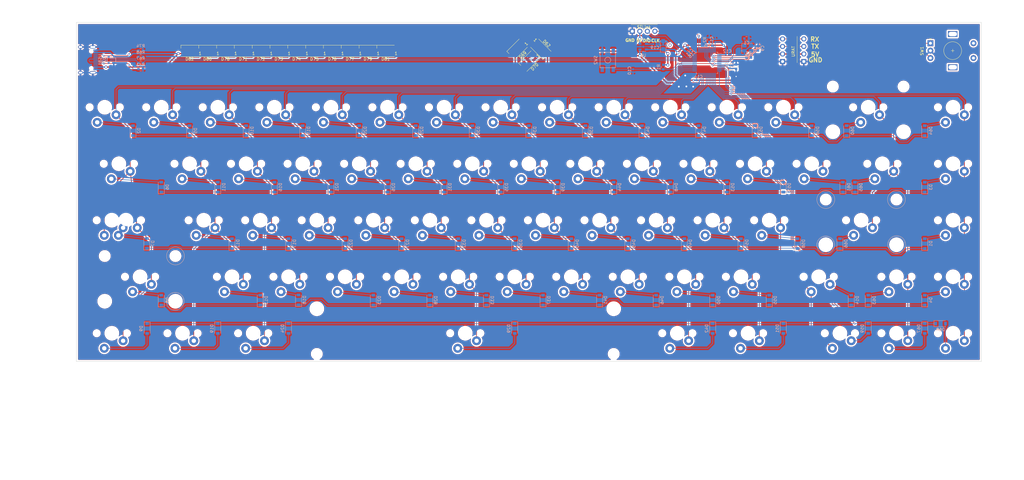
<source format=kicad_pcb>
(kicad_pcb (version 20171130) (host pcbnew "(5.1.5)-3")
  (layers (0 F.Cu signal) (31 B.Cu signal) (34 B.Paste user) (35 F.Paste user hide) (36 B.SilkS user) (37 F.SilkS user) (38 B.Mask user) (39 F.Mask user hide) (44 Edge.Cuts user))
  (net 0 "")
  (net 1 +5V)
  (net 2 GND)
  (net 3 "Net-(D1-Pad2)")
  (net 4 Row2)
  (net 5 "Net-(D2-Pad2)")
  (net 6 Row0)
  (net 7 "Net-(D3-Pad2)")
  (net 8 Row1)
  (net 9 "Net-(D4-Pad2)")
  (net 10 Row3)
  (net 11 "Net-(D5-Pad2)")
  (net 12 "Net-(D6-Pad2)")
  (net 13 "Net-(D7-Pad2)")
  (net 14 "Net-(D8-Pad2)")
  (net 15 "Net-(D9-Pad2)")
  (net 16 Row4)
  (net 17 "Net-(D10-Pad2)")
  (net 18 "Net-(D11-Pad2)")
  (net 19 "Net-(D12-Pad2)")
  (net 20 "Net-(D13-Pad2)")
  (net 21 "Net-(D15-Pad2)")
  (net 22 "Net-(D16-Pad2)")
  (net 23 "Net-(D17-Pad2)")
  (net 24 "Net-(D18-Pad2)")
  (net 25 "Net-(D19-Pad2)")
  (net 26 "Net-(D20-Pad2)")
  (net 27 "Net-(D21-Pad2)")
  (net 28 "Net-(D22-Pad2)")
  (net 29 "Net-(D23-Pad2)")
  (net 30 "Net-(D24-Pad2)")
  (net 31 "Net-(D25-Pad2)")
  (net 32 "Net-(D26-Pad2)")
  (net 33 "Net-(D27-Pad2)")
  (net 34 "Net-(D28-Pad2)")
  (net 35 "Net-(D29-Pad2)")
  (net 36 "Net-(D30-Pad2)")
  (net 37 "Net-(D31-Pad2)")
  (net 38 "Net-(D32-Pad2)")
  (net 39 "Net-(D33-Pad2)")
  (net 40 "Net-(D34-Pad2)")
  (net 41 "Net-(D35-Pad2)")
  (net 42 "Net-(D36-Pad2)")
  (net 43 "Net-(D37-Pad2)")
  (net 44 "Net-(D38-Pad2)")
  (net 45 "Net-(D39-Pad2)")
  (net 46 "Net-(D40-Pad2)")
  (net 47 "Net-(D41-Pad2)")
  (net 48 "Net-(D42-Pad2)")
  (net 49 "Net-(D43-Pad2)")
  (net 50 "Net-(D44-Pad2)")
  (net 51 "Net-(D45-Pad2)")
  (net 52 "Net-(D46-Pad2)")
  (net 53 "Net-(D47-Pad2)")
  (net 54 "Net-(D48-Pad2)")
  (net 55 "Net-(D49-Pad2)")
  (net 56 "Net-(D50-Pad2)")
  (net 57 "Net-(D51-Pad2)")
  (net 58 "Net-(D52-Pad2)")
  (net 59 "Net-(D53-Pad2)")
  (net 60 "Net-(D54-Pad2)")
  (net 61 "Net-(D55-Pad2)")
  (net 62 "Net-(D56-Pad2)")
  (net 63 "Net-(D57-Pad2)")
  (net 64 "Net-(D58-Pad2)")
  (net 65 "Net-(D59-Pad2)")
  (net 66 "Net-(D60-Pad2)")
  (net 67 "Net-(D61-Pad2)")
  (net 68 "Net-(D63-Pad2)")
  (net 69 "Net-(D64-Pad2)")
  (net 70 "Net-(D65-Pad2)")
  (net 71 "Net-(D66-Pad2)")
  (net 72 "Net-(D67-Pad2)")
  (net 73 "Net-(D68-Pad2)")
  (net 74 Col9)
  (net 75 Col10)
  (net 76 Col1)
  (net 77 Col2)
  (net 78 Col3)
  (net 79 Col4)
  (net 80 Col5)
  (net 81 Col6)
  (net 82 Col7)
  (net 83 Col8)
  (net 84 Col11)
  (net 85 Col12)
  (net 86 Col0)
  (net 87 Col13)
  (net 88 Col14)
  (net 89 D-)
  (net 90 "Net-(R67-Pad2)")
  (net 91 D+)
  (net 92 "Net-(R68-Pad2)")
  (net 93 "Net-(R73-Pad2)")
  (net 94 "Net-(R74-Pad2)")
  (net 95 "Net-(D14-Pad2)")
  (net 96 "Net-(C1-Pad1)")
  (net 97 "Net-(C9-Pad1)")
  (net 98 "Net-(C10-Pad1)")
  (net 99 "Net-(R2-Pad2)")
  (net 100 VCC)
  (net 101 "Net-(D62-Pad3)")
  (net 102 "Net-(D69-Pad3)")
  (net 103 "Net-(D71-Pad1)")
  (net 104 "Net-(D72-Pad1)")
  (net 105 "Net-(D73-Pad1)")
  (net 106 "Net-(D74-Pad1)")
  (net 107 "Net-(D75-Pad1)")
  (net 108 "Net-(D76-Pad1)")
  (net 109 "Net-(D77-Pad1)")
  (net 110 "Net-(D78-Pad3)")
  (net 111 "Net-(D79-Pad1)")
  (net 112 "Net-(D80-Pad3)")
  (net 113 "Net-(D71-Pad3)")
  (net 114 "Net-(D69-Pad1)")
  (net 115 SWDIO)
  (net 116 SWCLK)
  (net 117 TX)
  (net 118 RX)
  (net 119 "Net-(C19-Pad1)")
  (net 120 Rotary1)
  (net 121 Rotary2)
  (net 122 "Net-(R3-Pad2)")
  (module random-keyboard-parts:C_0603 (layer B.Cu) (at 247.65 65.913 180)
    (fp_text reference R3 (at 0 1.5) (layer B.SilkS) (effects (justify mirror)))
    (fp_text value 390)
    (pad 2 smd rect (at 0.75 0 180) (size 0.8 0.75) (layers B.Cu B.Paste B.Mask) (net 122 "Net-(R3-Pad2)"))
    (pad 1 smd rect (at -0.75 0 180) (size 0.8 0.75) (layers B.Cu B.Paste B.Mask) (net 97 "Net-(C9-Pad1)"))
  )
  (module random-keyboard-parts:RotaryEncoder_Alps_EC11E-Switch_Vertical_H20mm (layer F.Cu) (at 316.4586 63.6016)
    (fp_text reference SW1 (at -10.47 0.05875 -90) (layer F.SilkS))
    (fp_text value Rotary_Encoder_Switch)
    (pad A thru_hole rect (at -7.62 -2.54) (size 2 2) (drill 1) (layers *.Cu *.Mask) (net 120 Rotary1))
    (pad C thru_hole circle (at -7.62 -0.04) (size 2 2) (drill 1) (layers *.Cu *.Mask) (net 2 GND))
    (pad B thru_hole circle (at -7.62 2.46) (size 2 2) (drill 1) (layers *.Cu *.Mask) (net 121 Rotary2))
    (pad MP thru_hole rect (at -0.12 -5.64) (size 3.2 2) (drill oval 2.8 1.5) (layers *.Cu *.Mask))
    (pad MP thru_hole rect (at -0.12 5.56) (size 3.2 2) (drill oval 2.8 1.5) (layers *.Cu *.Mask))
    (pad S2 thru_hole circle (at 6.88 -2.54) (size 2 2) (drill 1) (layers *.Cu *.Mask))
    (pad S1 thru_hole circle (at 6.88 2.46) (size 2 2) (drill 1) (layers *.Cu *.Mask))
  )
  (module MX_Only_v2:MXOnly-6.25U-NoLED (layer F.Cu) (at 152.15235 158.8516 180)
    (fp_text reference MX2)
    (fp_text value MX-1U-MX_Alps_Hybrids)
    (pad 2 thru_hole circle (at 2.54 -5.08 180) (size 3 3) (drill 1.47) (layers *.Cu *.Mask) (net 35 "Net-(D29-Pad2)"))
    (pad "" np_thru_hole circle (at 0 0 180) (size 3.9878 3.9878) (drill 3.9878) (layers *.Cu *.Mask))
    (pad 1 thru_hole circle (at -3.81 -2.54 180) (size 3 3) (drill 1.47) (layers *.Cu *.Mask) (net 80 Col5))
    (pad "" np_thru_hole circle (at -5.08 0 228.0996) (size 1.75 1.75) (drill 1.75) (layers *.Cu *.Mask))
    (pad "" np_thru_hole circle (at 5.08 0 228.0996) (size 1.75 1.75) (drill 1.75) (layers *.Cu *.Mask))
    (pad "" np_thru_hole circle (at -49.9999 -6.985 180) (size 3.048 3.048) (drill 3.048) (layers *.Cu *.Mask))
    (pad "" np_thru_hole circle (at 49.9999 -6.985 180) (size 3.048 3.048) (drill 3.048) (layers *.Cu *.Mask))
    (pad "" np_thru_hole circle (at -49.9999 8.255 180) (size 3.9878 3.9878) (drill 3.9878) (layers *.Cu *.Mask))
    (pad "" np_thru_hole circle (at 49.9999 8.255 180) (size 3.9878 3.9878) (drill 3.9878) (layers *.Cu *.Mask))
  )
  (module MX_Only_v2:MXOnly-1.25U-NoLED (layer F.Cu) (at 56.90235 158.8516 180)
    (fp_text reference K_Alt1)
    (fp_text value 1.25U)
    (pad 2 thru_hole circle (at 2.54 -5.08 180) (size 3 3) (drill 1.47) (layers *.Cu *.Mask) (net 25 "Net-(D19-Pad2)"))
    (pad "" np_thru_hole circle (at 0 0 180) (size 3.9878 3.9878) (drill 3.9878) (layers *.Cu *.Mask))
    (pad 1 thru_hole circle (at -3.81 -2.54 180) (size 3 3) (drill 1.47) (layers *.Cu *.Mask) (net 76 Col1))
    (pad "" np_thru_hole circle (at -5.08 0 228.0996) (size 1.75 1.75) (drill 1.75) (layers *.Cu *.Mask))
    (pad "" np_thru_hole circle (at 5.08 0 228.0996) (size 1.75 1.75) (drill 1.75) (layers *.Cu *.Mask))
  )
  (module MX_Only_v2:MXOnly-1.25U-NoLED (layer F.Cu) (at 247.40235 158.8516 180)
    (fp_text reference MX4)
    (fp_text value MX-1U-MX_Alps_Hybrids)
    (pad 2 thru_hole circle (at 2.54 -5.08 180) (size 3 3) (drill 1.47) (layers *.Cu *.Mask) (net 57 "Net-(D51-Pad2)"))
    (pad "" np_thru_hole circle (at 0 0 180) (size 3.9878 3.9878) (drill 3.9878) (layers *.Cu *.Mask))
    (pad 1 thru_hole circle (at -3.81 -2.54 180) (size 3 3) (drill 1.47) (layers *.Cu *.Mask) (net 75 Col10))
    (pad "" np_thru_hole circle (at -5.08 0 228.0996) (size 1.75 1.75) (drill 1.75) (layers *.Cu *.Mask))
    (pad "" np_thru_hole circle (at 5.08 0 228.0996) (size 1.75 1.75) (drill 1.75) (layers *.Cu *.Mask))
  )
  (module MX_Only_v2:MXOnly-1.25U-NoLED (layer F.Cu) (at 223.58985 158.8516 180)
    (fp_text reference MX3)
    (fp_text value 2.75U)
    (pad 2 thru_hole circle (at 2.54 -5.08 180) (size 3 3) (drill 1.47) (layers *.Cu *.Mask) (net 48 "Net-(D42-Pad2)"))
    (pad "" np_thru_hole circle (at 0 0 180) (size 3.9878 3.9878) (drill 3.9878) (layers *.Cu *.Mask))
    (pad 1 thru_hole circle (at -3.81 -2.54 180) (size 3 3) (drill 1.47) (layers *.Cu *.Mask) (net 74 Col9))
    (pad "" np_thru_hole circle (at -5.08 0 228.0996) (size 1.75 1.75) (drill 1.75) (layers *.Cu *.Mask))
    (pad "" np_thru_hole circle (at 5.08 0 228.0996) (size 1.75 1.75) (drill 1.75) (layers *.Cu *.Mask))
  )
  (module MX_Only_v2:MXOnly-1.25U-NoLED (layer F.Cu) (at 80.71485 158.8516 180)
    (fp_text reference MX1)
    (fp_text value 2U)
    (pad 2 thru_hole circle (at 2.54 -5.08 180) (size 3 3) (drill 1.47) (layers *.Cu *.Mask) (net 30 "Net-(D24-Pad2)"))
    (pad "" np_thru_hole circle (at 0 0 180) (size 3.9878 3.9878) (drill 3.9878) (layers *.Cu *.Mask))
    (pad 1 thru_hole circle (at -3.81 -2.54 180) (size 3 3) (drill 1.47) (layers *.Cu *.Mask) (net 77 Col2))
    (pad "" np_thru_hole circle (at -5.08 0 228.0996) (size 1.75 1.75) (drill 1.75) (layers *.Cu *.Mask))
    (pad "" np_thru_hole circle (at 5.08 0 228.0996) (size 1.75 1.75) (drill 1.75) (layers *.Cu *.Mask))
  )
  (module MX_Only_v2:MXOnly-1.25U-NoLED (layer F.Cu) (at 33.08985 158.8516 180)
    (fp_text reference K_LControl1)
    (fp_text value 1.5U)
    (pad 2 thru_hole circle (at 2.54 -5.08 180) (size 3 3) (drill 1.47) (layers *.Cu *.Mask) (net 15 "Net-(D9-Pad2)"))
    (pad "" np_thru_hole circle (at 0 0 180) (size 3.9878 3.9878) (drill 3.9878) (layers *.Cu *.Mask))
    (pad 1 thru_hole circle (at -3.81 -2.54 180) (size 3 3) (drill 1.47) (layers *.Cu *.Mask) (net 86 Col0))
    (pad "" np_thru_hole circle (at -5.08 0 228.0996) (size 1.75 1.75) (drill 1.75) (layers *.Cu *.Mask))
    (pad "" np_thru_hole circle (at 5.08 0 228.0996) (size 1.75 1.75) (drill 1.75) (layers *.Cu *.Mask))
  )
  (module MX_Only_v2:MXOnly-1U-NoLED (layer F.Cu) (at 316.4586 82.6516 180)
    (fp_text reference K_Delete1)
    (fp_text value 1U)
    (pad 2 thru_hole circle (at 2.54 -5.08 180) (size 3 3) (drill 1.47) (layers *.Cu *.Mask) (net 69 "Net-(D64-Pad2)"))
    (pad "" np_thru_hole circle (at 0 0 180) (size 3.9878 3.9878) (drill 3.9878) (layers *.Cu *.Mask))
    (pad 1 thru_hole circle (at -3.81 -2.54 180) (size 3 3) (drill 1.47) (layers *.Cu *.Mask) (net 88 Col14))
    (pad "" np_thru_hole circle (at -5.08 0 228.0996) (size 1.75 1.75) (drill 1.75) (layers *.Cu *.Mask))
    (pad "" np_thru_hole circle (at 5.08 0 228.0996) (size 1.75 1.75) (drill 1.75) (layers *.Cu *.Mask))
  )
  (module random-keyboard-parts:0.91_SSD1306_OLED (layer F.Cu) (at 240.2586 54.9391 180)
    (fp_text reference U1 hide)
    (fp_text value OLED-Pin)
    (pad 1 thru_hole rect (at -18.78 -12.29 180) (size 1.7 1.7) (drill 1) (layers *.Cu *.Mask) (net 2 GND))
    (pad 4 thru_hole oval (at -18.78 -4.67 180) (size 1.7 1.7) (drill 1) (layers *.Cu *.Mask) (net 118 RX))
    (pad 2 thru_hole oval (at -18.78 -9.75 180) (size 1.7 1.7) (drill 1) (layers *.Cu *.Mask) (net 1 +5V))
    (pad 3 thru_hole oval (at -18.78 -7.21 180) (size 1.7 1.7) (drill 1) (layers *.Cu *.Mask) (net 117 TX))
  )
  (module Capacitor_SMD:C_0402_1005Metric (layer B.Cu) (at 216.027 61.341)
    (fp_text reference C19 (at 0 1.17) (layer B.SilkS) (effects (justify mirror)))
    (fp_text value 470pF)
    (pad 2 smd roundrect (at 0.485 0) (size 0.59 0.64) (layers B.Cu B.Paste B.Mask) (net 2 GND))
    (pad 1 smd roundrect (at -0.485 0) (size 0.59 0.64) (layers B.Cu B.Paste B.Mask) (net 119 "Net-(C19-Pad1)"))
  )
  (module Capacitor_SMD:C_0402_1005Metric (layer B.Cu) (at 227.7364 63.9572 45)
    (fp_text reference C16 (at 0 1.17 45) (layer B.SilkS) (effects (justify mirror)))
    (fp_text value 0.1uF)
    (pad 2 smd roundrect (at 0.485 0 45) (size 0.59 0.64) (layers B.Cu B.Paste B.Mask) (net 100 VCC))
    (pad 1 smd roundrect (at -0.485 0 45) (size 0.59 0.64) (layers B.Cu B.Paste B.Mask) (net 2 GND))
  )
  (module Capacitor_SMD:C_0402_1005Metric (layer B.Cu) (at 241.3 69.0245 270)
    (fp_text reference C15 (at 0 1.17 90) (layer B.SilkS) (effects (justify mirror)))
    (fp_text value 10nF)
    (pad 2 smd roundrect (at 0.485 0 270) (size 0.59 0.64) (layers B.Cu B.Paste B.Mask) (net 100 VCC))
    (pad 1 smd roundrect (at -0.485 0 270) (size 0.59 0.64) (layers B.Cu B.Paste B.Mask) (net 2 GND))
  )
  (module Capacitor_SMD:C_0402_1005Metric (layer B.Cu) (at 230.655 73.533 180)
    (fp_text reference C14 (at 0 1.17) (layer B.SilkS) (effects (justify mirror)))
    (fp_text value 0.1uF)
    (pad 2 smd roundrect (at 0.485 0 180) (size 0.59 0.64) (layers B.Cu B.Paste B.Mask) (net 100 VCC))
    (pad 1 smd roundrect (at -0.485 0 180) (size 0.59 0.64) (layers B.Cu B.Paste B.Mask) (net 2 GND))
  )
  (module Capacitor_SMD:C_0402_1005Metric (layer B.Cu) (at 236.3329 60.198 270)
    (fp_text reference C13 (at 0 1.17 90) (layer B.SilkS) (effects (justify mirror)))
    (fp_text value 0.1uF)
    (pad 2 smd roundrect (at 0.485 0 270) (size 0.59 0.64) (layers B.Cu B.Paste B.Mask) (net 100 VCC))
    (pad 1 smd roundrect (at -0.485 0 270) (size 0.59 0.64) (layers B.Cu B.Paste B.Mask) (net 2 GND))
  )
  (module Capacitor_SMD:C_0402_1005Metric (layer B.Cu) (at 240.411 64.897 180)
    (fp_text reference C12 (at 0 1.17) (layer B.SilkS) (effects (justify mirror)))
    (fp_text value 0.1uF)
    (pad 2 smd roundrect (at 0.485 0 180) (size 0.59 0.64) (layers B.Cu B.Paste B.Mask) (net 100 VCC))
    (pad 1 smd roundrect (at -0.485 0 180) (size 0.59 0.64) (layers B.Cu B.Paste B.Mask) (net 2 GND))
  )
  (module Capacitor_SMD:C_0402_1005Metric (layer B.Cu) (at 208.661 70.2945 270)
    (fp_text reference C10 (at 0 1.17 90) (layer B.SilkS) (effects (justify mirror)))
    (fp_text value 0.1uF)
    (pad 2 smd roundrect (at 0.485 0 270) (size 0.59 0.64) (layers B.Cu B.Paste B.Mask) (net 2 GND))
    (pad 1 smd roundrect (at -0.485 0 270) (size 0.59 0.64) (layers B.Cu B.Paste B.Mask) (net 98 "Net-(C10-Pad1)"))
  )
  (module random-keyboard-parts:0.91_SSD1306_OLED (layer F.Cu) (at 219.427 57.293 90)
    (fp_text reference U3 hide)
    (fp_text value OLED-Pin)
    (fp_text user STLink (at 1.667 -7.083) (layer F.SilkS))
    (pad 1 thru_hole rect (at 0.27 -11.02 90) (size 1.7 1.7) (drill 1) (layers *.Cu *.Mask) (net 2 GND))
    (pad 4 thru_hole oval (at 0.27 -3.4 90) (size 1.7 1.7) (drill 1) (layers *.Cu *.Mask) (net 116 SWCLK))
    (pad 2 thru_hole oval (at 0.27 -8.48 90) (size 1.7 1.7) (drill 1) (layers *.Cu *.Mask) (net 1 +5V))
    (pad 3 thru_hole oval (at 0.27 -5.94 90) (size 1.7 1.7) (drill 1) (layers *.Cu *.Mask) (net 115 SWDIO))
  )
  (module random-keyboard-parts:0.91_SSD1306_OLED (layer F.Cu) (at 266.462 57.47 180)
    (fp_text reference U4 hide)
    (fp_text value OLED-Pin)
    (fp_text user URAT (at 3.81 -6.35 90) (layer F.SilkS))
    (pad 1 thru_hole rect (at 0.27 -9.75 180) (size 1.7 1.7) (drill 1) (layers *.Cu *.Mask) (net 2 GND))
    (pad 4 thru_hole oval (at 0.27 -2.13 180) (size 1.7 1.7) (drill 1) (layers *.Cu *.Mask) (net 118 RX))
    (pad 2 thru_hole oval (at 0.27 -7.21 180) (size 1.7 1.7) (drill 1) (layers *.Cu *.Mask) (net 1 +5V))
    (pad 3 thru_hole oval (at 0.27 -4.67 180) (size 1.7 1.7) (drill 1) (layers *.Cu *.Mask) (net 117 TX))
  )
  (module Crystal:Crystal_SMD_3225-4Pin_3.2x2.5mm (layer B.Cu) (at 247.2996 62.7634)
    (fp_text reference Y2 (at 0 2.45) (layer B.SilkS) (effects (justify mirror)))
    (fp_text value 16Mhz)
    (pad 4 smd rect (at -1.1 0.85) (size 1.4 1.2) (layers B.Cu B.Paste B.Mask) (net 2 GND))
    (pad 3 smd rect (at 1.1 0.85) (size 1.4 1.2) (layers B.Cu B.Paste B.Mask) (net 97 "Net-(C9-Pad1)"))
    (pad 2 smd rect (at 1.1 -0.85) (size 1.4 1.2) (layers B.Cu B.Paste B.Mask) (net 2 GND))
    (pad 1 smd rect (at -1.1 -0.85) (size 1.4 1.2) (layers B.Cu B.Paste B.Mask) (net 96 "Net-(C1-Pad1)"))
  )
  (module Capacitor_Tantalum_SMD:CP_EIA-3216-12_Kemet-S (layer B.Cu) (at 218.821 61.722 90)
    (fp_text reference C3 (at 0 1.75 90) (layer B.SilkS) (effects (justify mirror)))
    (fp_text value >=2.2uF)
    (pad 2 smd roundrect (at 1.35 0 90) (size 1.4 1.35) (layers B.Cu B.Paste B.Mask) (roundrect_rratio 0.185185) (net 2 GND))
    (pad 1 smd roundrect (at -1.35 0 90) (size 1.4 1.35) (layers B.Cu B.Paste B.Mask) (roundrect_rratio 0.185185) (net 100 VCC))
  )
  (module LED_SMD:LED_SK6812MINI_PLCC4_3.5x3.5mm_P1.75mm (layer F.Cu) (at 59.3294 63.6496 180)
    (fp_text reference D82 (at 0 -2.75) (layer F.SilkS))
    (fp_text value SK6812MINI)
    (fp_text user 1 (at -3.5 -0.875) (layer F.SilkS))
    (pad 1 smd rect (at -1.75 -0.875 180) (size 1.6 0.85) (layers F.Cu F.Paste F.Mask) (net 112 "Net-(D80-Pad3)"))
    (pad 2 smd rect (at -1.75 0.875 180) (size 1.6 0.85) (layers F.Cu F.Paste F.Mask) (net 2 GND))
    (pad 4 smd rect (at 1.75 -0.875 180) (size 1.6 0.85) (layers F.Cu F.Paste F.Mask) (net 1 +5V))
    (pad 3 smd rect (at 1.75 0.875 180) (size 1.6 0.85) (layers F.Cu F.Paste F.Mask))
  )
  (module LED_SMD:LED_SK6812MINI_PLCC4_3.5x3.5mm_P1.75mm (layer F.Cu) (at 125.3294 63.6496 180)
    (fp_text reference D81 (at 0 -2.75) (layer F.SilkS))
    (fp_text value SK6812MINI)
    (fp_text user 1 (at -3.5 -0.875) (layer F.SilkS))
    (pad 1 smd rect (at -1.75 -0.875 180) (size 1.6 0.85) (layers F.Cu F.Paste F.Mask) (net 102 "Net-(D69-Pad3)"))
    (pad 2 smd rect (at -1.75 0.875 180) (size 1.6 0.85) (layers F.Cu F.Paste F.Mask) (net 2 GND))
    (pad 4 smd rect (at 1.75 -0.875 180) (size 1.6 0.85) (layers F.Cu F.Paste F.Mask) (net 1 +5V))
    (pad 3 smd rect (at 1.75 0.875 180) (size 1.6 0.85) (layers F.Cu F.Paste F.Mask) (net 111 "Net-(D79-Pad1)"))
  )
  (module LED_SMD:LED_SK6812MINI_PLCC4_3.5x3.5mm_P1.75mm (layer F.Cu) (at 65.3294 63.6496 180)
    (fp_text reference D80 (at 0 -2.75) (layer F.SilkS))
    (fp_text value SK6812MINI)
    (fp_text user 1 (at -3.5 -0.875) (layer F.SilkS))
    (pad 1 smd rect (at -1.75 -0.875 180) (size 1.6 0.85) (layers F.Cu F.Paste F.Mask) (net 110 "Net-(D78-Pad3)"))
    (pad 2 smd rect (at -1.75 0.875 180) (size 1.6 0.85) (layers F.Cu F.Paste F.Mask) (net 2 GND))
    (pad 4 smd rect (at 1.75 -0.875 180) (size 1.6 0.85) (layers F.Cu F.Paste F.Mask) (net 1 +5V))
    (pad 3 smd rect (at 1.75 0.875 180) (size 1.6 0.85) (layers F.Cu F.Paste F.Mask) (net 112 "Net-(D80-Pad3)"))
  )
  (module LED_SMD:LED_SK6812MINI_PLCC4_3.5x3.5mm_P1.75mm (layer F.Cu) (at 119.3294 63.6496 180)
    (fp_text reference D79 (at 0 -2.75) (layer F.SilkS))
    (fp_text value SK6812MINI)
    (fp_text user 1 (at -3.5 -0.875) (layer F.SilkS))
    (pad 1 smd rect (at -1.75 -0.875 180) (size 1.6 0.85) (layers F.Cu F.Paste F.Mask) (net 111 "Net-(D79-Pad1)"))
    (pad 2 smd rect (at -1.75 0.875 180) (size 1.6 0.85) (layers F.Cu F.Paste F.Mask) (net 2 GND))
    (pad 4 smd rect (at 1.75 -0.875 180) (size 1.6 0.85) (layers F.Cu F.Paste F.Mask) (net 1 +5V))
    (pad 3 smd rect (at 1.75 0.875 180) (size 1.6 0.85) (layers F.Cu F.Paste F.Mask) (net 109 "Net-(D77-Pad1)"))
  )
  (module LED_SMD:LED_SK6812MINI_PLCC4_3.5x3.5mm_P1.75mm (layer F.Cu) (at 71.3294 63.6496 180)
    (fp_text reference D78 (at 0 -2.75) (layer F.SilkS))
    (fp_text value SK6812MINI)
    (fp_text user 1 (at -3.5 -0.875) (layer F.SilkS))
    (pad 1 smd rect (at -1.75 -0.875 180) (size 1.6 0.85) (layers F.Cu F.Paste F.Mask) (net 113 "Net-(D71-Pad3)"))
    (pad 2 smd rect (at -1.75 0.875 180) (size 1.6 0.85) (layers F.Cu F.Paste F.Mask) (net 2 GND))
    (pad 4 smd rect (at 1.75 -0.875 180) (size 1.6 0.85) (layers F.Cu F.Paste F.Mask) (net 1 +5V))
    (pad 3 smd rect (at 1.75 0.875 180) (size 1.6 0.85) (layers F.Cu F.Paste F.Mask) (net 110 "Net-(D78-Pad3)"))
  )
  (module LED_SMD:LED_SK6812MINI_PLCC4_3.5x3.5mm_P1.75mm (layer F.Cu) (at 113.3294 63.6496 180)
    (fp_text reference D77 (at 0 -2.75) (layer F.SilkS))
    (fp_text value SK6812MINI)
    (fp_text user 1 (at -3.5 -0.875) (layer F.SilkS))
    (pad 1 smd rect (at -1.75 -0.875 180) (size 1.6 0.85) (layers F.Cu F.Paste F.Mask) (net 109 "Net-(D77-Pad1)"))
    (pad 2 smd rect (at -1.75 0.875 180) (size 1.6 0.85) (layers F.Cu F.Paste F.Mask) (net 2 GND))
    (pad 4 smd rect (at 1.75 -0.875 180) (size 1.6 0.85) (layers F.Cu F.Paste F.Mask) (net 1 +5V))
    (pad 3 smd rect (at 1.75 0.875 180) (size 1.6 0.85) (layers F.Cu F.Paste F.Mask) (net 108 "Net-(D76-Pad1)"))
  )
  (module LED_SMD:LED_SK6812MINI_PLCC4_3.5x3.5mm_P1.75mm (layer F.Cu) (at 107.3294 63.6496 180)
    (fp_text reference D76 (at 0 -2.75) (layer F.SilkS))
    (fp_text value SK6812MINI)
    (fp_text user 1 (at -3.5 -0.875) (layer F.SilkS))
    (pad 1 smd rect (at -1.75 -0.875 180) (size 1.6 0.85) (layers F.Cu F.Paste F.Mask) (net 108 "Net-(D76-Pad1)"))
    (pad 2 smd rect (at -1.75 0.875 180) (size 1.6 0.85) (layers F.Cu F.Paste F.Mask) (net 2 GND))
    (pad 4 smd rect (at 1.75 -0.875 180) (size 1.6 0.85) (layers F.Cu F.Paste F.Mask) (net 1 +5V))
    (pad 3 smd rect (at 1.75 0.875 180) (size 1.6 0.85) (layers F.Cu F.Paste F.Mask) (net 107 "Net-(D75-Pad1)"))
  )
  (module LED_SMD:LED_SK6812MINI_PLCC4_3.5x3.5mm_P1.75mm (layer F.Cu) (at 101.3294 63.6496 180)
    (fp_text reference D75 (at 0 -2.75) (layer F.SilkS))
    (fp_text value SK6812MINI)
    (fp_text user 1 (at -3.5 -0.875) (layer F.SilkS))
    (pad 1 smd rect (at -1.75 -0.875 180) (size 1.6 0.85) (layers F.Cu F.Paste F.Mask) (net 107 "Net-(D75-Pad1)"))
    (pad 2 smd rect (at -1.75 0.875 180) (size 1.6 0.85) (layers F.Cu F.Paste F.Mask) (net 2 GND))
    (pad 4 smd rect (at 1.75 -0.875 180) (size 1.6 0.85) (layers F.Cu F.Paste F.Mask) (net 1 +5V))
    (pad 3 smd rect (at 1.75 0.875 180) (size 1.6 0.85) (layers F.Cu F.Paste F.Mask) (net 106 "Net-(D74-Pad1)"))
  )
  (module LED_SMD:LED_SK6812MINI_PLCC4_3.5x3.5mm_P1.75mm (layer F.Cu) (at 95.3294 63.6496 180)
    (fp_text reference D74 (at 0 -2.75) (layer F.SilkS))
    (fp_text value SK6812MINI)
    (fp_text user 1 (at -3.5 -0.875) (layer F.SilkS))
    (pad 1 smd rect (at -1.75 -0.875 180) (size 1.6 0.85) (layers F.Cu F.Paste F.Mask) (net 106 "Net-(D74-Pad1)"))
    (pad 2 smd rect (at -1.75 0.875 180) (size 1.6 0.85) (layers F.Cu F.Paste F.Mask) (net 2 GND))
    (pad 4 smd rect (at 1.75 -0.875 180) (size 1.6 0.85) (layers F.Cu F.Paste F.Mask) (net 1 +5V))
    (pad 3 smd rect (at 1.75 0.875 180) (size 1.6 0.85) (layers F.Cu F.Paste F.Mask) (net 105 "Net-(D73-Pad1)"))
  )
  (module LED_SMD:LED_SK6812MINI_PLCC4_3.5x3.5mm_P1.75mm (layer F.Cu) (at 89.3294 63.6496 180)
    (fp_text reference D73 (at 0 -2.75) (layer F.SilkS))
    (fp_text value SK6812MINI)
    (fp_text user 1 (at -3.5 -0.875) (layer F.SilkS))
    (pad 1 smd rect (at -1.75 -0.875 180) (size 1.6 0.85) (layers F.Cu F.Paste F.Mask) (net 105 "Net-(D73-Pad1)"))
    (pad 2 smd rect (at -1.75 0.875 180) (size 1.6 0.85) (layers F.Cu F.Paste F.Mask) (net 2 GND))
    (pad 4 smd rect (at 1.75 -0.875 180) (size 1.6 0.85) (layers F.Cu F.Paste F.Mask) (net 1 +5V))
    (pad 3 smd rect (at 1.75 0.875 180) (size 1.6 0.85) (layers F.Cu F.Paste F.Mask) (net 104 "Net-(D72-Pad1)"))
  )
  (module LED_SMD:LED_SK6812MINI_PLCC4_3.5x3.5mm_P1.75mm (layer F.Cu) (at 83.3294 63.6496 180)
    (fp_text reference D72 (at 0 -2.75) (layer F.SilkS))
    (fp_text value SK6812MINI)
    (fp_text user 1 (at -3.5 -0.875) (layer F.SilkS))
    (pad 1 smd rect (at -1.75 -0.875 180) (size 1.6 0.85) (layers F.Cu F.Paste F.Mask) (net 104 "Net-(D72-Pad1)"))
    (pad 2 smd rect (at -1.75 0.875 180) (size 1.6 0.85) (layers F.Cu F.Paste F.Mask) (net 2 GND))
    (pad 4 smd rect (at 1.75 -0.875 180) (size 1.6 0.85) (layers F.Cu F.Paste F.Mask) (net 1 +5V))
    (pad 3 smd rect (at 1.75 0.875 180) (size 1.6 0.85) (layers F.Cu F.Paste F.Mask) (net 103 "Net-(D71-Pad1)"))
  )
  (module LED_SMD:LED_SK6812MINI_PLCC4_3.5x3.5mm_P1.75mm (layer F.Cu) (at 77.3294 63.6496 180)
    (fp_text reference D71 (at 0 -2.75) (layer F.SilkS))
    (fp_text value SK6812MINI)
    (fp_text user 1 (at -3.5 -0.875) (layer F.SilkS))
    (pad 1 smd rect (at -1.75 -0.875 180) (size 1.6 0.85) (layers F.Cu F.Paste F.Mask) (net 103 "Net-(D71-Pad1)"))
    (pad 2 smd rect (at -1.75 0.875 180) (size 1.6 0.85) (layers F.Cu F.Paste F.Mask) (net 2 GND))
    (pad 4 smd rect (at 1.75 -0.875 180) (size 1.6 0.85) (layers F.Cu F.Paste F.Mask) (net 1 +5V))
    (pad 3 smd rect (at 1.75 0.875 180) (size 1.6 0.85) (layers F.Cu F.Paste F.Mask) (net 113 "Net-(D71-Pad3)"))
  )
  (module LED_SMD:LED_SK6812MINI_PLCC4_3.5x3.5mm_P1.75mm (layer F.Cu) (at 173.60392 67.09892 225)
    (fp_text reference D70 (at 0 -2.75 45) (layer F.SilkS))
    (fp_text value SK6812MINI)
    (fp_text user 1 (at -3.5 -0.875 45) (layer F.SilkS))
    (pad 3 smd rect (at 1.75 0.875 225) (size 1.6 0.85) (layers F.Cu F.Paste F.Mask) (net 114 "Net-(D69-Pad1)"))
    (pad 4 smd rect (at 1.75 -0.875 225) (size 1.6 0.85) (layers F.Cu F.Paste F.Mask) (net 1 +5V))
    (pad 2 smd rect (at -1.75 0.875 225) (size 1.6 0.85) (layers F.Cu F.Paste F.Mask) (net 2 GND))
    (pad 1 smd rect (at -1.75 -0.875 225) (size 1.6 0.85) (layers F.Cu F.Paste F.Mask) (net 101 "Net-(D62-Pad3)"))
  )
  (module LED_SMD:LED_SK6812MINI_PLCC4_3.5x3.5mm_P1.75mm (layer F.Cu) (at 169.60392 63.09892 225)
    (fp_text reference D69 (at 0 -2.75 45) (layer F.SilkS))
    (fp_text value SK6812MINI)
    (fp_text user 1 (at -3.5 -0.875 45) (layer F.SilkS))
    (pad 1 smd rect (at -1.75 -0.875 225) (size 1.6 0.85) (layers F.Cu F.Paste F.Mask) (net 114 "Net-(D69-Pad1)"))
    (pad 2 smd rect (at -1.75 0.875 225) (size 1.6 0.85) (layers F.Cu F.Paste F.Mask) (net 2 GND))
    (pad 4 smd rect (at 1.75 -0.875 225) (size 1.6 0.85) (layers F.Cu F.Paste F.Mask) (net 1 +5V))
    (pad 3 smd rect (at 1.75 0.875 225) (size 1.6 0.85) (layers F.Cu F.Paste F.Mask) (net 102 "Net-(D69-Pad3)"))
  )
  (module LED_SMD:LED_SK6812MINI_PLCC4_3.5x3.5mm_P1.75mm (layer F.Cu) (at 177.60392 63.09892 315)
    (fp_text reference D62 (at 0 -2.75 135) (layer F.SilkS))
    (fp_text value SK6812MINI)
    (fp_text user 1 (at -3.5 -0.875 135) (layer F.SilkS))
    (pad 1 smd rect (at -1.75 -0.875 315) (size 1.6 0.85) (layers F.Cu F.Paste F.Mask))
    (pad 2 smd rect (at -1.75 0.875 315) (size 1.6 0.85) (layers F.Cu F.Paste F.Mask) (net 2 GND))
    (pad 4 smd rect (at 1.75 -0.875 315) (size 1.6 0.85) (layers F.Cu F.Paste F.Mask) (net 1 +5V))
    (pad 3 smd rect (at 1.75 0.875 315) (size 1.6 0.85) (layers F.Cu F.Paste F.Mask) (net 101 "Net-(D62-Pad3)"))
  )
  (module MX_Only_v2:MXOnly-2.25U-ReversedStabilizers-NoLED (layer F.Cu) (at 42.61485 139.8016 180)
    (fp_text reference K_LShift1)
    (fp_text value MX-1U-MX_Alps_Hybrids)
    (pad 2 thru_hole circle (at 2.54 -5.08 180) (size 3 3) (drill 1.47) (layers *.Cu *.Mask) (net 14 "Net-(D8-Pad2)"))
    (pad "" np_thru_hole circle (at 0 0 180) (size 3.9878 3.9878) (drill 3.9878) (layers *.Cu *.Mask))
    (pad 1 thru_hole circle (at -3.81 -2.54 180) (size 3 3) (drill 1.47) (layers *.Cu *.Mask) (net 86 Col0))
    (pad "" np_thru_hole circle (at -5.08 0 228.0996) (size 1.75 1.75) (drill 1.75) (layers *.Cu *.Mask))
    (pad "" np_thru_hole circle (at 5.08 0 228.0996) (size 1.75 1.75) (drill 1.75) (layers *.Cu *.Mask))
    (pad "" np_thru_hole circle (at -11.90625 6.985 180) (size 3.048 3.048) (drill 3.048) (layers *.Cu *.Mask))
    (pad "" np_thru_hole circle (at 11.90625 6.985 180) (size 3.048 3.048) (drill 3.048) (layers *.Cu *.Mask))
    (pad "" np_thru_hole circle (at -11.90625 -8.255 180) (size 3.9878 3.9878) (drill 3.9878) (layers *.Cu *.Mask))
    (pad "" np_thru_hole circle (at 11.90625 -8.255 180) (size 3.9878 3.9878) (drill 3.9878) (layers *.Cu *.Mask))
  )
  (module MX_Only_v2:MXOnly-2U-ReversedStabilizers-NoLED (layer F.Cu) (at 287.8836 82.6516 180)
    (fp_text reference K_BkSp2)
    (fp_text value 2U_FL)
    (pad 2 thru_hole circle (at 2.54 -5.08 180) (size 3 3) (drill 1.47) (layers *.Cu *.Mask) (net 66 "Net-(D60-Pad2)"))
    (pad "" np_thru_hole circle (at 0 0 180) (size 3.9878 3.9878) (drill 3.9878) (layers *.Cu *.Mask))
    (pad 1 thru_hole circle (at -3.81 -2.54 180) (size 3 3) (drill 1.47) (layers *.Cu *.Mask) (net 87 Col13))
    (pad "" np_thru_hole circle (at -5.08 0 228.0996) (size 1.75 1.75) (drill 1.75) (layers *.Cu *.Mask))
    (pad "" np_thru_hole circle (at 5.08 0 228.0996) (size 1.75 1.75) (drill 1.75) (layers *.Cu *.Mask))
    (pad "" np_thru_hole circle (at -11.90625 6.985 180) (size 3.048 3.048) (drill 3.048) (layers *.Cu *.Mask))
    (pad "" np_thru_hole circle (at 11.90625 6.985 180) (size 3.048 3.048) (drill 3.048) (layers *.Cu *.Mask))
    (pad "" np_thru_hole circle (at -11.90625 -8.255 180) (size 3.9878 3.9878) (drill 3.9878) (layers *.Cu *.Mask))
    (pad "" np_thru_hole circle (at 11.90625 -8.255 180) (size 3.9878 3.9878) (drill 3.9878) (layers *.Cu *.Mask))
  )
  (module random-keyboard-parts:SOT143B (layer B.Cu) (at 32.9794 66.6496 90)
    (fp_text reference U2 (at 0 -2.45 90) (layer B.SilkS) (effects (justify mirror)))
    (fp_text value PRTR5V0U2X)
    (pad 1 smd rect (at -1 0.75 180) (size 1 0.7) (layers B.Cu B.Paste B.Mask) (net 2 GND))
    (pad 4 smd rect (at 1 0.95 180) (size 0.6 0.7) (layers B.Cu B.Paste B.Mask) (net 1 +5V))
    (pad 2 smd rect (at -1 -0.95 180) (size 0.6 0.7) (layers B.Cu B.Paste B.Mask) (net 90 "Net-(R67-Pad2)"))
    (pad 3 smd rect (at 1 -0.95 180) (size 0.6 0.7) (layers B.Cu B.Paste B.Mask) (net 92 "Net-(R68-Pad2)"))
  )
  (module Diode_SMD:D_SOD-123 (layer B.Cu) (at 312.2676 155.6004)
    (fp_text reference D68 (at 0 2) (layer B.SilkS) (effects (justify mirror)))
    (fp_text value SOD_123)
    (pad 2 smd rect (at 1.65 0) (size 0.9 1.2) (layers B.Cu B.Paste B.Mask) (net 73 "Net-(D68-Pad2)"))
    (pad 1 smd rect (at -1.65 0) (size 0.9 1.2) (layers B.Cu B.Paste B.Mask) (net 16 Row4))
  )
  (module Diode_SMD:D_SOD-123 (layer B.Cu) (at 306.9209 157.2514 270)
    (fp_text reference D67 (at 0 2 90) (layer B.SilkS) (effects (justify mirror)))
    (fp_text value SOD_123)
    (pad 2 smd rect (at 1.65 0 270) (size 0.9 1.2) (layers B.Cu B.Paste B.Mask) (net 72 "Net-(D67-Pad2)"))
    (pad 1 smd rect (at -1.65 0 270) (size 0.9 1.2) (layers B.Cu B.Paste B.Mask) (net 16 Row4))
  )
  (module Diode_SMD:D_SOD-123 (layer B.Cu) (at 278.3586 128.6256 90)
    (fp_text reference D66 (at 0 2 90) (layer B.SilkS) (effects (justify mirror)))
    (fp_text value SOD_123)
    (pad 2 smd rect (at 1.65 0 90) (size 0.9 1.2) (layers B.Cu B.Paste B.Mask) (net 71 "Net-(D66-Pad2)"))
    (pad 1 smd rect (at -1.65 0 90) (size 0.9 1.2) (layers B.Cu B.Paste B.Mask) (net 4 Row2))
  )
  (module Diode_SMD:D_SOD-123 (layer B.Cu) (at 283.4086 109.5756 90)
    (fp_text reference D65 (at 0 2 90) (layer B.SilkS) (effects (justify mirror)))
    (fp_text value SOD_123)
    (pad 2 smd rect (at 1.65 0 90) (size 0.9 1.2) (layers B.Cu B.Paste B.Mask) (net 70 "Net-(D65-Pad2)"))
    (pad 1 smd rect (at -1.65 0 90) (size 0.9 1.2) (layers B.Cu B.Paste B.Mask) (net 8 Row1))
  )
  (module Diode_SMD:D_SOD-123 (layer B.Cu) (at 306.9336 90.5256 90)
    (fp_text reference D64 (at 0 2 90) (layer B.SilkS) (effects (justify mirror)))
    (fp_text value SOD_123)
    (pad 2 smd rect (at 1.65 0 90) (size 0.9 1.2) (layers B.Cu B.Paste B.Mask) (net 69 "Net-(D64-Pad2)"))
    (pad 1 smd rect (at -1.65 0 90) (size 0.9 1.2) (layers B.Cu B.Paste B.Mask) (net 6 Row0))
  )
  (module Diode_SMD:D_SOD-123 (layer B.Cu) (at 287.8836 147.6756 90)
    (fp_text reference D63 (at 0 2 90) (layer B.SilkS) (effects (justify mirror)))
    (fp_text value SOD_123)
    (pad 2 smd rect (at 1.65 0 90) (size 0.9 1.2) (layers B.Cu B.Paste B.Mask) (net 68 "Net-(D63-Pad2)"))
    (pad 1 smd rect (at -1.65 0 90) (size 0.9 1.2) (layers B.Cu B.Paste B.Mask) (net 10 Row3))
  )
  (module Diode_SMD:D_SOD-123 (layer B.Cu) (at 279.3586 109.5756 90)
    (fp_text reference D61 (at 0 2 90) (layer B.SilkS) (effects (justify mirror)))
    (fp_text value SOD_123)
    (pad 2 smd rect (at 1.65 0 90) (size 0.9 1.2) (layers B.Cu B.Paste B.Mask) (net 67 "Net-(D61-Pad2)"))
    (pad 1 smd rect (at -1.65 0 90) (size 0.9 1.2) (layers B.Cu B.Paste B.Mask) (net 8 Row1))
  )
  (module Diode_SMD:D_SOD-123 (layer B.Cu) (at 280.6086 90.5256 90)
    (fp_text reference D60 (at 0 2 90) (layer B.SilkS) (effects (justify mirror)))
    (fp_text value SOD_123)
    (pad 2 smd rect (at 1.65 0 90) (size 0.9 1.2) (layers B.Cu B.Paste B.Mask) (net 66 "Net-(D60-Pad2)"))
    (pad 1 smd rect (at -1.65 0 90) (size 0.9 1.2) (layers B.Cu B.Paste B.Mask) (net 6 Row0))
  )
  (module Diode_SMD:D_SOD-123 (layer B.Cu) (at 287.8709 157.2514 270)
    (fp_text reference D59 (at 0 2 90) (layer B.SilkS) (effects (justify mirror)))
    (fp_text value SOD_123)
    (pad 2 smd rect (at 1.65 0 270) (size 0.9 1.2) (layers B.Cu B.Paste B.Mask) (net 65 "Net-(D59-Pad2)"))
    (pad 1 smd rect (at -1.65 0 270) (size 0.9 1.2) (layers B.Cu B.Paste B.Mask) (net 16 Row4))
  )
  (module Diode_SMD:D_SOD-123 (layer B.Cu) (at 264.0711 128.6256 90)
    (fp_text reference D58 (at 0 2 90) (layer B.SilkS) (effects (justify mirror)))
    (fp_text value SOD_123)
    (pad 2 smd rect (at 1.65 0 90) (size 0.9 1.2) (layers B.Cu B.Paste B.Mask) (net 64 "Net-(D58-Pad2)"))
    (pad 1 smd rect (at -1.65 0 90) (size 0.9 1.2) (layers B.Cu B.Paste B.Mask) (net 4 Row2))
  )
  (module Diode_SMD:D_SOD-123 (layer B.Cu) (at 259.3086 109.5756 90)
    (fp_text reference D57 (at 0 2 90) (layer B.SilkS) (effects (justify mirror)))
    (fp_text value SOD_123)
    (pad 2 smd rect (at 1.65 0 90) (size 0.9 1.2) (layers B.Cu B.Paste B.Mask) (net 63 "Net-(D57-Pad2)"))
    (pad 1 smd rect (at -1.65 0 90) (size 0.9 1.2) (layers B.Cu B.Paste B.Mask) (net 8 Row1))
  )
  (module Diode_SMD:D_SOD-123 (layer B.Cu) (at 268.8336 90.5256 90)
    (fp_text reference D56 (at 0 2 90) (layer B.SilkS) (effects (justify mirror)))
    (fp_text value SOD_123)
    (pad 2 smd rect (at 1.65 0 90) (size 0.9 1.2) (layers B.Cu B.Paste B.Mask) (net 62 "Net-(D56-Pad2)"))
    (pad 1 smd rect (at -1.65 0 90) (size 0.9 1.2) (layers B.Cu B.Paste B.Mask) (net 6 Row0))
  )
  (module Diode_SMD:D_SOD-123 (layer B.Cu) (at 254.5461 147.6756 90)
    (fp_text reference D55 (at 0 2 90) (layer B.SilkS) (effects (justify mirror)))
    (fp_text value SOD_123)
    (pad 2 smd rect (at 1.65 0 90) (size 0.9 1.2) (layers B.Cu B.Paste B.Mask) (net 61 "Net-(D55-Pad2)"))
    (pad 1 smd rect (at -1.65 0 90) (size 0.9 1.2) (layers B.Cu B.Paste B.Mask) (net 10 Row3))
  )
  (module Diode_SMD:D_SOD-123 (layer B.Cu) (at 245.0211 128.6256 90)
    (fp_text reference D54 (at 0 2 90) (layer B.SilkS) (effects (justify mirror)))
    (fp_text value SOD_123)
    (pad 2 smd rect (at 1.65 0 90) (size 0.9 1.2) (layers B.Cu B.Paste B.Mask) (net 60 "Net-(D54-Pad2)"))
    (pad 1 smd rect (at -1.65 0 90) (size 0.9 1.2) (layers B.Cu B.Paste B.Mask) (net 4 Row2))
  )
  (module Diode_SMD:D_SOD-123 (layer B.Cu) (at 240.2586 109.5756 90)
    (fp_text reference D53 (at 0 2 90) (layer B.SilkS) (effects (justify mirror)))
    (fp_text value SOD_123)
    (pad 2 smd rect (at 1.65 0 90) (size 0.9 1.2) (layers B.Cu B.Paste B.Mask) (net 59 "Net-(D53-Pad2)"))
    (pad 1 smd rect (at -1.65 0 90) (size 0.9 1.2) (layers B.Cu B.Paste B.Mask) (net 8 Row1))
  )
  (module Diode_SMD:D_SOD-123 (layer B.Cu) (at 249.7836 90.5256 90)
    (fp_text reference D52 (at 0 2 90) (layer B.SilkS) (effects (justify mirror)))
    (fp_text value SOD_123)
    (pad 2 smd rect (at 1.65 0 90) (size 0.9 1.2) (layers B.Cu B.Paste B.Mask) (net 58 "Net-(D52-Pad2)"))
    (pad 1 smd rect (at -1.65 0 90) (size 0.9 1.2) (layers B.Cu B.Paste B.Mask) (net 6 Row0))
  )
  (module Diode_SMD:D_SOD-123 (layer B.Cu) (at 259.2959 157.2514 270)
    (fp_text reference D51 (at 0 2 90) (layer B.SilkS) (effects (justify mirror)))
    (fp_text value SOD_123)
    (pad 2 smd rect (at 1.65 0 270) (size 0.9 1.2) (layers B.Cu B.Paste B.Mask) (net 57 "Net-(D51-Pad2)"))
    (pad 1 smd rect (at -1.65 0 270) (size 0.9 1.2) (layers B.Cu B.Paste B.Mask) (net 16 Row4))
  )
  (module Diode_SMD:D_SOD-123 (layer B.Cu) (at 235.4961 147.6756 90)
    (fp_text reference D50 (at 0 2 90) (layer B.SilkS) (effects (justify mirror)))
    (fp_text value SOD_123)
    (pad 2 smd rect (at 1.65 0 90) (size 0.9 1.2) (layers B.Cu B.Paste B.Mask) (net 56 "Net-(D50-Pad2)"))
    (pad 1 smd rect (at -1.65 0 90) (size 0.9 1.2) (layers B.Cu B.Paste B.Mask) (net 10 Row3))
  )
  (module Diode_SMD:D_SOD-123 (layer B.Cu) (at 225.9711 128.6256 90)
    (fp_text reference D49 (at 0 2 270) (layer B.SilkS) (effects (justify mirror)))
    (fp_text value SOD_123)
    (pad 1 smd rect (at -1.65 0 90) (size 0.9 1.2) (layers B.Cu B.Paste B.Mask) (net 4 Row2))
    (pad 2 smd rect (at 1.65 0 90) (size 0.9 1.2) (layers B.Cu B.Paste B.Mask) (net 55 "Net-(D49-Pad2)"))
  )
  (module Diode_SMD:D_SOD-123 (layer B.Cu) (at 221.2086 109.5756 90)
    (fp_text reference D48 (at 0 2 90) (layer B.SilkS) (effects (justify mirror)))
    (fp_text value SOD_123)
    (pad 2 smd rect (at 1.65 0 90) (size 0.9 1.2) (layers B.Cu B.Paste B.Mask) (net 54 "Net-(D48-Pad2)"))
    (pad 1 smd rect (at -1.65 0 90) (size 0.9 1.2) (layers B.Cu B.Paste B.Mask) (net 8 Row1))
  )
  (module Diode_SMD:D_SOD-123 (layer B.Cu) (at 230.7336 90.5256 90)
    (fp_text reference D47 (at 0 2 90) (layer B.SilkS) (effects (justify mirror)))
    (fp_text value SOD_123)
    (pad 2 smd rect (at 1.65 0 90) (size 0.9 1.2) (layers B.Cu B.Paste B.Mask) (net 53 "Net-(D47-Pad2)"))
    (pad 1 smd rect (at -1.65 0 90) (size 0.9 1.2) (layers B.Cu B.Paste B.Mask) (net 6 Row0))
  )
  (module Diode_SMD:D_SOD-123 (layer B.Cu) (at 216.4461 147.6756 90)
    (fp_text reference D46 (at 0 2 90) (layer B.SilkS) (effects (justify mirror)))
    (fp_text value SOD_123)
    (pad 2 smd rect (at 1.65 0 90) (size 0.9 1.2) (layers B.Cu B.Paste B.Mask) (net 52 "Net-(D46-Pad2)"))
    (pad 1 smd rect (at -1.65 0 90) (size 0.9 1.2) (layers B.Cu B.Paste B.Mask) (net 10 Row3))
  )
  (module Diode_SMD:D_SOD-123 (layer B.Cu) (at 206.9211 128.6256 90)
    (fp_text reference D45 (at 0 2 90) (layer B.SilkS) (effects (justify mirror)))
    (fp_text value SOD_123)
    (pad 2 smd rect (at 1.65 0 90) (size 0.9 1.2) (layers B.Cu B.Paste B.Mask) (net 51 "Net-(D45-Pad2)"))
    (pad 1 smd rect (at -1.65 0 90) (size 0.9 1.2) (layers B.Cu B.Paste B.Mask) (net 4 Row2))
  )
  (module Diode_SMD:D_SOD-123 (layer B.Cu) (at 202.1586 109.5756 90)
    (fp_text reference D44 (at 0 2 90) (layer B.SilkS) (effects (justify mirror)))
    (fp_text value SOD_123)
    (pad 2 smd rect (at 1.65 0 90) (size 0.9 1.2) (layers B.Cu B.Paste B.Mask) (net 50 "Net-(D44-Pad2)"))
    (pad 1 smd rect (at -1.65 0 90) (size 0.9 1.2) (layers B.Cu B.Paste B.Mask) (net 8 Row1))
  )
  (module Diode_SMD:D_SOD-123 (layer B.Cu) (at 211.6836 90.5256 90)
    (fp_text reference D43 (at 0 2 90) (layer B.SilkS) (effects (justify mirror)))
    (fp_text value SOD_123)
    (pad 2 smd rect (at 1.65 0 90) (size 0.9 1.2) (layers B.Cu B.Paste B.Mask) (net 49 "Net-(D43-Pad2)"))
    (pad 1 smd rect (at -1.65 0 90) (size 0.9 1.2) (layers B.Cu B.Paste B.Mask) (net 6 Row0))
  )
  (module Diode_SMD:D_SOD-123 (layer B.Cu) (at 235.4834 157.2514 270)
    (fp_text reference D42 (at 0 2 90) (layer B.SilkS) (effects (justify mirror)))
    (fp_text value SOD_123)
    (pad 2 smd rect (at 1.65 0 270) (size 0.9 1.2) (layers B.Cu B.Paste B.Mask) (net 48 "Net-(D42-Pad2)"))
    (pad 1 smd rect (at -1.65 0 270) (size 0.9 1.2) (layers B.Cu B.Paste B.Mask) (net 16 Row4))
  )
  (module Diode_SMD:D_SOD-123 (layer B.Cu) (at 197.3961 147.6756 90)
    (fp_text reference D41 (at 0 2 90) (layer B.SilkS) (effects (justify mirror)))
    (fp_text value SOD_123)
    (pad 2 smd rect (at 1.65 0 90) (size 0.9 1.2) (layers B.Cu B.Paste B.Mask) (net 47 "Net-(D41-Pad2)"))
    (pad 1 smd rect (at -1.65 0 90) (size 0.9 1.2) (layers B.Cu B.Paste B.Mask) (net 10 Row3))
  )
  (module Diode_SMD:D_SOD-123 (layer B.Cu) (at 187.8711 128.6256 90)
    (fp_text reference D40 (at 0 2 90) (layer B.SilkS) (effects (justify mirror)))
    (fp_text value SOD_123)
    (pad 2 smd rect (at 1.65 0 90) (size 0.9 1.2) (layers B.Cu B.Paste B.Mask) (net 46 "Net-(D40-Pad2)"))
    (pad 1 smd rect (at -1.65 0 90) (size 0.9 1.2) (layers B.Cu B.Paste B.Mask) (net 4 Row2))
  )
  (module Diode_SMD:D_SOD-123 (layer B.Cu) (at 183.1086 109.5756 90)
    (fp_text reference D39 (at 0 2 90) (layer B.SilkS) (effects (justify mirror)))
    (fp_text value SOD_123)
    (pad 2 smd rect (at 1.65 0 90) (size 0.9 1.2) (layers B.Cu B.Paste B.Mask) (net 45 "Net-(D39-Pad2)"))
    (pad 1 smd rect (at -1.65 0 90) (size 0.9 1.2) (layers B.Cu B.Paste B.Mask) (net 8 Row1))
  )
  (module Diode_SMD:D_SOD-123 (layer B.Cu) (at 192.6336 90.5256 90)
    (fp_text reference D38 (at 0 2 90) (layer B.SilkS) (effects (justify mirror)))
    (fp_text value SOD_123)
    (pad 2 smd rect (at 1.65 0 90) (size 0.9 1.2) (layers B.Cu B.Paste B.Mask) (net 44 "Net-(D38-Pad2)"))
    (pad 1 smd rect (at -1.65 0 90) (size 0.9 1.2) (layers B.Cu B.Paste B.Mask) (net 6 Row0))
  )
  (module Diode_SMD:D_SOD-123 (layer B.Cu) (at 178.3461 147.6756 90)
    (fp_text reference D37 (at 0 2 90) (layer B.SilkS) (effects (justify mirror)))
    (fp_text value SOD_123)
    (pad 2 smd rect (at 1.65 0 90) (size 0.9 1.2) (layers B.Cu B.Paste B.Mask) (net 43 "Net-(D37-Pad2)"))
    (pad 1 smd rect (at -1.65 0 90) (size 0.9 1.2) (layers B.Cu B.Paste B.Mask) (net 10 Row3))
  )
  (module Diode_SMD:D_SOD-123 (layer B.Cu) (at 168.8211 128.6256 90)
    (fp_text reference D36 (at 0 2 90) (layer B.SilkS) (effects (justify mirror)))
    (fp_text value SOD_123)
    (pad 2 smd rect (at 1.65 0 90) (size 0.9 1.2) (layers B.Cu B.Paste B.Mask) (net 42 "Net-(D36-Pad2)"))
    (pad 1 smd rect (at -1.65 0 90) (size 0.9 1.2) (layers B.Cu B.Paste B.Mask) (net 4 Row2))
  )
  (module Diode_SMD:D_SOD-123 (layer B.Cu) (at 164.0586 109.5756 90)
    (fp_text reference D35 (at 0 2 90) (layer B.SilkS) (effects (justify mirror)))
    (fp_text value SOD_123)
    (pad 2 smd rect (at 1.65 0 90) (size 0.9 1.2) (layers B.Cu B.Paste B.Mask) (net 41 "Net-(D35-Pad2)"))
    (pad 1 smd rect (at -1.65 0 90) (size 0.9 1.2) (layers B.Cu B.Paste B.Mask) (net 8 Row1))
  )
  (module Diode_SMD:D_SOD-123 (layer B.Cu) (at 173.5836 90.5256 90)
    (fp_text reference D34 (at 0 2 90) (layer B.SilkS) (effects (justify mirror)))
    (fp_text value SOD_123)
    (pad 2 smd rect (at 1.65 0 90) (size 0.9 1.2) (layers B.Cu B.Paste B.Mask) (net 40 "Net-(D34-Pad2)"))
    (pad 1 smd rect (at -1.65 0 90) (size 0.9 1.2) (layers B.Cu B.Paste B.Mask) (net 6 Row0))
  )
  (module Diode_SMD:D_SOD-123 (layer B.Cu) (at 159.2961 147.6756 90)
    (fp_text reference D33 (at 0 2 90) (layer B.SilkS) (effects (justify mirror)))
    (fp_text value SOD_123)
    (pad 2 smd rect (at 1.65 0 90) (size 0.9 1.2) (layers B.Cu B.Paste B.Mask) (net 39 "Net-(D33-Pad2)"))
    (pad 1 smd rect (at -1.65 0 90) (size 0.9 1.2) (layers B.Cu B.Paste B.Mask) (net 10 Row3))
  )
  (module Diode_SMD:D_SOD-123 (layer B.Cu) (at 149.7711 128.6256 90)
    (fp_text reference D32 (at 0 2 90) (layer B.SilkS) (effects (justify mirror)))
    (fp_text value SOD_123)
    (pad 2 smd rect (at 1.65 0 90) (size 0.9 1.2) (layers B.Cu B.Paste B.Mask) (net 38 "Net-(D32-Pad2)"))
    (pad 1 smd rect (at -1.65 0 90) (size 0.9 1.2) (layers B.Cu B.Paste B.Mask) (net 4 Row2))
  )
  (module Diode_SMD:D_SOD-123 (layer B.Cu) (at 145.0086 109.5756 90)
    (fp_text reference D31 (at 0 2 90) (layer B.SilkS) (effects (justify mirror)))
    (fp_text value SOD_123)
    (pad 2 smd rect (at 1.65 0 90) (size 0.9 1.2) (layers B.Cu B.Paste B.Mask) (net 37 "Net-(D31-Pad2)"))
    (pad 1 smd rect (at -1.65 0 90) (size 0.9 1.2) (layers B.Cu B.Paste B.Mask) (net 8 Row1))
  )
  (module Diode_SMD:D_SOD-123 (layer B.Cu) (at 154.5336 90.5256 90)
    (fp_text reference D30 (at 0 2 90) (layer B.SilkS) (effects (justify mirror)))
    (fp_text value SOD_123)
    (pad 2 smd rect (at 1.65 0 90) (size 0.9 1.2) (layers B.Cu B.Paste B.Mask) (net 36 "Net-(D30-Pad2)"))
    (pad 1 smd rect (at -1.65 0 90) (size 0.9 1.2) (layers B.Cu B.Paste B.Mask) (net 6 Row0))
  )
  (module Diode_SMD:D_SOD-123 (layer B.Cu) (at 168.8084 157.2514 270)
    (fp_text reference D29 (at 0 2 90) (layer B.SilkS) (effects (justify mirror)))
    (fp_text value SOD_123)
    (pad 2 smd rect (at 1.65 0 270) (size 0.9 1.2) (layers B.Cu B.Paste B.Mask) (net 35 "Net-(D29-Pad2)"))
    (pad 1 smd rect (at -1.65 0 270) (size 0.9 1.2) (layers B.Cu B.Paste B.Mask) (net 16 Row4))
  )
  (module Diode_SMD:D_SOD-123 (layer B.Cu) (at 140.2461 147.6756 90)
    (fp_text reference D28 (at 0 2 90) (layer B.SilkS) (effects (justify mirror)))
    (fp_text value SOD_123)
    (pad 2 smd rect (at 1.65 0 90) (size 0.9 1.2) (layers B.Cu B.Paste B.Mask) (net 34 "Net-(D28-Pad2)"))
    (pad 1 smd rect (at -1.65 0 90) (size 0.9 1.2) (layers B.Cu B.Paste B.Mask) (net 10 Row3))
  )
  (module Diode_SMD:D_SOD-123 (layer B.Cu) (at 130.7211 128.6256 90)
    (fp_text reference D27 (at 0 2 90) (layer B.SilkS) (effects (justify mirror)))
    (fp_text value SOD_123)
    (pad 2 smd rect (at 1.65 0 90) (size 0.9 1.2) (layers B.Cu B.Paste B.Mask) (net 33 "Net-(D27-Pad2)"))
    (pad 1 smd rect (at -1.65 0 90) (size 0.9 1.2) (layers B.Cu B.Paste B.Mask) (net 4 Row2))
  )
  (module Diode_SMD:D_SOD-123 (layer B.Cu) (at 125.9586 109.5756 90)
    (fp_text reference D26 (at 0 2 90) (layer B.SilkS) (effects (justify mirror)))
    (fp_text value SOD_123)
    (pad 2 smd rect (at 1.65 0 90) (size 0.9 1.2) (layers B.Cu B.Paste B.Mask) (net 32 "Net-(D26-Pad2)"))
    (pad 1 smd rect (at -1.65 0 90) (size 0.9 1.2) (layers B.Cu B.Paste B.Mask) (net 8 Row1))
  )
  (module Diode_SMD:D_SOD-123 (layer B.Cu) (at 135.4836 90.5256 90)
    (fp_text reference D25 (at 0 2 90) (layer B.SilkS) (effects (justify mirror)))
    (fp_text value SOD_123)
    (pad 2 smd rect (at 1.65 0 90) (size 0.9 1.2) (layers B.Cu B.Paste B.Mask) (net 31 "Net-(D25-Pad2)"))
    (pad 1 smd rect (at -1.65 0 90) (size 0.9 1.2) (layers B.Cu B.Paste B.Mask) (net 6 Row0))
  )
  (module Diode_SMD:D_SOD-123 (layer B.Cu) (at 92.6084 157.2514 270)
    (fp_text reference D24 (at 0 2 90) (layer B.SilkS) (effects (justify mirror)))
    (fp_text value SOD_123)
    (pad 2 smd rect (at 1.65 0 270) (size 0.9 1.2) (layers B.Cu B.Paste B.Mask) (net 30 "Net-(D24-Pad2)"))
    (pad 1 smd rect (at -1.65 0 270) (size 0.9 1.2) (layers B.Cu B.Paste B.Mask) (net 16 Row4))
  )
  (module Diode_SMD:D_SOD-123 (layer B.Cu) (at 121.1961 147.6756 90)
    (fp_text reference D23 (at 0 2 90) (layer B.SilkS) (effects (justify mirror)))
    (fp_text value SOD_123)
    (pad 2 smd rect (at 1.65 0 90) (size 0.9 1.2) (layers B.Cu B.Paste B.Mask) (net 29 "Net-(D23-Pad2)"))
    (pad 1 smd rect (at -1.65 0 90) (size 0.9 1.2) (layers B.Cu B.Paste B.Mask) (net 10 Row3))
  )
  (module Diode_SMD:D_SOD-123 (layer B.Cu) (at 111.6711 128.6256 90)
    (fp_text reference D22 (at 0 2 90) (layer B.SilkS) (effects (justify mirror)))
    (fp_text value SOD_123)
    (pad 2 smd rect (at 1.65 0 90) (size 0.9 1.2) (layers B.Cu B.Paste B.Mask) (net 28 "Net-(D22-Pad2)"))
    (pad 1 smd rect (at -1.65 0 90) (size 0.9 1.2) (layers B.Cu B.Paste B.Mask) (net 4 Row2))
  )
  (module Diode_SMD:D_SOD-123 (layer B.Cu) (at 106.9086 109.5756 90)
    (fp_text reference D21 (at 0 2 90) (layer B.SilkS) (effects (justify mirror)))
    (fp_text value SOD_123)
    (pad 2 smd rect (at 1.65 0 90) (size 0.9 1.2) (layers B.Cu B.Paste B.Mask) (net 27 "Net-(D21-Pad2)"))
    (pad 1 smd rect (at -1.65 0 90) (size 0.9 1.2) (layers B.Cu B.Paste B.Mask) (net 8 Row1))
  )
  (module Diode_SMD:D_SOD-123 (layer B.Cu) (at 116.4336 90.5256 90)
    (fp_text reference D20 (at 0 2 90) (layer B.SilkS) (effects (justify mirror)))
    (fp_text value SOD_123)
    (pad 2 smd rect (at 1.65 0 90) (size 0.9 1.2) (layers B.Cu B.Paste B.Mask) (net 26 "Net-(D20-Pad2)"))
    (pad 1 smd rect (at -1.65 0 90) (size 0.9 1.2) (layers B.Cu B.Paste B.Mask) (net 6 Row0))
  )
  (module Diode_SMD:D_SOD-123 (layer B.Cu) (at 68.7959 157.2514 270)
    (fp_text reference D19 (at 0 2 90) (layer B.SilkS) (effects (justify mirror)))
    (fp_text value SOD_123)
    (pad 2 smd rect (at 1.65 0 270) (size 0.9 1.2) (layers B.Cu B.Paste B.Mask) (net 25 "Net-(D19-Pad2)"))
    (pad 1 smd rect (at -1.65 0 270) (size 0.9 1.2) (layers B.Cu B.Paste B.Mask) (net 16 Row4))
  )
  (module Diode_SMD:D_SOD-123 (layer B.Cu) (at 95.9866 147.5994 90)
    (fp_text reference D18 (at 0 2 90) (layer B.SilkS) (effects (justify mirror)))
    (fp_text value SOD_123)
    (pad 2 smd rect (at 1.65 0 90) (size 0.9 1.2) (layers B.Cu B.Paste B.Mask) (net 24 "Net-(D18-Pad2)"))
    (pad 1 smd rect (at -1.65 0 90) (size 0.9 1.2) (layers B.Cu B.Paste B.Mask) (net 10 Row3))
  )
  (module Diode_SMD:D_SOD-123 (layer B.Cu) (at 92.6211 128.6256 90)
    (fp_text reference D17 (at 0 2 270) (layer B.SilkS) (effects (justify mirror)))
    (fp_text value SOD_123)
    (pad 2 smd rect (at 1.65 0 90) (size 0.9 1.2) (layers B.Cu B.Paste B.Mask) (net 23 "Net-(D17-Pad2)"))
    (pad 1 smd rect (at -1.65 0 90) (size 0.9 1.2) (layers B.Cu B.Paste B.Mask) (net 4 Row2))
  )
  (module Diode_SMD:D_SOD-123 (layer B.Cu) (at 87.8586 109.5756 90)
    (fp_text reference D16 (at 0 2 90) (layer B.SilkS) (effects (justify mirror)))
    (fp_text value SOD_123)
    (pad 2 smd rect (at 1.65 0 90) (size 0.9 1.2) (layers B.Cu B.Paste B.Mask) (net 22 "Net-(D16-Pad2)"))
    (pad 1 smd rect (at -1.65 0 90) (size 0.9 1.2) (layers B.Cu B.Paste B.Mask) (net 8 Row1))
  )
  (module Diode_SMD:D_SOD-123 (layer B.Cu) (at 97.3836 90.5256 90)
    (fp_text reference D15 (at 0 2 90) (layer B.SilkS) (effects (justify mirror)))
    (fp_text value SOD_123)
    (pad 2 smd rect (at 1.65 0 90) (size 0.9 1.2) (layers B.Cu B.Paste B.Mask) (net 21 "Net-(D15-Pad2)"))
    (pad 1 smd rect (at -1.65 0 90) (size 0.9 1.2) (layers B.Cu B.Paste B.Mask) (net 6 Row0))
  )
  (module Diode_SMD:D_SOD-123 (layer B.Cu) (at 282.1686 147.6756 90)
    (fp_text reference D14 (at 0 2 270) (layer B.SilkS) (effects (justify mirror)))
    (fp_text value SOD_123)
    (pad 2 smd rect (at 1.65 0 90) (size 0.9 1.2) (layers B.Cu B.Paste B.Mask) (net 95 "Net-(D14-Pad2)"))
    (pad 1 smd rect (at -1.65 0 90) (size 0.9 1.2) (layers B.Cu B.Paste B.Mask) (net 10 Row3))
  )
  (module Diode_SMD:D_SOD-123 (layer B.Cu) (at 83.0961 147.6756 90)
    (fp_text reference D13 (at 0 2 90) (layer B.SilkS) (effects (justify mirror)))
    (fp_text value SOD_123)
    (pad 2 smd rect (at 1.65 0 90) (size 0.9 1.2) (layers B.Cu B.Paste B.Mask) (net 20 "Net-(D13-Pad2)"))
    (pad 1 smd rect (at -1.65 0 90) (size 0.9 1.2) (layers B.Cu B.Paste B.Mask) (net 10 Row3))
  )
  (module Diode_SMD:D_SOD-123 (layer B.Cu) (at 73.5711 128.6256 90)
    (fp_text reference D12 (at 0 2 90) (layer B.SilkS) (effects (justify mirror)))
    (fp_text value SOD_123)
    (pad 2 smd rect (at 1.65 0 90) (size 0.9 1.2) (layers B.Cu B.Paste B.Mask) (net 19 "Net-(D12-Pad2)"))
    (pad 1 smd rect (at -1.65 0 90) (size 0.9 1.2) (layers B.Cu B.Paste B.Mask) (net 4 Row2))
  )
  (module Diode_SMD:D_SOD-123 (layer B.Cu) (at 68.8086 109.5756 90)
    (fp_text reference D11 (at 0 2 90) (layer B.SilkS) (effects (justify mirror)))
    (fp_text value SOD_123)
    (pad 2 smd rect (at 1.65 0 90) (size 0.9 1.2) (layers B.Cu B.Paste B.Mask) (net 18 "Net-(D11-Pad2)"))
    (pad 1 smd rect (at -1.65 0 90) (size 0.9 1.2) (layers B.Cu B.Paste B.Mask) (net 8 Row1))
  )
  (module Diode_SMD:D_SOD-123 (layer B.Cu) (at 78.3336 90.5256 90)
    (fp_text reference D10 (at 0 2 90) (layer B.SilkS) (effects (justify mirror)))
    (fp_text value SOD_123)
    (pad 2 smd rect (at 1.65 0 90) (size 0.9 1.2) (layers B.Cu B.Paste B.Mask) (net 17 "Net-(D10-Pad2)"))
    (pad 1 smd rect (at -1.65 0 90) (size 0.9 1.2) (layers B.Cu B.Paste B.Mask) (net 6 Row0))
  )
  (module Diode_SMD:D_SOD-123 (layer B.Cu) (at 44.9834 157.2514 270)
    (fp_text reference D9 (at 0 2 90) (layer B.SilkS) (effects (justify mirror)))
    (fp_text value SOD_123)
    (pad 2 smd rect (at 1.65 0 270) (size 0.9 1.2) (layers B.Cu B.Paste B.Mask) (net 15 "Net-(D9-Pad2)"))
    (pad 1 smd rect (at -1.65 0 270) (size 0.9 1.2) (layers B.Cu B.Paste B.Mask) (net 16 Row4))
  )
  (module Diode_SMD:D_SOD-123 (layer B.Cu) (at 49.7586 147.6756 90)
    (fp_text reference D8 (at 0 2 90) (layer B.SilkS) (effects (justify mirror)))
    (fp_text value SOD_123)
    (pad 2 smd rect (at 1.65 0 90) (size 0.9 1.2) (layers B.Cu B.Paste B.Mask) (net 14 "Net-(D8-Pad2)"))
    (pad 1 smd rect (at -1.65 0 90) (size 0.9 1.2) (layers B.Cu B.Paste B.Mask) (net 10 Row3))
  )
  (module Diode_SMD:D_SOD-123 (layer B.Cu) (at 44.90212 128.52908 90)
    (fp_text reference D7 (at 0 2 90) (layer B.SilkS) (effects (justify mirror)))
    (fp_text value SOD_123)
    (pad 2 smd rect (at 1.65 0 90) (size 0.9 1.2) (layers B.Cu B.Paste B.Mask) (net 13 "Net-(D7-Pad2)"))
    (pad 1 smd rect (at -1.65 0 90) (size 0.9 1.2) (layers B.Cu B.Paste B.Mask) (net 4 Row2))
  )
  (module Diode_SMD:D_SOD-123 (layer B.Cu) (at 49.7586 109.5756 90)
    (fp_text reference D6 (at 0 2 90) (layer B.SilkS) (effects (justify mirror)))
    (fp_text value SOD_123)
    (pad 2 smd rect (at 1.65 0 90) (size 0.9 1.2) (layers B.Cu B.Paste B.Mask) (net 12 "Net-(D6-Pad2)"))
    (pad 1 smd rect (at -1.65 0 90) (size 0.9 1.2) (layers B.Cu B.Paste B.Mask) (net 8 Row1))
  )
  (module Diode_SMD:D_SOD-123 (layer B.Cu) (at 59.2836 90.5256 90)
    (fp_text reference D5 (at 0 2 90) (layer B.SilkS) (effects (justify mirror)))
    (fp_text value SOD_123)
    (pad 2 smd rect (at 1.65 0 90) (size 0.9 1.2) (layers B.Cu B.Paste B.Mask) (net 11 "Net-(D5-Pad2)"))
    (pad 1 smd rect (at -1.65 0 90) (size 0.9 1.2) (layers B.Cu B.Paste B.Mask) (net 6 Row0))
  )
  (module Diode_SMD:D_SOD-123 (layer B.Cu) (at 306.9336 147.6756 90)
    (fp_text reference D4 (at 0 2 90) (layer B.SilkS) (effects (justify mirror)))
    (fp_text value SOD_123)
    (pad 2 smd rect (at 1.65 0 90) (size 0.9 1.2) (layers B.Cu B.Paste B.Mask) (net 9 "Net-(D4-Pad2)"))
    (pad 1 smd rect (at -1.65 0 90) (size 0.9 1.2) (layers B.Cu B.Paste B.Mask) (net 10 Row3))
  )
  (module Diode_SMD:D_SOD-123 (layer B.Cu) (at 306.9336 109.5756 90)
    (fp_text reference D3 (at 0 2 90) (layer B.SilkS) (effects (justify mirror)))
    (fp_text value SOD_123)
    (pad 2 smd rect (at 1.65 0 90) (size 0.9 1.2) (layers B.Cu B.Paste B.Mask) (net 7 "Net-(D3-Pad2)"))
    (pad 1 smd rect (at -1.65 0 90) (size 0.9 1.2) (layers B.Cu B.Paste B.Mask) (net 8 Row1))
  )
  (module Diode_SMD:D_SOD-123 (layer B.Cu) (at 40.2336 90.5256 90)
    (fp_text reference D2 (at 0 2 90) (layer B.SilkS) (effects (justify mirror)))
    (fp_text value SOD_123)
    (pad 2 smd rect (at 1.65 0 90) (size 0.9 1.2) (layers B.Cu B.Paste B.Mask) (net 5 "Net-(D2-Pad2)"))
    (pad 1 smd rect (at -1.65 0 90) (size 0.9 1.2) (layers B.Cu B.Paste B.Mask) (net 6 Row0))
  )
  (module Diode_SMD:D_SOD-123 (layer B.Cu) (at 306.9336 128.6256 90)
    (fp_text reference D1 (at 0 2 90) (layer B.SilkS) (effects (justify mirror)))
    (fp_text value SOD_123)
    (pad 2 smd rect (at 1.65 0 90) (size 0.9 1.2) (layers B.Cu B.Paste B.Mask) (net 3 "Net-(D1-Pad2)"))
    (pad 1 smd rect (at -1.65 0 90) (size 0.9 1.2) (layers B.Cu B.Paste B.Mask) (net 4 Row2))
  )
  (module random-keyboard-parts:C_0603 (layer B.Cu) (at 42.8294 67.6996 180)
    (fp_text reference R67 (at 0 1.5) (layer B.SilkS) (effects (justify mirror)))
    (fp_text value 22)
    (pad 2 smd rect (at 0.75 0 180) (size 0.8 0.75) (layers B.Cu B.Paste B.Mask) (net 90 "Net-(R67-Pad2)"))
    (pad 1 smd rect (at -0.75 0 180) (size 0.8 0.75) (layers B.Cu B.Paste B.Mask) (net 89 D-))
  )
  (module random-keyboard-parts:C_0603 (layer B.Cu) (at 42.8294 65.5996 180)
    (fp_text reference R68 (at 0 1.5) (layer B.SilkS) (effects (justify mirror)))
    (fp_text value 22)
    (pad 2 smd rect (at 0.75 0 180) (size 0.8 0.75) (layers B.Cu B.Paste B.Mask) (net 92 "Net-(R68-Pad2)"))
    (pad 1 smd rect (at -0.75 0 180) (size 0.8 0.75) (layers B.Cu B.Paste B.Mask) (net 91 D+))
  )
  (module MX_Only_v2:MXOnly-1U-NoLED (layer F.Cu) (at 68.8086 82.6516 180)
    (fp_text reference K_2)
    (fp_text value 1U)
    (pad 2 thru_hole circle (at 2.54 -5.08 180) (size 3 3) (drill 1.47) (layers *.Cu *.Mask) (net 17 "Net-(D10-Pad2)"))
    (pad "" np_thru_hole circle (at 0 0 180) (size 3.9878 3.9878) (drill 3.9878) (layers *.Cu *.Mask))
    (pad 1 thru_hole circle (at -3.81 -2.54 180) (size 3 3) (drill 1.47) (layers *.Cu *.Mask) (net 77 Col2))
    (pad "" np_thru_hole circle (at -5.08 0 228.0996) (size 1.75 1.75) (drill 1.75) (layers *.Cu *.Mask))
    (pad "" np_thru_hole circle (at 5.08 0 228.0996) (size 1.75 1.75) (drill 1.75) (layers *.Cu *.Mask))
  )
  (module MX_Only_v2:MXOnly-1U-NoLED (layer F.Cu) (at 125.9586 82.6516 180)
    (fp_text reference K_5)
    (fp_text value 1U)
    (pad 2 thru_hole circle (at 2.54 -5.08 180) (size 3 3) (drill 1.47) (layers *.Cu *.Mask) (net 31 "Net-(D25-Pad2)"))
    (pad "" np_thru_hole circle (at 0 0 180) (size 3.9878 3.9878) (drill 3.9878) (layers *.Cu *.Mask))
    (pad 1 thru_hole circle (at -3.81 -2.54 180) (size 3 3) (drill 1.47) (layers *.Cu *.Mask) (net 80 Col5))
    (pad "" np_thru_hole circle (at -5.08 0 228.0996) (size 1.75 1.75) (drill 1.75) (layers *.Cu *.Mask))
    (pad "" np_thru_hole circle (at 5.08 0 228.0996) (size 1.75 1.75) (drill 1.75) (layers *.Cu *.Mask))
  )
  (module MX_Only_v2:MXOnly-1U-NoLED (layer F.Cu) (at 164.0586 82.6516 180)
    (fp_text reference K_7)
    (fp_text value 1U)
    (pad 2 thru_hole circle (at 2.54 -5.08 180) (size 3 3) (drill 1.47) (layers *.Cu *.Mask) (net 40 "Net-(D34-Pad2)"))
    (pad "" np_thru_hole circle (at 0 0 180) (size 3.9878 3.9878) (drill 3.9878) (layers *.Cu *.Mask))
    (pad 1 thru_hole circle (at -3.81 -2.54 180) (size 3 3) (drill 1.47) (layers *.Cu *.Mask) (net 82 Col7))
    (pad "" np_thru_hole circle (at -5.08 0 228.0996) (size 1.75 1.75) (drill 1.75) (layers *.Cu *.Mask))
    (pad "" np_thru_hole circle (at 5.08 0 228.0996) (size 1.75 1.75) (drill 1.75) (layers *.Cu *.Mask))
  )
  (module random-keyboard-parts:C_0603 (layer B.Cu) (at 42.8294 63.4996 180)
    (fp_text reference R74 (at 0 1.5) (layer B.SilkS) (effects (justify mirror)))
    (fp_text value 5.1k)
    (pad 2 smd rect (at 0.75 0 180) (size 0.8 0.75) (layers B.Cu B.Paste B.Mask) (net 94 "Net-(R74-Pad2)"))
    (pad 1 smd rect (at -0.75 0 180) (size 0.8 0.75) (layers B.Cu B.Paste B.Mask) (net 2 GND))
  )
  (module random-keyboard-parts:C_0603 (layer B.Cu) (at 42.8294 69.7996 180)
    (fp_text reference R73 (at 0 1.5) (layer B.SilkS) (effects (justify mirror)))
    (fp_text value 5.1k)
    (pad 2 smd rect (at 0.75 0 180) (size 0.8 0.75) (layers B.Cu B.Paste B.Mask) (net 93 "Net-(R73-Pad2)"))
    (pad 1 smd rect (at -0.75 0 180) (size 0.8 0.75) (layers B.Cu B.Paste B.Mask) (net 2 GND))
  )
  (module random-keyboard-parts:C_0603 (layer B.Cu) (at 234.3329 59.8678 270)
    (fp_text reference R2 (at 0 1.5 90) (layer B.SilkS) (effects (justify mirror)))
    (fp_text value 10k)
    (pad 2 smd rect (at 0.75 0 270) (size 0.8 0.75) (layers B.Cu B.Paste B.Mask) (net 99 "Net-(R2-Pad2)"))
    (pad 1 smd rect (at -0.75 0 270) (size 0.8 0.75) (layers B.Cu B.Paste B.Mask) (net 2 GND))
  )
  (module random-keyboard-parts:C_0603 (layer B.Cu) (at 218.821 69.088 270)
    (fp_text reference R1 (at 0 1.5 90) (layer B.SilkS) (effects (justify mirror)))
    (fp_text value 10k)
    (pad 1 smd rect (at -0.75 0 270) (size 0.8 0.75) (layers B.Cu B.Paste B.Mask) (net 100 VCC))
    (pad 2 smd rect (at 0.75 0 270) (size 0.8 0.75) (layers B.Cu B.Paste B.Mask) (net 98 "Net-(C10-Pad1)"))
  )
  (module random-keyboard-parts:C_0603 (layer B.Cu) (at 243.3955 68.961 270)
    (fp_text reference C17 (at 0 1.5 90) (layer B.SilkS) (effects (justify mirror)))
    (fp_text value 1uF)
    (pad 2 smd rect (at 0.75 0 270) (size 0.8 0.75) (layers B.Cu B.Paste B.Mask) (net 100 VCC))
    (pad 1 smd rect (at -0.75 0 270) (size 0.8 0.75) (layers B.Cu B.Paste B.Mask) (net 2 GND))
  )
  (module random-keyboard-parts:C_0603 (layer B.Cu) (at 226.6696 63.0936 45)
    (fp_text reference C11 (at 0 1.5 45) (layer B.SilkS) (effects (justify mirror)))
    (fp_text value 10uF)
    (pad 2 smd rect (at 0.75 0 45) (size 0.8 0.75) (layers B.Cu B.Paste B.Mask) (net 100 VCC))
    (pad 1 smd rect (at -0.75 0 45) (size 0.8 0.75) (layers B.Cu B.Paste B.Mask) (net 2 GND))
  )
  (module random-keyboard-parts:C_0603 (layer B.Cu) (at 250.7996 62.7634 90)
    (fp_text reference C9 (at 0 1.5 90) (layer B.SilkS) (effects (justify mirror)))
    (fp_text value 22pF)
    (pad 2 smd rect (at 0.75 0 90) (size 0.8 0.75) (layers B.Cu B.Paste B.Mask) (net 2 GND))
    (pad 1 smd rect (at -0.75 0 90) (size 0.8 0.75) (layers B.Cu B.Paste B.Mask) (net 97 "Net-(C9-Pad1)"))
  )
  (module random-keyboard-parts:C_0603 (layer B.Cu) (at 246.9186 59.4487)
    (fp_text reference C1 (at 0 1.5) (layer B.SilkS) (effects (justify mirror)))
    (fp_text value 22pF)
    (pad 1 smd rect (at -0.75 0) (size 0.8 0.75) (layers B.Cu B.Paste B.Mask) (net 96 "Net-(C1-Pad1)"))
    (pad 2 smd rect (at 0.75 0) (size 0.8 0.75) (layers B.Cu B.Paste B.Mask) (net 2 GND))
  )
  (module Package_TO_SOT_SMD:SOT-23-5 (layer B.Cu) (at 212.09 62.23)
    (fp_text reference U6 (at 0 2.9) (layer B.SilkS) (effects (justify mirror)))
    (fp_text value "MIC5205-3.3YM5 (MIC5207)")
    (pad 5 smd rect (at 1.1 0.95) (size 1.06 0.65) (layers B.Cu B.Paste B.Mask) (net 100 VCC))
    (pad 4 smd rect (at 1.1 -0.95) (size 1.06 0.65) (layers B.Cu B.Paste B.Mask) (net 119 "Net-(C19-Pad1)"))
    (pad 3 smd rect (at -1.1 -0.95) (size 1.06 0.65) (layers B.Cu B.Paste B.Mask) (net 1 +5V))
    (pad 2 smd rect (at -1.1 0) (size 1.06 0.65) (layers B.Cu B.Paste B.Mask) (net 2 GND))
    (pad 1 smd rect (at -1.1 0.95) (size 1.06 0.65) (layers B.Cu B.Paste B.Mask) (net 1 +5V))
  )
  (module Package_QFP:LQFP-48_7x7mm_P0.5mm (layer B.Cu) (at 233.5836 67.6516 180)
    (fp_text reference U5 (at 0 5.85) (layer B.SilkS) (effects (justify mirror)))
    (fp_text value STM32F303CCTx)
    (pad 1 smd roundrect (at -4.1625 2.75 180) (size 1.475 0.3) (layers B.Cu B.Paste B.Mask) (net 100 VCC))
    (pad 2 smd roundrect (at -4.1625 2.25 180) (size 1.475 0.3) (layers B.Cu B.Paste B.Mask))
    (pad 3 smd roundrect (at -4.1625 1.75 180) (size 1.475 0.3) (layers B.Cu B.Paste B.Mask))
    (pad 4 smd roundrect (at -4.1625 1.25 180) (size 1.475 0.3) (layers B.Cu B.Paste B.Mask))
    (pad 5 smd roundrect (at -4.1625 0.75 180) (size 1.475 0.3) (layers B.Cu B.Paste B.Mask) (net 96 "Net-(C1-Pad1)"))
    (pad 6 smd roundrect (at -4.1625 0.25 180) (size 1.475 0.3) (layers B.Cu B.Paste B.Mask) (net 122 "Net-(R3-Pad2)"))
    (pad 7 smd roundrect (at -4.1625 -0.25 180) (size 1.475 0.3) (layers B.Cu B.Paste B.Mask) (net 98 "Net-(C10-Pad1)"))
    (pad 8 smd roundrect (at -4.1625 -0.75 180) (size 1.475 0.3) (layers B.Cu B.Paste B.Mask) (net 2 GND))
    (pad 9 smd roundrect (at -4.1625 -1.25 180) (size 1.475 0.3) (layers B.Cu B.Paste B.Mask) (net 100 VCC))
    (pad 10 smd roundrect (at -4.1625 -1.75 180) (size 1.475 0.3) (layers B.Cu B.Paste B.Mask) (net 10 Row3))
    (pad 11 smd roundrect (at -4.1625 -2.25 180) (size 1.475 0.3) (layers B.Cu B.Paste B.Mask) (net 4 Row2))
    (pad 12 smd roundrect (at -4.1625 -2.75 180) (size 1.475 0.3) (layers B.Cu B.Paste B.Mask) (net 8 Row1))
    (pad 13 smd roundrect (at -2.75 -4.1625 180) (size 0.3 1.475) (layers B.Cu B.Paste B.Mask) (net 6 Row0))
    (pad 14 smd roundrect (at -2.25 -4.1625 180) (size 0.3 1.475) (layers B.Cu B.Paste B.Mask) (net 88 Col14))
    (pad 15 smd roundrect (at -1.75 -4.1625 180) (size 0.3 1.475) (layers B.Cu B.Paste B.Mask) (net 87 Col13))
    (pad 16 smd roundrect (at -1.25 -4.1625 180) (size 0.3 1.475) (layers B.Cu B.Paste B.Mask) (net 85 Col12))
    (pad 17 smd roundrect (at -0.75 -4.1625 180) (size 0.3 1.475) (layers B.Cu B.Paste B.Mask) (net 84 Col11))
    (pad 18 smd roundrect (at -0.25 -4.1625 180) (size 0.3 1.475) (layers B.Cu B.Paste B.Mask) (net 75 Col10))
    (pad 19 smd roundrect (at 0.25 -4.1625 180) (size 0.3 1.475) (layers B.Cu B.Paste B.Mask) (net 74 Col9))
    (pad 20 smd roundrect (at 0.75 -4.1625 180) (size 0.3 1.475) (layers B.Cu B.Paste B.Mask))
    (pad 21 smd roundrect (at 1.25 -4.1625 180) (size 0.3 1.475) (layers B.Cu B.Paste B.Mask) (net 83 Col8))
    (pad 22 smd roundrect (at 1.75 -4.1625 180) (size 0.3 1.475) (layers B.Cu B.Paste B.Mask) (net 82 Col7))
    (pad 23 smd roundrect (at 2.25 -4.1625 180) (size 0.3 1.475) (layers B.Cu B.Paste B.Mask) (net 2 GND))
    (pad 24 smd roundrect (at 2.75 -4.1625 180) (size 0.3 1.475) (layers B.Cu B.Paste B.Mask) (net 100 VCC))
    (pad 25 smd roundrect (at 4.1625 -2.75 180) (size 1.475 0.3) (layers B.Cu B.Paste B.Mask) (net 81 Col6))
    (pad 26 smd roundrect (at 4.1625 -2.25 180) (size 1.475 0.3) (layers B.Cu B.Paste B.Mask) (net 80 Col5))
    (pad 27 smd roundrect (at 4.1625 -1.75 180) (size 1.475 0.3) (layers B.Cu B.Paste B.Mask) (net 79 Col4))
    (pad 28 smd roundrect (at 4.1625 -1.25 180) (size 1.475 0.3) (layers B.Cu B.Paste B.Mask) (net 78 Col3))
    (pad 29 smd roundrect (at 4.1625 -0.75 180) (size 1.475 0.3) (layers B.Cu B.Paste B.Mask) (net 77 Col2))
    (pad 30 smd roundrect (at 4.1625 -0.25 180) (size 1.475 0.3) (layers B.Cu B.Paste B.Mask) (net 76 Col1))
    (pad 31 smd roundrect (at 4.1625 0.25 180) (size 1.475 0.3) (layers B.Cu B.Paste B.Mask) (net 86 Col0))
    (pad 32 smd roundrect (at 4.1625 0.75 180) (size 1.475 0.3) (layers B.Cu B.Paste B.Mask) (net 89 D-))
    (pad 33 smd roundrect (at 4.1625 1.25 180) (size 1.475 0.3) (layers B.Cu B.Paste B.Mask) (net 91 D+))
    (pad 34 smd roundrect (at 4.1625 1.75 180) (size 1.475 0.3) (layers B.Cu B.Paste B.Mask) (net 115 SWDIO))
    (pad 35 smd roundrect (at 4.1625 2.25 180) (size 1.475 0.3) (layers B.Cu B.Paste B.Mask) (net 2 GND))
    (pad 36 smd roundrect (at 4.1625 2.75 180) (size 1.475 0.3) (layers B.Cu B.Paste B.Mask) (net 100 VCC))
    (pad 37 smd roundrect (at 2.75 4.1625 180) (size 0.3 1.475) (layers B.Cu B.Paste B.Mask) (net 116 SWCLK))
    (pad 38 smd roundrect (at 2.25 4.1625 180) (size 0.3 1.475) (layers B.Cu B.Paste B.Mask))
    (pad 39 smd roundrect (at 1.75 4.1625 180) (size 0.3 1.475) (layers B.Cu B.Paste B.Mask))
    (pad 40 smd roundrect (at 1.25 4.1625 180) (size 0.3 1.475) (layers B.Cu B.Paste B.Mask))
    (pad 41 smd roundrect (at 0.75 4.1625 180) (size 0.3 1.475) (layers B.Cu B.Paste B.Mask) (net 16 Row4))
    (pad 42 smd roundrect (at 0.25 4.1625 180) (size 0.3 1.475) (layers B.Cu B.Paste B.Mask) (net 117 TX))
    (pad 43 smd roundrect (at -0.25 4.1625 180) (size 0.3 1.475) (layers B.Cu B.Paste B.Mask) (net 118 RX))
    (pad 44 smd roundrect (at -0.75 4.1625 180) (size 0.3 1.475) (layers B.Cu B.Paste B.Mask) (net 99 "Net-(R2-Pad2)"))
    (pad 45 smd roundrect (at -1.25 4.1625 180) (size 0.3 1.475) (layers B.Cu B.Paste B.Mask) (net 121 Rotary2))
    (pad 46 smd roundrect (at -1.75 4.1625 180) (size 0.3 1.475) (layers B.Cu B.Paste B.Mask) (net 120 Rotary1))
    (pad 47 smd roundrect (at -2.25 4.1625 180) (size 0.3 1.475) (layers B.Cu B.Paste B.Mask) (net 2 GND))
    (pad 48 smd roundrect (at -2.75 4.1625 180) (size 0.3 1.475) (layers B.Cu B.Paste B.Mask) (net 100 VCC))
  )
  (module random-keyboard-parts:SKQG-1155865 (layer B.Cu) (at 200.152 66.7385 90)
    (fp_text reference SW2 (at 0 -4.064 90) (layer B.SilkS) (effects (justify mirror)))
    (fp_text value 5.2x5.2mm)
    (pad 4 smd rect (at -3.1 -1.85 90) (size 1.8 1.1) (layers B.Cu B.Paste B.Mask))
    (pad 3 smd rect (at 3.1 1.85 90) (size 1.8 1.1) (layers B.Cu B.Paste B.Mask))
    (pad 2 smd rect (at -3.1 1.85 90) (size 1.8 1.1) (layers B.Cu B.Paste B.Mask) (net 98 "Net-(C10-Pad1)"))
    (pad 1 smd rect (at 3.1 -1.85 90) (size 1.8 1.1) (layers B.Cu B.Paste B.Mask) (net 2 GND))
  )
  (module MX_Only_v2:MXOnly-1U-NoLED (layer F.Cu) (at 316.4586 158.8516 180)
    (fp_text reference MX5)
    (fp_text value 1U)
    (pad 2 thru_hole circle (at 2.54 -5.08 180) (size 3 3) (drill 1.47) (layers *.Cu *.Mask) (net 73 "Net-(D68-Pad2)"))
    (pad "" np_thru_hole circle (at 0 0 180) (size 3.9878 3.9878) (drill 3.9878) (layers *.Cu *.Mask))
    (pad 1 thru_hole circle (at -3.81 -2.54 180) (size 3 3) (drill 1.47) (layers *.Cu *.Mask) (net 88 Col14))
    (pad "" np_thru_hole circle (at -5.08 0 228.0996) (size 1.75 1.75) (drill 1.75) (layers *.Cu *.Mask))
    (pad "" np_thru_hole circle (at 5.08 0 228.0996) (size 1.75 1.75) (drill 1.75) (layers *.Cu *.Mask))
  )
  (module MX_Only_v2:MXOnly-1U-NoLED (layer F.Cu) (at 297.4086 139.8016 180)
    (fp_text reference K_UP1)
    (fp_text value 1U)
    (pad 2 thru_hole circle (at 2.54 -5.08 180) (size 3 3) (drill 1.47) (layers *.Cu *.Mask) (net 68 "Net-(D63-Pad2)"))
    (pad "" np_thru_hole circle (at 0 0 180) (size 3.9878 3.9878) (drill 3.9878) (layers *.Cu *.Mask))
    (pad 1 thru_hole circle (at -3.81 -2.54 180) (size 3 3) (drill 1.47) (layers *.Cu *.Mask) (net 87 Col13))
    (pad "" np_thru_hole circle (at -5.08 0 228.0996) (size 1.75 1.75) (drill 1.75) (layers *.Cu *.Mask))
    (pad "" np_thru_hole circle (at 5.08 0 228.0996) (size 1.75 1.75) (drill 1.75) (layers *.Cu *.Mask))
  )
  (module MX_Only_v2:MXOnly-1.25U-NoLED (layer F.Cu) (at 33.08985 120.7516 180)
    (fp_text reference K_CapLk2)
    (fp_text value MX-1U-MX_Alps_Hybrids)
    (pad 2 thru_hole circle (at 2.54 -5.08 180) (size 3 3) (drill 1.47) (layers *.Cu *.Mask) (net 86 Col0))
    (pad "" np_thru_hole circle (at 0 0 180) (size 3.9878 3.9878) (drill 3.9878) (layers *.Cu *.Mask))
    (pad 1 thru_hole circle (at -3.81 -2.54 180) (size 3 3) (drill 1.47) (layers *.Cu *.Mask) (net 13 "Net-(D7-Pad2)"))
    (pad "" np_thru_hole circle (at -5.08 0 228.0996) (size 1.75 1.75) (drill 1.75) (layers *.Cu *.Mask))
    (pad "" np_thru_hole circle (at 5.08 0 228.0996) (size 1.75 1.75) (drill 1.75) (layers *.Cu *.Mask))
  )
  (module MX_Only_v2:MXOnly-1.75U-NoLED (layer F.Cu) (at 37.85235 120.7516 180)
    (fp_text reference K_CapLk1)
    (fp_text value MX-1U-MX_Alps_Hybrids)
    (pad 2 thru_hole circle (at 2.54 -5.08 180) (size 3 3) (drill 1.47) (layers *.Cu *.Mask) (net 13 "Net-(D7-Pad2)"))
    (pad "" np_thru_hole circle (at 0 0 180) (size 3.9878 3.9878) (drill 3.9878) (layers *.Cu *.Mask))
    (pad 1 thru_hole circle (at -3.81 -2.54 180) (size 3 3) (drill 1.47) (layers *.Cu *.Mask) (net 86 Col0))
    (pad "" np_thru_hole circle (at -5.08 0 228.0996) (size 1.75 1.75) (drill 1.75) (layers *.Cu *.Mask))
    (pad "" np_thru_hole circle (at 5.08 0 228.0996) (size 1.75 1.75) (drill 1.75) (layers *.Cu *.Mask))
  )
  (module random-keyboard-parts:HRO-TYPE-C-31-M-12-Assembly (layer B.Cu) (at 19.9294 66.6496 90)
    (fp_text reference USB1 (at 0 9.25 90) (layer B.SilkS) (effects (justify mirror)))
    (fp_text value HRO-TYPE-C-31-M-12)
    (pad 12 smd rect (at 3.225 7.695 90) (size 0.6 1.45) (layers B.Cu B.Paste B.Mask) (net 2 GND))
    (pad 1 smd rect (at -3.225 7.695 90) (size 0.6 1.45) (layers B.Cu B.Paste B.Mask) (net 2 GND))
    (pad 11 smd rect (at 2.45 7.695 90) (size 0.6 1.45) (layers B.Cu B.Paste B.Mask) (net 1 +5V))
    (pad 2 smd rect (at -2.45 7.695 90) (size 0.6 1.45) (layers B.Cu B.Paste B.Mask) (net 1 +5V))
    (pad 3 smd rect (at -1.75 7.695 90) (size 0.3 1.45) (layers B.Cu B.Paste B.Mask))
    (pad 10 smd rect (at 1.75 7.695 90) (size 0.3 1.45) (layers B.Cu B.Paste B.Mask) (net 94 "Net-(R74-Pad2)"))
    (pad 4 smd rect (at -1.25 7.695 90) (size 0.3 1.45) (layers B.Cu B.Paste B.Mask) (net 93 "Net-(R73-Pad2)"))
    (pad 9 smd rect (at 1.25 7.695 90) (size 0.3 1.45) (layers B.Cu B.Paste B.Mask))
    (pad 5 smd rect (at -0.75 7.695 90) (size 0.3 1.45) (layers B.Cu B.Paste B.Mask) (net 90 "Net-(R67-Pad2)"))
    (pad 8 smd rect (at 0.75 7.695 90) (size 0.3 1.45) (layers B.Cu B.Paste B.Mask) (net 92 "Net-(R68-Pad2)"))
    (pad 7 smd rect (at 0.25 7.695 90) (size 0.3 1.45) (layers B.Cu B.Paste B.Mask) (net 90 "Net-(R67-Pad2)"))
    (pad 6 smd rect (at -0.25 7.695 90) (size 0.3 1.45) (layers B.Cu B.Paste B.Mask) (net 92 "Net-(R68-Pad2)"))
    (pad "" np_thru_hole circle (at 2.89 6.25 90) (size 0.65 0.65) (drill 0.65) (layers *.Cu *.Mask))
    (pad "" np_thru_hole circle (at -2.89 6.25 90) (size 0.65 0.65) (drill 0.65) (layers *.Cu *.Mask))
    (pad 13 thru_hole oval (at -4.32 6.78 90) (size 1 2.1) (drill oval 0.6 1.7) (layers *.Cu *.Mask) (net 2 GND))
    (pad 13 thru_hole oval (at 4.32 6.78 90) (size 1 2.1) (drill oval 0.6 1.7) (layers *.Cu *.Mask) (net 2 GND))
    (pad 13 thru_hole oval (at -4.32 2.6 90) (size 1 1.6) (drill oval 0.6 1.2) (layers *.Cu *.Mask) (net 2 GND))
    (pad 13 thru_hole oval (at 4.32 2.6 90) (size 1 1.6) (drill oval 0.6 1.2) (layers *.Cu *.Mask) (net 2 GND))
  )
  (module MX_Only_v2:MXOnly-1.5U-NoLED (layer F.Cu) (at 292.6461 101.7016 180)
    (fp_text reference K_|\1)
    (fp_text value 1.5U)
    (pad 2 thru_hole circle (at 2.54 -5.08 180) (size 3 3) (drill 1.47) (layers *.Cu *.Mask) (net 70 "Net-(D65-Pad2)"))
    (pad "" np_thru_hole circle (at 0 0 180) (size 3.9878 3.9878) (drill 3.9878) (layers *.Cu *.Mask))
    (pad 1 thru_hole circle (at -3.81 -2.54 180) (size 3 3) (drill 1.47) (layers *.Cu *.Mask) (net 87 Col13))
    (pad "" np_thru_hole circle (at -5.08 0 228.0996) (size 1.75 1.75) (drill 1.75) (layers *.Cu *.Mask))
    (pad "" np_thru_hole circle (at 5.08 0 228.0996) (size 1.75 1.75) (drill 1.75) (layers *.Cu *.Mask))
  )
  (module MX_Only_v2:MXOnly-1U-NoLED (layer F.Cu) (at 249.7836 101.7016 180)
    (fp_text reference K_{[1)
    (fp_text value 1U)
    (pad 2 thru_hole circle (at 2.54 -5.08 180) (size 3 3) (drill 1.47) (layers *.Cu *.Mask) (net 63 "Net-(D57-Pad2)"))
    (pad "" np_thru_hole circle (at 0 0 180) (size 3.9878 3.9878) (drill 3.9878) (layers *.Cu *.Mask))
    (pad 1 thru_hole circle (at -3.81 -2.54 180) (size 3 3) (drill 1.47) (layers *.Cu *.Mask) (net 84 Col11))
    (pad "" np_thru_hole circle (at -5.08 0 228.0996) (size 1.75 1.75) (drill 1.75) (layers *.Cu *.Mask))
    (pad "" np_thru_hole circle (at 5.08 0 228.0996) (size 1.75 1.75) (drill 1.75) (layers *.Cu *.Mask))
  )
  (module MX_Only_v2:MXOnly-1U-NoLED (layer F.Cu) (at 73.5711 139.8016 180)
    (fp_text reference K_Z1)
    (fp_text value 1U)
    (pad 2 thru_hole circle (at 2.54 -5.08 180) (size 3 3) (drill 1.47) (layers *.Cu *.Mask) (net 20 "Net-(D13-Pad2)"))
    (pad "" np_thru_hole circle (at 0 0 180) (size 3.9878 3.9878) (drill 3.9878) (layers *.Cu *.Mask))
    (pad 1 thru_hole circle (at -3.81 -2.54 180) (size 3 3) (drill 1.47) (layers *.Cu *.Mask) (net 76 Col1))
    (pad "" np_thru_hole circle (at -5.08 0 228.0996) (size 1.75 1.75) (drill 1.75) (layers *.Cu *.Mask))
    (pad "" np_thru_hole circle (at 5.08 0 228.0996) (size 1.75 1.75) (drill 1.75) (layers *.Cu *.Mask))
  )
  (module MX_Only_v2:MXOnly-1U-NoLED (layer F.Cu) (at 154.5336 101.7016 180)
    (fp_text reference K_Y1)
    (fp_text value 1U)
    (pad 2 thru_hole circle (at 2.54 -5.08 180) (size 3 3) (drill 1.47) (layers *.Cu *.Mask) (net 41 "Net-(D35-Pad2)"))
    (pad "" np_thru_hole circle (at 0 0 180) (size 3.9878 3.9878) (drill 3.9878) (layers *.Cu *.Mask))
    (pad 1 thru_hole circle (at -3.81 -2.54 180) (size 3 3) (drill 1.47) (layers *.Cu *.Mask) (net 81 Col6))
    (pad "" np_thru_hole circle (at -5.08 0 228.0996) (size 1.75 1.75) (drill 1.75) (layers *.Cu *.Mask))
    (pad "" np_thru_hole circle (at 5.08 0 228.0996) (size 1.75 1.75) (drill 1.75) (layers *.Cu *.Mask))
  )
  (module MX_Only_v2:MXOnly-1U-NoLED (layer F.Cu) (at 92.6211 139.8016 180)
    (fp_text reference K_X1)
    (fp_text value 1U)
    (pad 2 thru_hole circle (at 2.54 -5.08 180) (size 3 3) (drill 1.47) (layers *.Cu *.Mask) (net 24 "Net-(D18-Pad2)"))
    (pad "" np_thru_hole circle (at 0 0 180) (size 3.9878 3.9878) (drill 3.9878) (layers *.Cu *.Mask))
    (pad 1 thru_hole circle (at -3.81 -2.54 180) (size 3 3) (drill 1.47) (layers *.Cu *.Mask) (net 77 Col2))
    (pad "" np_thru_hole circle (at -5.08 0 228.0996) (size 1.75 1.75) (drill 1.75) (layers *.Cu *.Mask))
    (pad "" np_thru_hole circle (at 5.08 0 228.0996) (size 1.75 1.75) (drill 1.75) (layers *.Cu *.Mask))
  )
  (module MX_Only_v2:MXOnly-1U-NoLED (layer F.Cu) (at 78.3336 101.7016 180)
    (fp_text reference K_W1)
    (fp_text value 1U)
    (pad 2 thru_hole circle (at 2.54 -5.08 180) (size 3 3) (drill 1.47) (layers *.Cu *.Mask) (net 22 "Net-(D16-Pad2)"))
    (pad "" np_thru_hole circle (at 0 0 180) (size 3.9878 3.9878) (drill 3.9878) (layers *.Cu *.Mask))
    (pad 1 thru_hole circle (at -3.81 -2.54 180) (size 3 3) (drill 1.47) (layers *.Cu *.Mask) (net 77 Col2))
    (pad "" np_thru_hole circle (at -5.08 0 228.0996) (size 1.75 1.75) (drill 1.75) (layers *.Cu *.Mask))
    (pad "" np_thru_hole circle (at 5.08 0 228.0996) (size 1.75 1.75) (drill 1.75) (layers *.Cu *.Mask))
  )
  (module MX_Only_v2:MXOnly-1U-NoLED (layer F.Cu) (at 130.7211 139.8016 180)
    (fp_text reference K_V1)
    (fp_text value 1U)
    (pad 2 thru_hole circle (at 2.54 -5.08 180) (size 3 3) (drill 1.47) (layers *.Cu *.Mask) (net 34 "Net-(D28-Pad2)"))
    (pad "" np_thru_hole circle (at 0 0 180) (size 3.9878 3.9878) (drill 3.9878) (layers *.Cu *.Mask))
    (pad 1 thru_hole circle (at -3.81 -2.54 180) (size 3 3) (drill 1.47) (layers *.Cu *.Mask) (net 79 Col4))
    (pad "" np_thru_hole circle (at -5.08 0 228.0996) (size 1.75 1.75) (drill 1.75) (layers *.Cu *.Mask))
    (pad "" np_thru_hole circle (at 5.08 0 228.0996) (size 1.75 1.75) (drill 1.75) (layers *.Cu *.Mask))
  )
  (module MX_Only_v2:MXOnly-1U-NoLED (layer F.Cu) (at 173.5836 101.7016 180)
    (fp_text reference K_U1)
    (fp_text value 1U)
    (pad 2 thru_hole circle (at 2.54 -5.08 180) (size 3 3) (drill 1.47) (layers *.Cu *.Mask) (net 45 "Net-(D39-Pad2)"))
    (pad "" np_thru_hole circle (at 0 0 180) (size 3.9878 3.9878) (drill 3.9878) (layers *.Cu *.Mask))
    (pad 1 thru_hole circle (at -3.81 -2.54 180) (size 3 3) (drill 1.47) (layers *.Cu *.Mask) (net 82 Col7))
    (pad "" np_thru_hole circle (at -5.08 0 228.0996) (size 1.75 1.75) (drill 1.75) (layers *.Cu *.Mask))
    (pad "" np_thru_hole circle (at 5.08 0 228.0996) (size 1.75 1.75) (drill 1.75) (layers *.Cu *.Mask))
  )
  (module MX_Only_v2:MXOnly-1.5U-NoLED (layer F.Cu) (at 35.4711 101.7016 180)
    (fp_text reference K_Tab1)
    (fp_text value 1.5U)
    (pad 2 thru_hole circle (at 2.54 -5.08 180) (size 3 3) (drill 1.47) (layers *.Cu *.Mask) (net 12 "Net-(D6-Pad2)"))
    (pad "" np_thru_hole circle (at 0 0 180) (size 3.9878 3.9878) (drill 3.9878) (layers *.Cu *.Mask))
    (pad 1 thru_hole circle (at -3.81 -2.54 180) (size 3 3) (drill 1.47) (layers *.Cu *.Mask) (net 86 Col0))
    (pad "" np_thru_hole circle (at -5.08 0 228.0996) (size 1.75 1.75) (drill 1.75) (layers *.Cu *.Mask))
    (pad "" np_thru_hole circle (at 5.08 0 228.0996) (size 1.75 1.75) (drill 1.75) (layers *.Cu *.Mask))
  )
  (module MX_Only_v2:MXOnly-1U-NoLED (layer F.Cu) (at 135.4836 101.7016 180)
    (fp_text reference K_T1)
    (fp_text value 1U)
    (pad 2 thru_hole circle (at 2.54 -5.08 180) (size 3 3) (drill 1.47) (layers *.Cu *.Mask) (net 37 "Net-(D31-Pad2)"))
    (pad "" np_thru_hole circle (at 0 0 180) (size 3.9878 3.9878) (drill 3.9878) (layers *.Cu *.Mask))
    (pad 1 thru_hole circle (at -3.81 -2.54 180) (size 3 3) (drill 1.47) (layers *.Cu *.Mask) (net 80 Col5))
    (pad "" np_thru_hole circle (at -5.08 0 228.0996) (size 1.75 1.75) (drill 1.75) (layers *.Cu *.Mask))
    (pad "" np_thru_hole circle (at 5.08 0 228.0996) (size 1.75 1.75) (drill 1.75) (layers *.Cu *.Mask))
  )
  (module MX_Only_v2:MXOnly-1U-NoLED (layer F.Cu) (at 83.0961 120.7516 180)
    (fp_text reference K_S1)
    (fp_text value 1U)
    (pad 2 thru_hole circle (at 2.54 -5.08 180) (size 3 3) (drill 1.47) (layers *.Cu *.Mask) (net 23 "Net-(D17-Pad2)"))
    (pad "" np_thru_hole circle (at 0 0 180) (size 3.9878 3.9878) (drill 3.9878) (layers *.Cu *.Mask))
    (pad 1 thru_hole circle (at -3.81 -2.54 180) (size 3 3) (drill 1.47) (layers *.Cu *.Mask) (net 77 Col2))
    (pad "" np_thru_hole circle (at -5.08 0 228.0996) (size 1.75 1.75) (drill 1.75) (layers *.Cu *.Mask))
    (pad "" np_thru_hole circle (at 5.08 0 228.0996) (size 1.75 1.75) (drill 1.75) (layers *.Cu *.Mask))
  )
  (module MX_Only_v2:MXOnly-1U-NoLED (layer F.Cu) (at 278.3586 158.8516 180)
    (fp_text reference K_fncx1)
    (fp_text value 1U)
    (pad 2 thru_hole circle (at 2.54 -5.08 180) (size 3 3) (drill 1.47) (layers *.Cu *.Mask) (net 84 Col11))
    (pad "" np_thru_hole circle (at 0 0 180) (size 3.9878 3.9878) (drill 3.9878) (layers *.Cu *.Mask))
    (pad 1 thru_hole circle (at -3.81 -2.54 180) (size 3 3) (drill 1.47) (layers *.Cu *.Mask) (net 65 "Net-(D59-Pad2)"))
    (pad "" np_thru_hole circle (at -5.08 0 228.0996) (size 1.75 1.75) (drill 1.75) (layers *.Cu *.Mask))
    (pad "" np_thru_hole circle (at 5.08 0 228.0996) (size 1.75 1.75) (drill 1.75) (layers *.Cu *.Mask))
  )
  (module MX_Only_v2:MXOnly-1.75U-NoLED (layer F.Cu) (at 271.21485 139.8016 180)
    (fp_text reference K_RShift1)
    (fp_text value 1.75U)
    (pad 2 thru_hole circle (at 2.54 -5.08 180) (size 3 3) (drill 1.47) (layers *.Cu *.Mask) (net 84 Col11))
    (pad "" np_thru_hole circle (at 0 0 180) (size 3.9878 3.9878) (drill 3.9878) (layers *.Cu *.Mask))
    (pad 1 thru_hole circle (at -3.81 -2.54 180) (size 3 3) (drill 1.47) (layers *.Cu *.Mask) (net 95 "Net-(D14-Pad2)"))
    (pad "" np_thru_hole circle (at -5.08 0 228.0996) (size 1.75 1.75) (drill 1.75) (layers *.Cu *.Mask))
    (pad "" np_thru_hole circle (at 5.08 0 228.0996) (size 1.75 1.75) (drill 1.75) (layers *.Cu *.Mask))
  )
  (module MX_Only_v2:MXOnly-1U-NoLED (layer F.Cu) (at 116.4336 101.7016 180)
    (fp_text reference K_R1)
    (fp_text value 1U)
    (pad 2 thru_hole circle (at 2.54 -5.08 180) (size 3 3) (drill 1.47) (layers *.Cu *.Mask) (net 32 "Net-(D26-Pad2)"))
    (pad "" np_thru_hole circle (at 0 0 180) (size 3.9878 3.9878) (drill 3.9878) (layers *.Cu *.Mask))
    (pad 1 thru_hole circle (at -3.81 -2.54 180) (size 3 3) (drill 1.47) (layers *.Cu *.Mask) (net 79 Col4))
    (pad "" np_thru_hole circle (at -5.08 0 228.0996) (size 1.75 1.75) (drill 1.75) (layers *.Cu *.Mask))
    (pad "" np_thru_hole circle (at 5.08 0 228.0996) (size 1.75 1.75) (drill 1.75) (layers *.Cu *.Mask))
  )
  (module MX_Only_v2:MXOnly-1U-NoLED (layer F.Cu) (at 59.2836 101.7016 180)
    (fp_text reference K_Q1)
    (fp_text value 1U)
    (pad 2 thru_hole circle (at 2.54 -5.08 180) (size 3 3) (drill 1.47) (layers *.Cu *.Mask) (net 18 "Net-(D11-Pad2)"))
    (pad "" np_thru_hole circle (at 0 0 180) (size 3.9878 3.9878) (drill 3.9878) (layers *.Cu *.Mask))
    (pad 1 thru_hole circle (at -3.81 -2.54 180) (size 3 3) (drill 1.47) (layers *.Cu *.Mask) (net 76 Col1))
    (pad "" np_thru_hole circle (at -5.08 0 228.0996) (size 1.75 1.75) (drill 1.75) (layers *.Cu *.Mask))
    (pad "" np_thru_hole circle (at 5.08 0 228.0996) (size 1.75 1.75) (drill 1.75) (layers *.Cu *.Mask))
  )
  (module MX_Only_v2:MXOnly-1U-NoLED (layer F.Cu) (at 316.4586 120.7516 180)
    (fp_text reference K_PgUp1)
    (fp_text value 1U)
    (pad 2 thru_hole circle (at 2.54 -5.08 180) (size 3 3) (drill 1.47) (layers *.Cu *.Mask) (net 3 "Net-(D1-Pad2)"))
    (pad "" np_thru_hole circle (at 0 0 180) (size 3.9878 3.9878) (drill 3.9878) (layers *.Cu *.Mask))
    (pad 1 thru_hole circle (at -3.81 -2.54 180) (size 3 3) (drill 1.47) (layers *.Cu *.Mask) (net 88 Col14))
    (pad "" np_thru_hole circle (at -5.08 0 228.0996) (size 1.75 1.75) (drill 1.75) (layers *.Cu *.Mask))
    (pad "" np_thru_hole circle (at 5.08 0 228.0996) (size 1.75 1.75) (drill 1.75) (layers *.Cu *.Mask))
  )
  (module MX_Only_v2:MXOnly-1U-NoLED (layer F.Cu) (at 316.4586 139.8016 180)
    (fp_text reference K_PgDn1)
    (fp_text value 1U)
    (pad 2 thru_hole circle (at 2.54 -5.08 180) (size 3 3) (drill 1.47) (layers *.Cu *.Mask) (net 9 "Net-(D4-Pad2)"))
    (pad "" np_thru_hole circle (at 0 0 180) (size 3.9878 3.9878) (drill 3.9878) (layers *.Cu *.Mask))
    (pad 1 thru_hole circle (at -3.81 -2.54 180) (size 3 3) (drill 1.47) (layers *.Cu *.Mask) (net 88 Col14))
    (pad "" np_thru_hole circle (at -5.08 0 228.0996) (size 1.75 1.75) (drill 1.75) (layers *.Cu *.Mask))
    (pad "" np_thru_hole circle (at 5.08 0 228.0996) (size 1.75 1.75) (drill 1.75) (layers *.Cu *.Mask))
  )
  (module MX_Only_v2:MXOnly-1U-NoLED (layer F.Cu) (at 230.7336 101.7016 180)
    (fp_text reference K_P1)
    (fp_text value 1U)
    (pad 2 thru_hole circle (at 2.54 -5.08 180) (size 3 3) (drill 1.47) (layers *.Cu *.Mask) (net 59 "Net-(D53-Pad2)"))
    (pad "" np_thru_hole circle (at 0 0 180) (size 3.9878 3.9878) (drill 3.9878) (layers *.Cu *.Mask))
    (pad 1 thru_hole circle (at -3.81 -2.54 180) (size 3 3) (drill 1.47) (layers *.Cu *.Mask) (net 75 Col10))
    (pad "" np_thru_hole circle (at -5.08 0 228.0996) (size 1.75 1.75) (drill 1.75) (layers *.Cu *.Mask))
    (pad "" np_thru_hole circle (at 5.08 0 228.0996) (size 1.75 1.75) (drill 1.75) (layers *.Cu *.Mask))
  )
  (module MX_Only_v2:MXOnly-1U-NoLED (layer F.Cu) (at 211.6836 101.7016 180)
    (fp_text reference K_O1)
    (fp_text value 1U)
    (pad 2 thru_hole circle (at 2.54 -5.08 180) (size 3 3) (drill 1.47) (layers *.Cu *.Mask) (net 54 "Net-(D48-Pad2)"))
    (pad "" np_thru_hole circle (at 0 0 180) (size 3.9878 3.9878) (drill 3.9878) (layers *.Cu *.Mask))
    (pad 1 thru_hole circle (at -3.81 -2.54 180) (size 3 3) (drill 1.47) (layers *.Cu *.Mask) (net 74 Col9))
    (pad "" np_thru_hole circle (at -5.08 0 228.0996) (size 1.75 1.75) (drill 1.75) (layers *.Cu *.Mask))
    (pad "" np_thru_hole circle (at 5.08 0 228.0996) (size 1.75 1.75) (drill 1.75) (layers *.Cu *.Mask))
  )
  (module MX_Only_v2:MXOnly-1U-NoLED (layer F.Cu) (at 168.8211 139.8016 180)
    (fp_text reference K_N1)
    (fp_text value 1U)
    (pad 2 thru_hole circle (at 2.54 -5.08 180) (size 3 3) (drill 1.47) (layers *.Cu *.Mask) (net 43 "Net-(D37-Pad2)"))
    (pad "" np_thru_hole circle (at 0 0 180) (size 3.9878 3.9878) (drill 3.9878) (layers *.Cu *.Mask))
    (pad 1 thru_hole circle (at -3.81 -2.54 180) (size 3 3) (drill 1.47) (layers *.Cu *.Mask) (net 81 Col6))
    (pad "" np_thru_hole circle (at -5.08 0 228.0996) (size 1.75 1.75) (drill 1.75) (layers *.Cu *.Mask))
    (pad "" np_thru_hole circle (at 5.08 0 228.0996) (size 1.75 1.75) (drill 1.75) (layers *.Cu *.Mask))
  )
  (module MX_Only_v2:MXOnly-1U-NoLED (layer F.Cu) (at 187.8711 139.8016 180)
    (fp_text reference K_M1)
    (fp_text value 1U)
    (pad 2 thru_hole circle (at 2.54 -5.08 180) (size 3 3) (drill 1.47) (layers *.Cu *.Mask) (net 47 "Net-(D41-Pad2)"))
    (pad "" np_thru_hole circle (at 0 0 180) (size 3.9878 3.9878) (drill 3.9878) (layers *.Cu *.Mask))
    (pad 1 thru_hole circle (at -3.81 -2.54 180) (size 3 3) (drill 1.47) (layers *.Cu *.Mask) (net 82 Col7))
    (pad "" np_thru_hole circle (at -5.08 0 228.0996) (size 1.75 1.75) (drill 1.75) (layers *.Cu *.Mask))
    (pad "" np_thru_hole circle (at 5.08 0 228.0996) (size 1.75 1.75) (drill 1.75) (layers *.Cu *.Mask))
  )
  (module MX_Only_v2:MXOnly-1U-NoLED (layer F.Cu) (at 216.4461 120.7516 180)
    (fp_text reference K_L1)
    (fp_text value 1U)
    (pad "" np_thru_hole circle (at 5.08 0 228.0996) (size 1.75 1.75) (drill 1.75) (layers *.Cu *.Mask))
    (pad "" np_thru_hole circle (at -5.08 0 228.0996) (size 1.75 1.75) (drill 1.75) (layers *.Cu *.Mask))
    (pad 1 thru_hole circle (at -3.81 -2.54 180) (size 3 3) (drill 1.47) (layers *.Cu *.Mask) (net 74 Col9))
    (pad "" np_thru_hole circle (at 0 0 180) (size 3.9878 3.9878) (drill 3.9878) (layers *.Cu *.Mask))
    (pad 2 thru_hole circle (at 2.54 -5.08 180) (size 3 3) (drill 1.47) (layers *.Cu *.Mask) (net 55 "Net-(D49-Pad2)"))
  )
  (module MX_Only_v2:MXOnly-1U-NoLED (layer F.Cu) (at 197.3961 120.7516 180)
    (fp_text reference K_K1)
    (fp_text value 1U)
    (pad 2 thru_hole circle (at 2.54 -5.08 180) (size 3 3) (drill 1.47) (layers *.Cu *.Mask) (net 51 "Net-(D45-Pad2)"))
    (pad "" np_thru_hole circle (at 0 0 180) (size 3.9878 3.9878) (drill 3.9878) (layers *.Cu *.Mask))
    (pad 1 thru_hole circle (at -3.81 -2.54 180) (size 3 3) (drill 1.47) (layers *.Cu *.Mask) (net 83 Col8))
    (pad "" np_thru_hole circle (at -5.08 0 228.0996) (size 1.75 1.75) (drill 1.75) (layers *.Cu *.Mask))
    (pad "" np_thru_hole circle (at 5.08 0 228.0996) (size 1.75 1.75) (drill 1.75) (layers *.Cu *.Mask))
  )
  (module MX_Only_v2:MXOnly-1U-NoLED (layer F.Cu) (at 178.3461 120.7516 180)
    (fp_text reference K_J1)
    (fp_text value 1U)
    (pad 2 thru_hole circle (at 2.54 -5.08 180) (size 3 3) (drill 1.47) (layers *.Cu *.Mask) (net 46 "Net-(D40-Pad2)"))
    (pad "" np_thru_hole circle (at 0 0 180) (size 3.9878 3.9878) (drill 3.9878) (layers *.Cu *.Mask))
    (pad 1 thru_hole circle (at -3.81 -2.54 180) (size 3 3) (drill 1.47) (layers *.Cu *.Mask) (net 82 Col7))
    (pad "" np_thru_hole circle (at -5.08 0 228.0996) (size 1.75 1.75) (drill 1.75) (layers *.Cu *.Mask))
    (pad "" np_thru_hole circle (at 5.08 0 228.0996) (size 1.75 1.75) (drill 1.75) (layers *.Cu *.Mask))
  )
  (module MX_Only_v2:MXOnly-1U-NoLED (layer F.Cu) (at 192.6336 101.7016 180)
    (fp_text reference K_I1)
    (fp_text value 1U)
    (pad 2 thru_hole circle (at 2.54 -5.08 180) (size 3 3) (drill 1.47) (layers *.Cu *.Mask) (net 50 "Net-(D44-Pad2)"))
    (pad "" np_thru_hole circle (at 0 0 180) (size 3.9878 3.9878) (drill 3.9878) (layers *.Cu *.Mask))
    (pad 1 thru_hole circle (at -3.81 -2.54 180) (size 3 3) (drill 1.47) (layers *.Cu *.Mask) (net 83 Col8))
    (pad "" np_thru_hole circle (at -5.08 0 228.0996) (size 1.75 1.75) (drill 1.75) (layers *.Cu *.Mask))
    (pad "" np_thru_hole circle (at 5.08 0 228.0996) (size 1.75 1.75) (drill 1.75) (layers *.Cu *.Mask))
  )
  (module MX_Only_v2:MXOnly-1U-NoLED (layer F.Cu) (at 159.2961 120.7516 180)
    (fp_text reference K_H1)
    (fp_text value 1U)
    (pad 2 thru_hole circle (at 2.54 -5.08 180) (size 3 3) (drill 1.47) (layers *.Cu *.Mask) (net 42 "Net-(D36-Pad2)"))
    (pad "" np_thru_hole circle (at 0 0 180) (size 3.9878 3.9878) (drill 3.9878) (layers *.Cu *.Mask))
    (pad 1 thru_hole circle (at -3.81 -2.54 180) (size 3 3) (drill 1.47) (layers *.Cu *.Mask) (net 81 Col6))
    (pad "" np_thru_hole circle (at -5.08 0 228.0996) (size 1.75 1.75) (drill 1.75) (layers *.Cu *.Mask))
    (pad "" np_thru_hole circle (at 5.08 0 228.0996) (size 1.75 1.75) (drill 1.75) (layers *.Cu *.Mask))
  )
  (module MX_Only_v2:MXOnly-1U-NoLED (layer F.Cu) (at 140.2461 120.7516 180)
    (fp_text reference K_G1)
    (fp_text value 1U)
    (pad 2 thru_hole circle (at 2.54 -5.08 180) (size 3 3) (drill 1.47) (layers *.Cu *.Mask) (net 38 "Net-(D32-Pad2)"))
    (pad "" np_thru_hole circle (at 0 0 180) (size 3.9878 3.9878) (drill 3.9878) (layers *.Cu *.Mask))
    (pad 1 thru_hole circle (at -3.81 -2.54 180) (size 3 3) (drill 1.47) (layers *.Cu *.Mask) (net 80 Col5))
    (pad "" np_thru_hole circle (at -5.08 0 228.0996) (size 1.75 1.75) (drill 1.75) (layers *.Cu *.Mask))
    (pad "" np_thru_hole circle (at 5.08 0 228.0996) (size 1.75 1.75) (drill 1.75) (layers *.Cu *.Mask))
  )
  (module MX_Only_v2:MXOnly-1U-NoLED (layer F.Cu) (at 297.4086 158.8516 180)
    (fp_text reference K_FN1)
    (fp_text value 1U)
    (pad 2 thru_hole circle (at 2.54 -5.08 180) (size 3 3) (drill 1.47) (layers *.Cu *.Mask) (net 72 "Net-(D67-Pad2)"))
    (pad "" np_thru_hole circle (at 0 0 180) (size 3.9878 3.9878) (drill 3.9878) (layers *.Cu *.Mask))
    (pad 1 thru_hole circle (at -3.81 -2.54 180) (size 3 3) (drill 1.47) (layers *.Cu *.Mask) (net 87 Col13))
    (pad "" np_thru_hole circle (at -5.08 0 228.0996) (size 1.75 1.75) (drill 1.75) (layers *.Cu *.Mask))
    (pad "" np_thru_hole circle (at 5.08 0 228.0996) (size 1.75 1.75) (drill 1.75) (layers *.Cu *.Mask))
  )
  (module MX_Only_v2:MXOnly-1U-NoLED (layer F.Cu) (at 121.1961 120.7516 180)
    (fp_text reference K_F1)
    (fp_text value 1U)
    (pad 2 thru_hole circle (at 2.54 -5.08 180) (size 3 3) (drill 1.47) (layers *.Cu *.Mask) (net 33 "Net-(D27-Pad2)"))
    (pad "" np_thru_hole circle (at 0 0 180) (size 3.9878 3.9878) (drill 3.9878) (layers *.Cu *.Mask))
    (pad 1 thru_hole circle (at -3.81 -2.54 180) (size 3 3) (drill 1.47) (layers *.Cu *.Mask) (net 79 Col4))
    (pad "" np_thru_hole circle (at -5.08 0 228.0996) (size 1.75 1.75) (drill 1.75) (layers *.Cu *.Mask))
    (pad "" np_thru_hole circle (at 5.08 0 228.0996) (size 1.75 1.75) (drill 1.75) (layers *.Cu *.Mask))
  )
  (module MX_Only_v2:MXOnly-1U-NoLED (layer F.Cu) (at 316.4586 101.7016 180)
    (fp_text reference K_ESC1)
    (fp_text value 1U)
    (pad 2 thru_hole circle (at 2.54 -5.08 180) (size 3 3) (drill 1.47) (layers *.Cu *.Mask) (net 7 "Net-(D3-Pad2)"))
    (pad "" np_thru_hole circle (at 0 0 180) (size 3.9878 3.9878) (drill 3.9878) (layers *.Cu *.Mask))
    (pad 1 thru_hole circle (at -3.81 -2.54 180) (size 3 3) (drill 1.47) (layers *.Cu *.Mask) (net 88 Col14))
    (pad "" np_thru_hole circle (at -5.08 0 228.0996) (size 1.75 1.75) (drill 1.75) (layers *.Cu *.Mask))
    (pad "" np_thru_hole circle (at 5.08 0 228.0996) (size 1.75 1.75) (drill 1.75) (layers *.Cu *.Mask))
  )
  (module MX_Only_v2:MXOnly-2.25U-ReversedStabilizers-NoLED (layer F.Cu) (at 285.50235 120.7516 180)
    (fp_text reference K_Enter1)
    (fp_text value 2.25U)
    (pad 2 thru_hole circle (at 2.54 -5.08 180) (size 3 3) (drill 1.47) (layers *.Cu *.Mask) (net 71 "Net-(D66-Pad2)"))
    (pad "" np_thru_hole circle (at 0 0 180) (size 3.9878 3.9878) (drill 3.9878) (layers *.Cu *.Mask))
    (pad 1 thru_hole circle (at -3.81 -2.54 180) (size 3 3) (drill 1.47) (layers *.Cu *.Mask) (net 87 Col13))
    (pad "" np_thru_hole circle (at -5.08 0 228.0996) (size 1.75 1.75) (drill 1.75) (layers *.Cu *.Mask))
    (pad "" np_thru_hole circle (at 5.08 0 228.0996) (size 1.75 1.75) (drill 1.75) (layers *.Cu *.Mask))
    (pad "" np_thru_hole circle (at -11.90625 6.985 180) (size 3.048 3.048) (drill 3.048) (layers *.Cu *.Mask))
    (pad "" np_thru_hole circle (at 11.90625 6.985 180) (size 3.048 3.048) (drill 3.048) (layers *.Cu *.Mask))
    (pad "" np_thru_hole circle (at -11.90625 -8.255 180) (size 3.9878 3.9878) (drill 3.9878) (layers *.Cu *.Mask))
    (pad "" np_thru_hole circle (at 11.90625 -8.255 180) (size 3.9878 3.9878) (drill 3.9878) (layers *.Cu *.Mask))
  )
  (module MX_Only_v2:MXOnly-1U-NoLED (layer F.Cu) (at 97.3836 101.7016 180)
    (fp_text reference K_E1)
    (fp_text value 1U)
    (pad 2 thru_hole circle (at 2.54 -5.08 180) (size 3 3) (drill 1.47) (layers *.Cu *.Mask) (net 27 "Net-(D21-Pad2)"))
    (pad "" np_thru_hole circle (at 0 0 180) (size 3.9878 3.9878) (drill 3.9878) (layers *.Cu *.Mask))
    (pad 1 thru_hole circle (at -3.81 -2.54 180) (size 3 3) (drill 1.47) (layers *.Cu *.Mask) (net 78 Col3))
    (pad "" np_thru_hole circle (at -5.08 0 228.0996) (size 1.75 1.75) (drill 1.75) (layers *.Cu *.Mask))
    (pad "" np_thru_hole circle (at 5.08 0 228.0996) (size 1.75 1.75) (drill 1.75) (layers *.Cu *.Mask))
  )
  (module MX_Only_v2:MXOnly-1U-NoLED (layer F.Cu) (at 102.1461 120.7516 180)
    (fp_text reference K_D1)
    (fp_text value 1U)
    (pad 2 thru_hole circle (at 2.54 -5.08 180) (size 3 3) (drill 1.47) (layers *.Cu *.Mask) (net 28 "Net-(D22-Pad2)"))
    (pad "" np_thru_hole circle (at 0 0 180) (size 3.9878 3.9878) (drill 3.9878) (layers *.Cu *.Mask))
    (pad 1 thru_hole circle (at -3.81 -2.54 180) (size 3 3) (drill 1.47) (layers *.Cu *.Mask) (net 78 Col3))
    (pad "" np_thru_hole circle (at -5.08 0 228.0996) (size 1.75 1.75) (drill 1.75) (layers *.Cu *.Mask))
    (pad "" np_thru_hole circle (at 5.08 0 228.0996) (size 1.75 1.75) (drill 1.75) (layers *.Cu *.Mask))
  )
  (module MX_Only_v2:MXOnly-1U-NoLED (layer F.Cu) (at 111.6711 139.8016 180)
    (fp_text reference K_C1)
    (fp_text value 1U)
    (pad 2 thru_hole circle (at 2.54 -5.08 180) (size 3 3) (drill 1.47) (layers *.Cu *.Mask) (net 29 "Net-(D23-Pad2)"))
    (pad "" np_thru_hole circle (at 0 0 180) (size 3.9878 3.9878) (drill 3.9878) (layers *.Cu *.Mask))
    (pad 1 thru_hole circle (at -3.81 -2.54 180) (size 3 3) (drill 1.47) (layers *.Cu *.Mask) (net 78 Col3))
    (pad "" np_thru_hole circle (at -5.08 0 228.0996) (size 1.75 1.75) (drill 1.75) (layers *.Cu *.Mask))
    (pad "" np_thru_hole circle (at 5.08 0 228.0996) (size 1.75 1.75) (drill 1.75) (layers *.Cu *.Mask))
  )
  (module MX_Only_v2:MXOnly-1U-NoLED (layer F.Cu) (at 149.7711 139.8016 180)
    (fp_text reference K_B1)
    (fp_text value 1U)
    (pad 2 thru_hole circle (at 2.54 -5.08 180) (size 3 3) (drill 1.47) (layers *.Cu *.Mask) (net 39 "Net-(D33-Pad2)"))
    (pad "" np_thru_hole circle (at 0 0 180) (size 3.9878 3.9878) (drill 3.9878) (layers *.Cu *.Mask))
    (pad 1 thru_hole circle (at -3.81 -2.54 180) (size 3 3) (drill 1.47) (layers *.Cu *.Mask) (net 80 Col5))
    (pad "" np_thru_hole circle (at -5.08 0 228.0996) (size 1.75 1.75) (drill 1.75) (layers *.Cu *.Mask))
    (pad "" np_thru_hole circle (at 5.08 0 228.0996) (size 1.75 1.75) (drill 1.75) (layers *.Cu *.Mask))
  )
  (module MX_Only_v2:MXOnly-1U-NoLED (layer F.Cu) (at 64.0461 120.7516 180)
    (fp_text reference K_A1)
    (fp_text value 1U)
    (pad 2 thru_hole circle (at 2.54 -5.08 180) (size 3 3) (drill 1.47) (layers *.Cu *.Mask) (net 19 "Net-(D12-Pad2)"))
    (pad "" np_thru_hole circle (at 0 0 180) (size 3.9878 3.9878) (drill 3.9878) (layers *.Cu *.Mask))
    (pad 1 thru_hole circle (at -3.81 -2.54 180) (size 3 3) (drill 1.47) (layers *.Cu *.Mask) (net 76 Col1))
    (pad "" np_thru_hole circle (at -5.08 0 228.0996) (size 1.75 1.75) (drill 1.75) (layers *.Cu *.Mask))
    (pad "" np_thru_hole circle (at 5.08 0 228.0996) (size 1.75 1.75) (drill 1.75) (layers *.Cu *.Mask))
  )
  (module MX_Only_v2:MXOnly-1U-NoLED (layer F.Cu) (at 30.7086 82.6516 180)
    (fp_text reference K_`1)
    (fp_text value 1U)
    (pad 2 thru_hole circle (at 2.54 -5.08 180) (size 3 3) (drill 1.47) (layers *.Cu *.Mask) (net 5 "Net-(D2-Pad2)"))
    (pad "" np_thru_hole circle (at 0 0 180) (size 3.9878 3.9878) (drill 3.9878) (layers *.Cu *.Mask))
    (pad 1 thru_hole circle (at -3.81 -2.54 180) (size 3 3) (drill 1.47) (layers *.Cu *.Mask) (net 86 Col0))
    (pad "" np_thru_hole circle (at -5.08 0 228.0996) (size 1.75 1.75) (drill 1.75) (layers *.Cu *.Mask))
    (pad "" np_thru_hole circle (at 5.08 0 228.0996) (size 1.75 1.75) (drill 1.75) (layers *.Cu *.Mask))
  )
  (module MX_Only_v2:MXOnly-1U-NoLED (layer F.Cu) (at 268.8336 101.7016 180)
    (fp_text reference K_]}1)
    (fp_text value 1U)
    (pad 2 thru_hole circle (at 2.54 -5.08 180) (size 3 3) (drill 1.47) (layers *.Cu *.Mask) (net 67 "Net-(D61-Pad2)"))
    (pad "" np_thru_hole circle (at 0 0 180) (size 3.9878 3.9878) (drill 3.9878) (layers *.Cu *.Mask))
    (pad 1 thru_hole circle (at -3.81 -2.54 180) (size 3 3) (drill 1.47) (layers *.Cu *.Mask) (net 85 Col12))
    (pad "" np_thru_hole circle (at -5.08 0 228.0996) (size 1.75 1.75) (drill 1.75) (layers *.Cu *.Mask))
    (pad "" np_thru_hole circle (at 5.08 0 228.0996) (size 1.75 1.75) (drill 1.75) (layers *.Cu *.Mask))
  )
  (module MX_Only_v2:MXOnly-1U-NoLED (layer F.Cu) (at 235.4961 120.7516 180)
    (fp_text reference K_;1)
    (fp_text value 1U)
    (pad 2 thru_hole circle (at 2.54 -5.08 180) (size 3 3) (drill 1.47) (layers *.Cu *.Mask) (net 60 "Net-(D54-Pad2)"))
    (pad "" np_thru_hole circle (at 0 0 180) (size 3.9878 3.9878) (drill 3.9878) (layers *.Cu *.Mask))
    (pad 1 thru_hole circle (at -3.81 -2.54 180) (size 3 3) (drill 1.47) (layers *.Cu *.Mask) (net 75 Col10))
    (pad "" np_thru_hole circle (at -5.08 0 228.0996) (size 1.75 1.75) (drill 1.75) (layers *.Cu *.Mask))
    (pad "" np_thru_hole circle (at 5.08 0 228.0996) (size 1.75 1.75) (drill 1.75) (layers *.Cu *.Mask))
  )
  (module MX_Only_v2:MXOnly-1U-NoLED (layer F.Cu) (at 245.0211 139.8016 180)
    (fp_text reference K_/?/1)
    (fp_text value 1U)
    (pad 2 thru_hole circle (at 2.54 -5.08 180) (size 3 3) (drill 1.47) (layers *.Cu *.Mask) (net 61 "Net-(D55-Pad2)"))
    (pad "" np_thru_hole circle (at 0 0 180) (size 3.9878 3.9878) (drill 3.9878) (layers *.Cu *.Mask))
    (pad 1 thru_hole circle (at -3.81 -2.54 180) (size 3 3) (drill 1.47) (layers *.Cu *.Mask) (net 75 Col10))
    (pad "" np_thru_hole circle (at -5.08 0 228.0996) (size 1.75 1.75) (drill 1.75) (layers *.Cu *.Mask))
    (pad "" np_thru_hole circle (at 5.08 0 228.0996) (size 1.75 1.75) (drill 1.75) (layers *.Cu *.Mask))
  )
  (module MX_Only_v2:MXOnly-1U-NoLED (layer F.Cu) (at 240.2586 82.6516 180)
    (fp_text reference K_-_1)
    (fp_text value 1U)
    (pad 2 thru_hole circle (at 2.54 -5.08 180) (size 3 3) (drill 1.47) (layers *.Cu *.Mask) (net 58 "Net-(D52-Pad2)"))
    (pad "" np_thru_hole circle (at 0 0 180) (size 3.9878 3.9878) (drill 3.9878) (layers *.Cu *.Mask))
    (pad 1 thru_hole circle (at -3.81 -2.54 180) (size 3 3) (drill 1.47) (layers *.Cu *.Mask) (net 84 Col11))
    (pad "" np_thru_hole circle (at -5.08 0 228.0996) (size 1.75 1.75) (drill 1.75) (layers *.Cu *.Mask))
    (pad "" np_thru_hole circle (at 5.08 0 228.0996) (size 1.75 1.75) (drill 1.75) (layers *.Cu *.Mask))
  )
  (module MX_Only_v2:MXOnly-1U-NoLED (layer F.Cu) (at 259.3086 82.6516 180)
    (fp_text reference K_+1)
    (fp_text value 1U)
    (pad 2 thru_hole circle (at 2.54 -5.08 180) (size 3 3) (drill 1.47) (layers *.Cu *.Mask) (net 62 "Net-(D56-Pad2)"))
    (pad "" np_thru_hole circle (at 0 0 180) (size 3.9878 3.9878) (drill 3.9878) (layers *.Cu *.Mask))
    (pad 1 thru_hole circle (at -3.81 -2.54 180) (size 3 3) (drill 1.47) (layers *.Cu *.Mask) (net 85 Col12))
    (pad "" np_thru_hole circle (at -5.08 0 228.0996) (size 1.75 1.75) (drill 1.75) (layers *.Cu *.Mask))
    (pad "" np_thru_hole circle (at 5.08 0 228.0996) (size 1.75 1.75) (drill 1.75) (layers *.Cu *.Mask))
  )
  (module MX_Only_v2:MXOnly-1U-NoLED (layer F.Cu) (at 254.5461 120.7516 180)
    (fp_text reference K_'1)
    (fp_text value 1U)
    (pad 2 thru_hole circle (at 2.54 -5.08 180) (size 3 3) (drill 1.47) (layers *.Cu *.Mask) (net 64 "Net-(D58-Pad2)"))
    (pad "" np_thru_hole circle (at 0 0 180) (size 3.9878 3.9878) (drill 3.9878) (layers *.Cu *.Mask))
    (pad 1 thru_hole circle (at -3.81 -2.54 180) (size 3 3) (drill 1.47) (layers *.Cu *.Mask) (net 84 Col11))
    (pad "" np_thru_hole circle (at -5.08 0 228.0996) (size 1.75 1.75) (drill 1.75) (layers *.Cu *.Mask))
    (pad "" np_thru_hole circle (at 5.08 0 228.0996) (size 1.75 1.75) (drill 1.75) (layers *.Cu *.Mask))
  )
  (module MX_Only_v2:MXOnly-1U-NoLED (layer F.Cu) (at 202.1586 82.6516 180)
    (fp_text reference K_9)
    (fp_text value 1U)
    (pad 2 thru_hole circle (at 2.54 -5.08 180) (size 3 3) (drill 1.47) (layers *.Cu *.Mask) (net 49 "Net-(D43-Pad2)"))
    (pad "" np_thru_hole circle (at 0 0 180) (size 3.9878 3.9878) (drill 3.9878) (layers *.Cu *.Mask))
    (pad 1 thru_hole circle (at -3.81 -2.54 180) (size 3 3) (drill 1.47) (layers *.Cu *.Mask) (net 74 Col9))
    (pad "" np_thru_hole circle (at -5.08 0 228.0996) (size 1.75 1.75) (drill 1.75) (layers *.Cu *.Mask))
    (pad "" np_thru_hole circle (at 5.08 0 228.0996) (size 1.75 1.75) (drill 1.75) (layers *.Cu *.Mask))
  )
  (module MX_Only_v2:MXOnly-1U-NoLED (layer F.Cu) (at 183.1086 82.6516 180)
    (fp_text reference K_8)
    (fp_text value 1U)
    (pad 2 thru_hole circle (at 2.54 -5.08 180) (size 3 3) (drill 1.47) (layers *.Cu *.Mask) (net 44 "Net-(D38-Pad2)"))
    (pad "" np_thru_hole circle (at 0 0 180) (size 3.9878 3.9878) (drill 3.9878) (layers *.Cu *.Mask))
    (pad 1 thru_hole circle (at -3.81 -2.54 180) (size 3 3) (drill 1.47) (layers *.Cu *.Mask) (net 83 Col8))
    (pad "" np_thru_hole circle (at -5.08 0 228.0996) (size 1.75 1.75) (drill 1.75) (layers *.Cu *.Mask))
    (pad "" np_thru_hole circle (at 5.08 0 228.0996) (size 1.75 1.75) (drill 1.75) (layers *.Cu *.Mask))
  )
  (module MX_Only_v2:MXOnly-1U-NoLED (layer F.Cu) (at 145.0086 82.6516 180)
    (fp_text reference K_6)
    (fp_text value 1U)
    (pad 2 thru_hole circle (at 2.54 -5.08 180) (size 3 3) (drill 1.47) (layers *.Cu *.Mask) (net 36 "Net-(D30-Pad2)"))
    (pad "" np_thru_hole circle (at 0 0 180) (size 3.9878 3.9878) (drill 3.9878) (layers *.Cu *.Mask))
    (pad 1 thru_hole circle (at -3.81 -2.54 180) (size 3 3) (drill 1.47) (layers *.Cu *.Mask) (net 81 Col6))
    (pad "" np_thru_hole circle (at -5.08 0 228.0996) (size 1.75 1.75) (drill 1.75) (layers *.Cu *.Mask))
    (pad "" np_thru_hole circle (at 5.08 0 228.0996) (size 1.75 1.75) (drill 1.75) (layers *.Cu *.Mask))
  )
  (module MX_Only_v2:MXOnly-1U-NoLED (layer F.Cu) (at 106.9086 82.6516 180)
    (fp_text reference K_4)
    (fp_text value 1U)
    (pad 2 thru_hole circle (at 2.54 -5.08 180) (size 3 3) (drill 1.47) (layers *.Cu *.Mask) (net 26 "Net-(D20-Pad2)"))
    (pad "" np_thru_hole circle (at 0 0 180) (size 3.9878 3.9878) (drill 3.9878) (layers *.Cu *.Mask))
    (pad 1 thru_hole circle (at -3.81 -2.54 180) (size 3 3) (drill 1.47) (layers *.Cu *.Mask) (net 79 Col4))
    (pad "" np_thru_hole circle (at -5.08 0 228.0996) (size 1.75 1.75) (drill 1.75) (layers *.Cu *.Mask))
    (pad "" np_thru_hole circle (at 5.08 0 228.0996) (size 1.75 1.75) (drill 1.75) (layers *.Cu *.Mask))
  )
  (module MX_Only_v2:MXOnly-1U-NoLED (layer F.Cu) (at 87.8586 82.6516 180)
    (fp_text reference K_3)
    (fp_text value 1U)
    (pad 2 thru_hole circle (at 2.54 -5.08 180) (size 3 3) (drill 1.47) (layers *.Cu *.Mask) (net 21 "Net-(D15-Pad2)"))
    (pad "" np_thru_hole circle (at 0 0 180) (size 3.9878 3.9878) (drill 3.9878) (layers *.Cu *.Mask))
    (pad 1 thru_hole circle (at -3.81 -2.54 180) (size 3 3) (drill 1.47) (layers *.Cu *.Mask) (net 78 Col3))
    (pad "" np_thru_hole circle (at -5.08 0 228.0996) (size 1.75 1.75) (drill 1.75) (layers *.Cu *.Mask))
    (pad "" np_thru_hole circle (at 5.08 0 228.0996) (size 1.75 1.75) (drill 1.75) (layers *.Cu *.Mask))
  )
  (module MX_Only_v2:MXOnly-1U-NoLED (layer F.Cu) (at 49.7586 82.6516 180)
    (fp_text reference K_1)
    (fp_text value 1U)
    (pad 2 thru_hole circle (at 2.54 -5.08 180) (size 3 3) (drill 1.47) (layers *.Cu *.Mask) (net 11 "Net-(D5-Pad2)"))
    (pad "" np_thru_hole circle (at 0 0 180) (size 3.9878 3.9878) (drill 3.9878) (layers *.Cu *.Mask))
    (pad 1 thru_hole circle (at -3.81 -2.54 180) (size 3 3) (drill 1.47) (layers *.Cu *.Mask) (net 76 Col1))
    (pad "" np_thru_hole circle (at -5.08 0 228.0996) (size 1.75 1.75) (drill 1.75) (layers *.Cu *.Mask))
    (pad "" np_thru_hole circle (at 5.08 0 228.0996) (size 1.75 1.75) (drill 1.75) (layers *.Cu *.Mask))
  )
  (module MX_Only_v2:MXOnly-1U-NoLED (layer F.Cu) (at 225.9711 139.8016 180)
    (fp_text reference K_.1)
    (fp_text value 1U)
    (pad 2 thru_hole circle (at 2.54 -5.08 180) (size 3 3) (drill 1.47) (layers *.Cu *.Mask) (net 56 "Net-(D50-Pad2)"))
    (pad "" np_thru_hole circle (at 0 0 180) (size 3.9878 3.9878) (drill 3.9878) (layers *.Cu *.Mask))
    (pad 1 thru_hole circle (at -3.81 -2.54 180) (size 3 3) (drill 1.47) (layers *.Cu *.Mask) (net 74 Col9))
    (pad "" np_thru_hole circle (at -5.08 0 228.0996) (size 1.75 1.75) (drill 1.75) (layers *.Cu *.Mask))
    (pad "" np_thru_hole circle (at 5.08 0 228.0996) (size 1.75 1.75) (drill 1.75) (layers *.Cu *.Mask))
  )
  (module MX_Only_v2:MXOnly-1U-NoLED (layer F.Cu) (at 221.2086 82.6516 180)
    (fp_text reference K_0)
    (fp_text value 1U)
    (pad 2 thru_hole circle (at 2.54 -5.08 180) (size 3 3) (drill 1.47) (layers *.Cu *.Mask) (net 53 "Net-(D47-Pad2)"))
    (pad "" np_thru_hole circle (at 0 0 180) (size 3.9878 3.9878) (drill 3.9878) (layers *.Cu *.Mask))
    (pad 1 thru_hole circle (at -3.81 -2.54 180) (size 3 3) (drill 1.47) (layers *.Cu *.Mask) (net 75 Col10))
    (pad "" np_thru_hole circle (at -5.08 0 228.0996) (size 1.75 1.75) (drill 1.75) (layers *.Cu *.Mask))
    (pad "" np_thru_hole circle (at 5.08 0 228.0996) (size 1.75 1.75) (drill 1.75) (layers *.Cu *.Mask))
  )
  (module MX_Only_v2:MXOnly-1U-NoLED (layer F.Cu) (at 206.9211 139.8016 180)
    (fp_text reference K_,1)
    (fp_text value 1U)
    (pad 2 thru_hole circle (at 2.54 -5.08 180) (size 3 3) (drill 1.47) (layers *.Cu *.Mask) (net 52 "Net-(D46-Pad2)"))
    (pad "" np_thru_hole circle (at 0 0 180) (size 3.9878 3.9878) (drill 3.9878) (layers *.Cu *.Mask))
    (pad 1 thru_hole circle (at -3.81 -2.54 180) (size 3 3) (drill 1.47) (layers *.Cu *.Mask) (net 83 Col8))
    (pad "" np_thru_hole circle (at -5.08 0 228.0996) (size 1.75 1.75) (drill 1.75) (layers *.Cu *.Mask))
    (pad "" np_thru_hole circle (at 5.08 0 228.0996) (size 1.75 1.75) (drill 1.75) (layers *.Cu *.Mask))
  )
  (gr_text "CLK\n" (at 216.2302 60.198) (layer F.SilkS) (effects (font (size 1 1) (thickness 0.25))))
  (gr_text DIO (at 213.2838 60.198) (layer F.SilkS) (effects (font (size 1 1) (thickness 0.25))))
  (gr_text "GND\n" (at 207.645 60.071) (layer F.SilkS) (effects (font (size 1 1) (thickness 0.25))))
  (gr_text "5V\n" (at 210.7184 60.1726) (layer F.SilkS) (effects (font (size 1 1) (thickness 0.25))))
  (gr_line (start 21.1836 54.0512) (end 21.1836 168.3766) (layer Edge.Cuts) (width 0.12))
  (gr_line (start 326.009 54.0512) (end 326.009 168.3766) (layer Edge.Cuts) (width 0.12))
  (gr_line (start 21.1836 168.3766) (end 326.009 168.3766) (layer Edge.Cuts) (width 0.12))
  (gr_line (start 326.009 54.0512) (end 21.1836 54.0512) (layer Edge.Cuts) (width 0.12))
  (gr_text GND (at 270.129 66.72) (layer F.SilkS) (effects (font (size 1.5 1.5) (thickness 0.3))))
  (gr_text 5V (at 270.002 64.807) (layer F.SilkS) (effects (font (size 1.5 1.5) (thickness 0.3))))
  (gr_text TX (at 270.002 62.14) (layer F.SilkS) (effects (font (size 1.5 1.5) (thickness 0.3))))
  (gr_text RX (at 269.875 59.727) (layer F.SilkS) (effects (font (size 1.5 1.5) (thickness 0.3))))
  (gr_circle (center 54.45252 148.06676) (end 57.45252 148.06676) (layer B.SilkS) (width 0.12))
  (gr_circle (center 54.5338 132.7912) (end 57.5338 132.7912) (layer B.SilkS) (width 0.12))
  (gr_circle (center 297.4594 128.96596) (end 300.4594 128.96596) (layer B.SilkS) (width 0.12))
  (gr_circle (center 273.54784 129.07772) (end 276.54784 129.07772) (layer B.SilkS) (width 0.12))
  (gr_circle (center 297.38828 113.77168) (end 300.38828 113.77168) (layer B.SilkS) (width 0.12))
  (gr_circle (center 273.59356 113.77168) (end 276.59356 113.77168) (layer B.SilkS) (width 0.12))
  (via (at 221.1324 61.6966) (size 1) (drill 0.6) (layers F.Cu B.Cu) (net 0))
  (segment (start 62.36652 65.73748) (end 63.5794 64.5246) (width 0.4) (layer F.Cu) (net 1))
  (segment (start 59.99228 65.73748) (end 62.36652 65.73748) (width 0.4) (layer F.Cu) (net 1))
  (segment (start 57.5794 64.5246) (end 58.7794 64.5246) (width 0.4) (layer F.Cu) (net 1))
  (segment (start 58.7794 64.5246) (end 59.99228 65.73748) (width 0.4) (layer F.Cu) (net 1))
  (segment (start 68.39192 65.71208) (end 69.5794 64.5246) (width 0.4) (layer F.Cu) (net 1))
  (segment (start 65.96688 65.71208) (end 68.39192 65.71208) (width 0.4) (layer F.Cu) (net 1))
  (segment (start 63.5794 64.5246) (end 64.7794 64.5246) (width 0.4) (layer F.Cu) (net 1))
  (segment (start 64.7794 64.5246) (end 65.96688 65.71208) (width 0.4) (layer F.Cu) (net 1))
  (segment (start 74.397 65.707) (end 75.5794 64.5246) (width 0.4) (layer F.Cu) (net 1))
  (segment (start 71.9618 65.707) (end 74.397 65.707) (width 0.4) (layer F.Cu) (net 1))
  (segment (start 69.5794 64.5246) (end 70.7794 64.5246) (width 0.4) (layer F.Cu) (net 1))
  (segment (start 70.7794 64.5246) (end 71.9618 65.707) (width 0.4) (layer F.Cu) (net 1))
  (segment (start 80.33096 65.77304) (end 81.5794 64.5246) (width 0.4) (layer F.Cu) (net 1))
  (segment (start 78.02784 65.77304) (end 80.33096 65.77304) (width 0.4) (layer F.Cu) (net 1))
  (segment (start 75.5794 64.5246) (end 76.7794 64.5246) (width 0.4) (layer F.Cu) (net 1))
  (segment (start 76.7794 64.5246) (end 78.02784 65.77304) (width 0.4) (layer F.Cu) (net 1))
  (segment (start 86.3462 65.7578) (end 87.5794 64.5246) (width 0.4) (layer F.Cu) (net 1))
  (segment (start 81.5794 64.5246) (end 82.7794 64.5246) (width 0.4) (layer F.Cu) (net 1))
  (segment (start 84.0126 65.7578) (end 86.3462 65.7578) (width 0.4) (layer F.Cu) (net 1))
  (segment (start 82.7794 64.5246) (end 84.0126 65.7578) (width 0.4) (layer F.Cu) (net 1))
  (segment (start 92.33604 65.76796) (end 93.5794 64.5246) (width 0.4) (layer F.Cu) (net 1))
  (segment (start 90.02276 65.76796) (end 92.33604 65.76796) (width 0.4) (layer F.Cu) (net 1))
  (segment (start 87.5794 64.5246) (end 88.7794 64.5246) (width 0.4) (layer F.Cu) (net 1))
  (segment (start 88.7794 64.5246) (end 90.02276 65.76796) (width 0.4) (layer F.Cu) (net 1))
  (segment (start 98.31064 65.79336) (end 99.5794 64.5246) (width 0.4) (layer F.Cu) (net 1))
  (segment (start 96.04816 65.79336) (end 98.31064 65.79336) (width 0.4) (layer F.Cu) (net 1))
  (segment (start 93.5794 64.5246) (end 94.7794 64.5246) (width 0.4) (layer F.Cu) (net 1))
  (segment (start 94.7794 64.5246) (end 96.04816 65.79336) (width 0.4) (layer F.Cu) (net 1))
  (segment (start 102.09896 65.84416) (end 104.25984 65.84416) (width 0.4) (layer F.Cu) (net 1))
  (segment (start 99.5794 64.5246) (end 100.7794 64.5246) (width 0.4) (layer F.Cu) (net 1))
  (segment (start 104.25984 65.84416) (end 105.5794 64.5246) (width 0.4) (layer F.Cu) (net 1))
  (segment (start 100.7794 64.5246) (end 102.09896 65.84416) (width 0.4) (layer F.Cu) (net 1))
  (segment (start 110.3208 65.7832) (end 111.5794 64.5246) (width 0.4) (layer F.Cu) (net 1))
  (segment (start 108.038 65.7832) (end 110.3208 65.7832) (width 0.4) (layer F.Cu) (net 1))
  (segment (start 105.5794 64.5246) (end 106.7794 64.5246) (width 0.4) (layer F.Cu) (net 1))
  (segment (start 106.7794 64.5246) (end 108.038 65.7832) (width 0.4) (layer F.Cu) (net 1))
  (segment (start 116.31572 65.78828) (end 117.5794 64.5246) (width 0.4) (layer F.Cu) (net 1))
  (segment (start 111.5794 64.5246) (end 112.7794 64.5246) (width 0.4) (layer F.Cu) (net 1))
  (segment (start 114.04308 65.78828) (end 116.31572 65.78828) (width 0.4) (layer F.Cu) (net 1))
  (segment (start 112.7794 64.5246) (end 114.04308 65.78828) (width 0.4) (layer F.Cu) (net 1))
  (segment (start 122.30048 65.80352) (end 123.5794 64.5246) (width 0.4) (layer F.Cu) (net 1))
  (segment (start 120.05832 65.80352) (end 122.30048 65.80352) (width 0.4) (layer F.Cu) (net 1))
  (segment (start 117.5794 64.5246) (end 118.7794 64.5246) (width 0.4) (layer F.Cu) (net 1))
  (segment (start 118.7794 64.5246) (end 120.05832 65.80352) (width 0.4) (layer F.Cu) (net 1))
  (segment (start 166.022048 64.317648) (end 166.9288 65.2244) (width 0.4) (layer F.Cu) (net 1))
  (segment (start 124.7794 64.5246) (end 126.03292 65.77812) (width 0.4) (layer F.Cu) (net 1))
  (segment (start 123.5794 64.5246) (end 124.7794 64.5246) (width 0.4) (layer F.Cu) (net 1))
  (segment (start 126.03292 65.77812) (end 128.44272 65.77812) (width 0.4) (layer F.Cu) (net 1))
  (segment (start 128.44272 65.77812) (end 129.903192 64.317648) (width 0.4) (layer F.Cu) (net 1))
  (segment (start 166.9288 65.2244) (end 168.60012 65.2244) (width 0.4) (layer F.Cu) (net 1))
  (segment (start 129.903192 64.317648) (end 166.022048 64.317648) (width 0.4) (layer F.Cu) (net 1))
  (segment (start 170.78452 69.45096) (end 172.79112 69.45096) (width 0.4) (layer F.Cu) (net 1))
  (segment (start 168.985202 64.955075) (end 168.985202 67.651642) (width 0.4) (layer F.Cu) (net 1))
  (segment (start 168.985202 67.651642) (end 170.78452 69.45096) (width 0.4) (layer F.Cu) (net 1))
  (segment (start 172.985202 68.955075) (end 178.560045 68.955075) (width 0.4) (layer F.Cu) (net 1))
  (segment (start 179.8574 67.65772) (end 179.8574 63.99504) (width 0.4) (layer F.Cu) (net 1))
  (segment (start 178.560045 68.955075) (end 179.8574 67.65772) (width 0.4) (layer F.Cu) (net 1))
  (segment (start 210.947 64.712315) (end 210.947 65.278) (width 0.4) (layer B.Cu) (net 1))
  (segment (start 210.947 63.373) (end 210.947 64.712315) (width 0.4) (layer B.Cu) (net 1))
  (via (at 210.947 59.563) (size 1) (drill 0.6) (layers F.Cu B.Cu) (net 1))
  (segment (start 210.947 59.563) (end 210.947 61.237) (width 0.4) (layer B.Cu) (net 1))
  (segment (start 266.1829 64.6891) (end 266.192 64.68) (width 0.4) (layer F.Cu) (net 1))
  (segment (start 259.0386 64.6891) (end 266.1829 64.6891) (width 0.4) (layer F.Cu) (net 1))
  (via (at 210.947 65.278) (size 1) (drill 0.6) (layers F.Cu B.Cu) (net 1))
  (segment (start 210.947 57.023) (end 210.947 59.563) (width 0.4) (layer B.Cu) (net 1))
  (segment (start 179.460075 63.717638) (end 206.792362 63.717638) (width 0.4) (layer F.Cu) (net 1))
  (segment (start 206.792362 63.717638) (end 210.947 59.563) (width 0.4) (layer F.Cu) (net 1))
  (segment (start 208.352724 65.278) (end 210.947 65.278) (width 0.4) (layer F.Cu) (net 1))
  (segment (start 206.792362 63.717638) (end 208.352724 65.278) (width 0.4) (layer F.Cu) (net 1))
  (segment (start 32.5004 64.1996) (end 33.9598 65.659) (width 0.4) (layer B.Cu) (net 1))
  (segment (start 27.6244 64.1996) (end 32.5004 64.1996) (width 0.4) (layer B.Cu) (net 1))
  (segment (start 33.9294 65.6496) (end 39.0746 65.6496) (width 0.4) (layer B.Cu) (net 1))
  (segment (start 39.0746 65.6496) (end 40.1828 64.5414) (width 0.4) (layer B.Cu) (net 1))
  (segment (start 40.1828 64.5414) (end 55.499 64.5414) (width 0.4) (layer B.Cu) (net 1))
  (segment (start 55.499 64.5414) (end 55.499 64.5414) (width 0.4) (layer B.Cu) (net 1))
  (via (at 55.499 64.5414) (size 1) (drill 0.6) (layers F.Cu B.Cu) (net 1))
  (segment (start 57.5794 64.5246) (end 55.4904 64.5246) (width 0.4) (layer F.Cu) (net 1))
  (segment (start 27.6244 69.0996) (end 31.1266 69.0996) (width 0.4) (layer B.Cu) (net 1))
  (segment (start 31.1266 69.0996) (end 31.1266 69.0996) (width 0.2) (layer B.Cu) (net 1))
  (via (at 31.1266 69.0996) (size 1) (drill 0.6) (layers F.Cu B.Cu) (net 1))
  (segment (start 50.9408 69.0996) (end 55.499 64.5414) (width 0.4) (layer F.Cu) (net 1))
  (segment (start 31.1266 69.0996) (end 50.9408 69.0996) (width 0.4) (layer F.Cu) (net 1))
  (segment (start 253.5983 64.6891) (end 259.0386 64.6891) (width 0.4) (layer F.Cu) (net 1))
  (segment (start 243.8654 74.422) (end 253.5983 64.6891) (width 0.4) (layer F.Cu) (net 1))
  (segment (start 210.947 65.278) (end 220.091 74.422) (width 0.4) (layer F.Cu) (net 1))
  (segment (start 220.091 74.422) (end 243.8654 74.422) (width 0.4) (layer F.Cu) (net 1))
  (via (at 224.8662 65.5828) (size 1) (drill 0.6) (layers F.Cu B.Cu) (net 2))
  (via (at 224.028 61.4172) (size 1) (drill 0.6) (layers F.Cu B.Cu) (net 2))
  (via (at 228.9175 75.692) (size 1) (drill 0.6) (layers F.Cu B.Cu) (net 2))
  (segment (start 246.5996 63.373) (end 247.904 62.23) (width 0.4) (layer B.Cu) (net 2))
  (segment (start 210.99 62.23) (end 208.534 62.23) (width 0.4) (layer B.Cu) (net 2))
  (via (at 226.2505 71.9455) (size 1) (drill 0.6) (layers F.Cu B.Cu) (net 2))
  (via (at 226.6315 75.6285) (size 1) (drill 0.6) (layers F.Cu B.Cu) (net 2))
  (via (at 224.0915 75.692) (size 1) (drill 0.6) (layers F.Cu B.Cu) (net 2))
  (segment (start 231.3336 71.8141) (end 231.3336 73.5426) (width 0.2) (layer B.Cu) (net 2))
  (segment (start 231.14 73.533) (end 230.505 75.2602) (width 0.3) (layer B.Cu) (net 2))
  (segment (start 227.393453 65.011253) (end 227.393453 64.300147) (width 0.3) (layer B.Cu) (net 2))
  (segment (start 229.4211 65.4016) (end 227.7838 65.4016) (width 0.3) (layer B.Cu) (net 2))
  (segment (start 227.7838 65.4016) (end 227.393453 65.011253) (width 0.3) (layer B.Cu) (net 2))
  (segment (start 235.8336 61.8436) (end 235.3818 61.3918) (width 0.2) (layer B.Cu) (net 2))
  (segment (start 235.8336 63.4891) (end 235.8336 61.8436) (width 0.2) (layer B.Cu) (net 2))
  (via (at 213.6902 59.436) (size 1) (drill 0.6) (layers F.Cu B.Cu) (net 2))
  (segment (start 227.3808 64.3382) (end 226.13927 63.62393) (width 0.4) (layer B.Cu) (net 2))
  (segment (start 27.6244 69.8746) (end 29.972 70.1294) (width 0.4) (layer B.Cu) (net 2))
  (segment (start 27.6244 63.4246) (end 30.353 63.1698) (width 0.4) (layer B.Cu) (net 2))
  (segment (start 237.7461 68.4016) (end 243.3834 68.4016) (width 0.3) (layer B.Cu) (net 2))
  (segment (start 306.9336 126.9756) (end 313.9186 125.8316) (width 0.2) (layer B.Cu) (net 3))
  (segment (start 300.98592 130.2756) (end 306.9336 130.2756) (width 0.2) (layer B.Cu) (net 4))
  (segment (start 298.9834 132.27812) (end 300.98592 130.2756) (width 0.2) (layer B.Cu) (net 4))
  (segment (start 55.96636 129.56032) (end 56.58512 130.17908) (width 0.2) (layer B.Cu) (net 4))
  (segment (start 293.96336 130.2756) (end 295.96588 132.27812) (width 0.2) (layer B.Cu) (net 4))
  (segment (start 53.07076 129.56032) (end 55.96636 129.56032) (width 0.2) (layer B.Cu) (net 4))
  (segment (start 44.90212 130.17908) (end 52.452 130.17908) (width 0.2) (layer B.Cu) (net 4))
  (segment (start 270.01116 130.17908) (end 272.1102 132.27812) (width 0.2) (layer B.Cu) (net 4))
  (segment (start 272.1102 132.27812) (end 275.06168 132.27812) (width 0.2) (layer B.Cu) (net 4))
  (segment (start 52.452 130.17908) (end 53.07076 129.56032) (width 0.2) (layer B.Cu) (net 4))
  (segment (start 295.96588 132.27812) (end 298.9834 132.27812) (width 0.2) (layer B.Cu) (net 4))
  (segment (start 275.06168 132.27812) (end 277.0642 130.2756) (width 0.2) (layer B.Cu) (net 4))
  (segment (start 277.0642 130.2756) (end 293.96336 130.2756) (width 0.2) (layer B.Cu) (net 4))
  (via (at 241.75953 76.740102) (size 0.6) (drill 0.3) (layers F.Cu B.Cu) (net 4))
  (segment (start 241.75953 76.740102) (end 243.581098 76.740102) (width 0.2) (layer F.Cu) (net 4))
  (segment (start 243.581098 76.740102) (end 247.99921 81.158213) (width 0.2) (layer F.Cu) (net 4))
  (segment (start 247.99921 86.784626) (end 257.02891 95.814325) (width 0.2) (layer F.Cu) (net 4))
  (segment (start 247.99921 81.158213) (end 247.99921 86.784626) (width 0.2) (layer F.Cu) (net 4))
  (segment (start 257.02891 95.814325) (end 257.02891 106.19101) (width 0.2) (layer F.Cu) (net 4))
  (segment (start 257.02891 106.19101) (end 261.9121 111.0742) (width 0.2) (layer F.Cu) (net 4))
  (via (at 262.84782 130.17908) (size 0.6) (drill 0.3) (layers F.Cu B.Cu) (net 4))
  (segment (start 261.9121 111.0742) (end 261.9121 129.24336) (width 0.2) (layer F.Cu) (net 4))
  (segment (start 261.9121 129.24336) (end 262.84782 130.17908) (width 0.2) (layer F.Cu) (net 4))
  (segment (start 56.58512 130.17908) (end 262.84782 130.17908) (width 0.2) (layer B.Cu) (net 4))
  (segment (start 262.84782 130.17908) (end 270.01116 130.17908) (width 0.2) (layer B.Cu) (net 4))
  (segment (start 241.335266 76.740102) (end 241.75953 76.740102) (width 0.2) (layer B.Cu) (net 4))
  (segment (start 239.5101 69.9016) (end 239.883989 70.275489) (width 0.2) (layer B.Cu) (net 4))
  (segment (start 237.7461 69.9016) (end 239.5101 69.9016) (width 0.2) (layer B.Cu) (net 4))
  (segment (start 239.883989 75.799989) (end 240.824102 76.740102) (width 0.2) (layer B.Cu) (net 4))
  (segment (start 240.824102 76.740102) (end 241.335266 76.740102) (width 0.2) (layer B.Cu) (net 4))
  (segment (start 239.883989 70.275489) (end 239.883989 75.799989) (width 0.2) (layer B.Cu) (net 4))
  (segment (start 40.2336 88.8756) (end 28.1686 87.7316) (width 0.2) (layer B.Cu) (net 5))
  (segment (start 277.29688 94.32544) (end 274.5486 94.32544) (width 0.2) (layer B.Cu) (net 6))
  (segment (start 279.44672 92.1756) (end 277.29688 94.32544) (width 0.2) (layer B.Cu) (net 6))
  (segment (start 303.33796 92.1756) (end 301.10684 94.40672) (width 0.2) (layer B.Cu) (net 6))
  (segment (start 274.5486 94.32544) (end 272.39876 92.1756) (width 0.2) (layer B.Cu) (net 6))
  (segment (start 306.9336 92.1756) (end 303.33796 92.1756) (width 0.2) (layer B.Cu) (net 6))
  (segment (start 301.10684 94.40672) (end 298.41444 94.40672) (width 0.2) (layer B.Cu) (net 6))
  (segment (start 298.41444 94.40672) (end 296.18332 92.1756) (width 0.2) (layer B.Cu) (net 6))
  (segment (start 296.18332 92.1756) (end 279.44672 92.1756) (width 0.2) (layer B.Cu) (net 6))
  (segment (start 272.39876 92.1756) (end 40.2336 92.1756) (width 0.2) (layer B.Cu) (net 6))
  (segment (start 236.3336 71.8141) (end 236.3336 74.812808) (width 0.2) (layer B.Cu) (net 6))
  (via (at 241.7572 77.95597) (size 0.6) (drill 0.3) (layers F.Cu B.Cu) (net 6))
  (segment (start 236.3336 74.812808) (end 239.476762 77.95597) (width 0.2) (layer B.Cu) (net 6))
  (segment (start 239.476762 77.95597) (end 241.7572 77.95597) (width 0.2) (layer B.Cu) (net 6))
  (segment (start 241.7572 77.95597) (end 243.66557 77.95597) (width 0.2) (layer F.Cu) (net 6))
  (segment (start 243.66557 77.95597) (end 247.1928 81.4832) (width 0.2) (layer F.Cu) (net 6))
  (via (at 251.919992 92.159108) (size 0.6) (drill 0.3) (layers F.Cu B.Cu) (net 6))
  (segment (start 247.1928 81.4832) (end 247.1928 87.431916) (width 0.2) (layer F.Cu) (net 6))
  (segment (start 247.1928 87.431916) (end 251.919992 92.159108) (width 0.2) (layer F.Cu) (net 6))
  (segment (start 306.9336 107.9256) (end 313.9186 106.7816) (width 0.2) (layer B.Cu) (net 7))
  (segment (start 272.1356 110.42904) (end 271.33904 111.2256) (width 0.2) (layer B.Cu) (net 8))
  (segment (start 275.17852 110.42904) (end 272.1356 110.42904) (width 0.2) (layer B.Cu) (net 8))
  (segment (start 299.84092 111.2256) (end 299.03928 110.42396) (width 0.2) (layer B.Cu) (net 8))
  (segment (start 275.97508 111.2256) (end 275.17852 110.42904) (width 0.2) (layer B.Cu) (net 8))
  (segment (start 306.9336 111.2256) (end 299.84092 111.2256) (width 0.2) (layer B.Cu) (net 8))
  (segment (start 299.03928 110.42396) (end 295.71188 110.42396) (width 0.2) (layer B.Cu) (net 8))
  (segment (start 295.71188 110.42396) (end 294.91024 111.2256) (width 0.2) (layer B.Cu) (net 8))
  (segment (start 294.91024 111.2256) (end 275.97508 111.2256) (width 0.2) (layer B.Cu) (net 8))
  (segment (start 271.33904 111.2256) (end 49.7586 111.2256) (width 0.2) (layer B.Cu) (net 8))
  (segment (start 237.7461 70.4016) (end 237.7461 75.65961) (width 0.2) (layer B.Cu) (net 8))
  (via (at 242.278381 77.349033) (size 0.6) (drill 0.3) (layers F.Cu B.Cu) (net 8))
  (segment (start 237.7461 75.65961) (end 239.435523 77.349033) (width 0.2) (layer B.Cu) (net 8))
  (segment (start 239.435523 77.349033) (end 242.278381 77.349033) (width 0.2) (layer B.Cu) (net 8))
  (segment (start 242.278381 77.349033) (end 243.624331 77.349033) (width 0.2) (layer F.Cu) (net 8))
  (segment (start 243.624331 77.349033) (end 247.5992 81.323902) (width 0.2) (layer F.Cu) (net 8))
  (segment (start 247.5992 81.323902) (end 247.5992 86.950314) (width 0.2) (layer F.Cu) (net 8))
  (segment (start 256.6289 95.980014) (end 256.6289 106.675846) (width 0.2) (layer F.Cu) (net 8))
  (segment (start 247.5992 86.950314) (end 256.6289 95.980014) (width 0.2) (layer F.Cu) (net 8))
  (segment (start 256.6289 106.675846) (end 261.179654 111.2266) (width 0.2) (layer F.Cu) (net 8))
  (segment (start 261.179654 111.2266) (end 261.179654 111.2266) (width 0.2) (layer F.Cu) (net 8))
  (via (at 261.179654 111.2266) (size 0.6) (drill 0.3) (layers F.Cu B.Cu) (net 8))
  (segment (start 306.9336 146.0256) (end 313.9186 144.8816) (width 0.2) (layer B.Cu) (net 9))
  (via (at 242.35953 76.140102) (size 0.6) (drill 0.3) (layers F.Cu B.Cu) (net 10))
  (segment (start 276.3901 149.3139) (end 276.3901 149.3139) (width 0.2) (layer F.Cu) (net 10))
  (segment (start 240.284 75.565) (end 240.859102 76.140102) (width 0.2) (layer B.Cu) (net 10))
  (segment (start 240.284 70.1098) (end 240.284 75.565) (width 0.2) (layer B.Cu) (net 10))
  (segment (start 240.859102 76.140102) (end 242.35953 76.140102) (width 0.2) (layer B.Cu) (net 10))
  (segment (start 237.7461 69.4016) (end 239.5758 69.4016) (width 0.2) (layer B.Cu) (net 10))
  (segment (start 239.5758 69.4016) (end 240.284 70.1098) (width 0.2) (layer B.Cu) (net 10))
  (segment (start 248.39922 80.992524) (end 248.39922 86.618937) (width 0.2) (layer F.Cu) (net 10))
  (segment (start 267.9827 134.3914) (end 267.9827 141.069244) (width 0.2) (layer F.Cu) (net 10))
  (segment (start 248.39922 86.618937) (end 257.42892 95.648636) (width 0.2) (layer F.Cu) (net 10))
  (segment (start 267.9827 141.069244) (end 276.008729 149.095273) (width 0.2) (layer F.Cu) (net 10))
  (segment (start 242.35953 76.140102) (end 243.546798 76.140102) (width 0.2) (layer F.Cu) (net 10))
  (segment (start 257.42892 95.648636) (end 257.42892 106.025322) (width 0.2) (layer F.Cu) (net 10))
  (segment (start 276.008729 149.095273) (end 276.308728 149.395272) (width 0.2) (layer F.Cu) (net 10))
  (segment (start 243.546798 76.140102) (end 248.39922 80.992524) (width 0.2) (layer F.Cu) (net 10))
  (segment (start 257.42892 106.025322) (end 262.31211 110.908511) (width 0.2) (layer F.Cu) (net 10))
  (segment (start 262.31211 110.908511) (end 262.31211 128.72081) (width 0.2) (layer F.Cu) (net 10))
  (segment (start 262.31211 128.72081) (end 267.9827 134.3914) (width 0.2) (layer F.Cu) (net 10))
  (via (at 276.308728 149.395272) (size 0.6) (drill 0.3) (layers F.Cu B.Cu) (net 10))
  (segment (start 51.25112 149.3256) (end 49.7586 149.3256) (width 0.2) (layer B.Cu) (net 10))
  (segment (start 53.12664 151.20112) (end 51.25112 149.3256) (width 0.2) (layer B.Cu) (net 10))
  (segment (start 198.9211 149.3256) (end 105.7646 149.3256) (width 0.2) (layer B.Cu) (net 10))
  (segment (start 56.06288 151.20112) (end 53.12664 151.20112) (width 0.2) (layer B.Cu) (net 10))
  (segment (start 306.9336 149.3256) (end 205.3326 149.3256) (width 0.2) (layer B.Cu) (net 10))
  (segment (start 200.7489 147.4978) (end 198.9211 149.3256) (width 0.2) (layer B.Cu) (net 10))
  (segment (start 105.7646 149.3256) (end 103.8352 147.3962) (width 0.2) (layer B.Cu) (net 10))
  (segment (start 203.5048 147.4978) (end 200.7489 147.4978) (width 0.2) (layer B.Cu) (net 10))
  (segment (start 103.8352 147.3962) (end 100.0252 147.3962) (width 0.2) (layer B.Cu) (net 10))
  (segment (start 205.3326 149.3256) (end 203.5048 147.4978) (width 0.2) (layer B.Cu) (net 10))
  (segment (start 100.0252 147.3962) (end 98.0958 149.3256) (width 0.2) (layer B.Cu) (net 10))
  (segment (start 98.0958 149.3256) (end 57.9384 149.3256) (width 0.2) (layer B.Cu) (net 10))
  (segment (start 57.9384 149.3256) (end 56.06288 151.20112) (width 0.2) (layer B.Cu) (net 10))
  (segment (start 59.2836 88.8756) (end 47.2186 87.7316) (width 0.2) (layer B.Cu) (net 11))
  (segment (start 49.7586 107.9256) (end 32.9311 106.7816) (width 0.2) (layer B.Cu) (net 12))
  (segment (start 36.89985 123.2916) (end 35.31235 125.8316) (width 1) (layer B.Cu) (net 13))
  (segment (start 44.90212 126.87908) (end 35.31235 125.8316) (width 0.2) (layer B.Cu) (net 13))
  (segment (start 49.7586 146.0256) (end 40.07485 144.8816) (width 0.2) (layer B.Cu) (net 14))
  (segment (start 30.54985 163.9316) (end 43.815 163.9316) (width 0.2) (layer B.Cu) (net 15))
  (segment (start 44.9834 162.7632) (end 44.9834 158.9014) (width 0.2) (layer B.Cu) (net 15))
  (segment (start 43.815 163.9316) (end 44.9834 162.7632) (width 0.2) (layer B.Cu) (net 15))
  (segment (start 232.8336 63.4891) (end 232.8336 65.867798) (width 0.2) (layer B.Cu) (net 16))
  (via (at 235.507315 68.539835) (size 0.6) (drill 0.3) (layers F.Cu B.Cu) (net 16))
  (segment (start 235.505637 68.539835) (end 235.507315 68.539835) (width 0.2) (layer B.Cu) (net 16))
  (segment (start 232.8336 65.867798) (end 235.505637 68.539835) (width 0.2) (layer B.Cu) (net 16))
  (via (at 240.884 72.822) (size 0.6) (drill 0.3) (layers F.Cu B.Cu) (net 16))
  (segment (start 235.507315 68.539835) (end 239.608835 68.539835) (width 0.2) (layer F.Cu) (net 16))
  (segment (start 240.884 69.815) (end 240.884 72.822) (width 0.2) (layer F.Cu) (net 16))
  (segment (start 239.608835 68.539835) (end 240.884 69.815) (width 0.2) (layer F.Cu) (net 16))
  (via (at 241.7445 75.5015) (size 0.6) (drill 0.3) (layers F.Cu B.Cu) (net 16))
  (segment (start 240.884 74.641) (end 241.7445 75.5015) (width 0.2) (layer B.Cu) (net 16))
  (segment (start 240.884 72.822) (end 240.884 74.641) (width 0.2) (layer B.Cu) (net 16))
  (segment (start 310.6166 155.6014) (end 310.6176 155.6004) (width 0.2) (layer B.Cu) (net 16))
  (segment (start 44.9834 155.6014) (end 310.6166 155.6014) (width 0.2) (layer B.Cu) (net 16))
  (segment (start 268.38271 140.62071) (end 283.3878 155.6258) (width 0.2) (layer F.Cu) (net 16))
  (segment (start 268.38271 134.225711) (end 268.38271 140.62071) (width 0.2) (layer F.Cu) (net 16))
  (segment (start 262.71212 110.742822) (end 262.71212 128.555122) (width 0.2) (layer F.Cu) (net 16))
  (segment (start 257.82893 105.859633) (end 262.71212 110.742822) (width 0.2) (layer F.Cu) (net 16))
  (segment (start 262.71212 128.555122) (end 268.38271 134.225711) (width 0.2) (layer F.Cu) (net 16))
  (segment (start 243.473894 75.501501) (end 248.79923 80.826835) (width 0.2) (layer F.Cu) (net 16))
  (segment (start 248.79923 86.453248) (end 257.82893 95.482947) (width 0.2) (layer F.Cu) (net 16))
  (segment (start 241.7445 75.5015) (end 243.473894 75.501501) (width 0.2) (layer F.Cu) (net 16))
  (segment (start 248.79923 80.826835) (end 248.79923 86.453248) (width 0.2) (layer F.Cu) (net 16))
  (segment (start 257.82893 95.482947) (end 257.82893 105.859633) (width 0.2) (layer F.Cu) (net 16))
  (segment (start 283.3878 155.6258) (end 283.3878 155.6258) (width 0.2) (layer F.Cu) (net 16))
  (via (at 283.3878 155.6258) (size 0.6) (drill 0.3) (layers F.Cu B.Cu) (net 16))
  (segment (start 78.3336 88.8756) (end 66.2686 87.7316) (width 0.2) (layer B.Cu) (net 17))
  (segment (start 68.8086 107.9256) (end 56.7436 106.7816) (width 0.2) (layer B.Cu) (net 18))
  (segment (start 73.5711 126.9756) (end 61.5061 125.8316) (width 0.2) (layer B.Cu) (net 19))
  (segment (start 83.0961 146.0256) (end 71.0311 144.8816) (width 0.2) (layer B.Cu) (net 20))
  (segment (start 97.3836 88.8756) (end 85.3186 87.7316) (width 0.2) (layer B.Cu) (net 21))
  (segment (start 87.8586 107.9256) (end 75.7936 106.7816) (width 0.2) (layer B.Cu) (net 22))
  (segment (start 92.6211 126.9756) (end 80.5561 125.8316) (width 0.2) (layer B.Cu) (net 23))
  (segment (start 95.9612 145.9992) (end 90.0811 144.8816) (width 0.2) (layer B.Cu) (net 24))
  (segment (start 54.36235 163.9316) (end 67.7164 163.9316) (width 0.2) (layer B.Cu) (net 25))
  (segment (start 68.7959 162.8521) (end 68.7959 158.9014) (width 0.2) (layer B.Cu) (net 25))
  (segment (start 67.7164 163.9316) (end 68.7959 162.8521) (width 0.2) (layer B.Cu) (net 25))
  (segment (start 116.4336 88.8756) (end 104.3686 87.7316) (width 0.2) (layer B.Cu) (net 26))
  (segment (start 106.9086 107.9256) (end 94.8436 106.7816) (width 0.2) (layer B.Cu) (net 27))
  (segment (start 111.6711 126.9756) (end 99.6061 125.8316) (width 0.2) (layer B.Cu) (net 28))
  (segment (start 121.1961 146.0256) (end 109.1311 144.8816) (width 0.2) (layer B.Cu) (net 29))
  (segment (start 78.17485 163.9316) (end 90.805 163.9316) (width 0.2) (layer B.Cu) (net 30))
  (segment (start 92.6084 162.1282) (end 92.6084 158.9014) (width 0.2) (layer B.Cu) (net 30))
  (segment (start 90.805 163.9316) (end 92.6084 162.1282) (width 0.2) (layer B.Cu) (net 30))
  (segment (start 135.4836 88.8756) (end 123.4186 87.7316) (width 0.2) (layer B.Cu) (net 31))
  (segment (start 125.9586 107.9256) (end 113.8936 106.7816) (width 0.2) (layer B.Cu) (net 32))
  (segment (start 130.7211 126.9756) (end 118.6561 125.8316) (width 0.2) (layer B.Cu) (net 33))
  (segment (start 140.2461 146.0256) (end 128.1811 144.8816) (width 0.2) (layer B.Cu) (net 34))
  (segment (start 149.61235 163.9316) (end 167.132 163.9316) (width 0.2) (layer B.Cu) (net 35))
  (segment (start 168.8084 162.2552) (end 168.8084 158.9014) (width 0.2) (layer B.Cu) (net 35))
  (segment (start 167.132 163.9316) (end 168.8084 162.2552) (width 0.2) (layer B.Cu) (net 35))
  (segment (start 154.5336 88.8756) (end 142.4686 87.7316) (width 0.2) (layer B.Cu) (net 36))
  (segment (start 145.0086 107.9256) (end 132.9436 106.7816) (width 0.2) (layer B.Cu) (net 37))
  (segment (start 149.7711 126.9756) (end 137.7061 125.8316) (width 0.2) (layer B.Cu) (net 38))
  (segment (start 159.2961 146.0256) (end 147.2311 144.8816) (width 0.2) (layer B.Cu) (net 39))
  (segment (start 173.5836 88.8756) (end 161.5186 87.7316) (width 0.2) (layer B.Cu) (net 40))
  (segment (start 164.0586 107.9256) (end 151.9936 106.7816) (width 0.2) (layer B.Cu) (net 41))
  (segment (start 168.8211 126.9756) (end 156.7561 125.8316) (width 0.2) (layer B.Cu) (net 42))
  (segment (start 178.3461 146.0256) (end 166.2811 144.8816) (width 0.2) (layer B.Cu) (net 43))
  (segment (start 192.6336 88.8756) (end 180.5686 87.7316) (width 0.2) (layer B.Cu) (net 44))
  (segment (start 183.1086 107.9256) (end 171.0436 106.7816) (width 0.2) (layer B.Cu) (net 45))
  (segment (start 187.8711 126.9756) (end 175.8061 125.8316) (width 0.2) (layer B.Cu) (net 46))
  (segment (start 197.3961 146.0256) (end 185.3311 144.8816) (width 0.2) (layer B.Cu) (net 47))
  (segment (start 221.04985 163.9316) (end 233.8324 163.9316) (width 0.2) (layer B.Cu) (net 48))
  (segment (start 235.4834 162.2806) (end 235.4834 158.9014) (width 0.2) (layer B.Cu) (net 48))
  (segment (start 233.8324 163.9316) (end 235.4834 162.2806) (width 0.2) (layer B.Cu) (net 48))
  (segment (start 211.6836 88.8756) (end 199.6186 87.7316) (width 0.2) (layer B.Cu) (net 49))
  (segment (start 202.1586 107.9256) (end 190.0936 106.7816) (width 0.2) (layer B.Cu) (net 50))
  (segment (start 206.9211 126.9756) (end 194.8561 125.8316) (width 0.2) (layer B.Cu) (net 51))
  (segment (start 216.4461 146.0256) (end 204.3811 144.8816) (width 0.2) (layer B.Cu) (net 52))
  (segment (start 230.7336 88.8756) (end 218.6686 87.7316) (width 0.2) (layer B.Cu) (net 53))
  (segment (start 221.2086 107.9256) (end 209.1436 106.7816) (width 0.2) (layer B.Cu) (net 54))
  (segment (start 225.9711 126.9756) (end 213.9061 125.8316) (width 0.2) (layer B.Cu) (net 55))
  (segment (start 235.4961 146.0256) (end 223.4311 144.8816) (width 0.2) (layer B.Cu) (net 56))
  (segment (start 244.86235 163.9316) (end 257.7338 163.9316) (width 0.2) (layer B.Cu) (net 57))
  (segment (start 259.2959 162.3695) (end 259.2959 158.9014) (width 0.2) (layer B.Cu) (net 57))
  (segment (start 257.7338 163.9316) (end 259.2959 162.3695) (width 0.2) (layer B.Cu) (net 57))
  (segment (start 249.7836 88.8756) (end 237.7186 87.7316) (width 0.2) (layer B.Cu) (net 58))
  (segment (start 240.2586 107.9256) (end 228.1936 106.7816) (width 0.2) (layer B.Cu) (net 59))
  (segment (start 245.0211 126.9756) (end 232.9561 125.8316) (width 0.2) (layer B.Cu) (net 60))
  (segment (start 254.5461 146.0256) (end 242.4811 144.8816) (width 0.2) (layer B.Cu) (net 61))
  (segment (start 268.8336 88.8756) (end 256.7686 87.7316) (width 0.2) (layer B.Cu) (net 62))
  (segment (start 259.3086 107.9256) (end 247.2436 106.7816) (width 0.2) (layer B.Cu) (net 63))
  (segment (start 264.0711 126.9756) (end 252.0061 125.8316) (width 0.2) (layer B.Cu) (net 64))
  (segment (start 282.1686 161.3916) (end 285.3182 161.3916) (width 0.2) (layer B.Cu) (net 65))
  (segment (start 285.3182 161.3916) (end 287.5788 159.131) (width 0.2) (layer B.Cu) (net 65))
  (segment (start 280.6086 88.8756) (end 285.3436 87.7316) (width 0.2) (layer B.Cu) (net 66))
  (segment (start 279.51176 107.95508) (end 266.2936 106.7816) (width 0.2) (layer B.Cu) (net 67))
  (segment (start 287.8836 146.0256) (end 294.8686 144.8816) (width 0.2) (layer B.Cu) (net 68))
  (segment (start 306.9336 88.8756) (end 313.9186 87.7316) (width 0.2) (layer B.Cu) (net 69))
  (segment (start 283.43352 107.85856) (end 290.1061 106.7816) (width 0.2) (layer B.Cu) (net 70))
  (segment (start 278.3586 126.9756) (end 282.96235 125.8316) (width 0.2) (layer B.Cu) (net 71))
  (segment (start 294.8686 163.9316) (end 305.943 163.9316) (width 0.2) (layer B.Cu) (net 72))
  (segment (start 306.9209 162.9537) (end 306.9209 158.9014) (width 0.2) (layer B.Cu) (net 72))
  (segment (start 305.943 163.9316) (end 306.9209 162.9537) (width 0.2) (layer B.Cu) (net 72))
  (segment (start 313.9176 163.9306) (end 313.9186 163.9316) (width 0.2) (layer B.Cu) (net 73))
  (segment (start 313.9176 155.6004) (end 313.9176 163.9306) (width 0.2) (layer B.Cu) (net 73))
  (segment (start 229.7811 132.8166) (end 229.7811 142.3416) (width 0.25) (layer F.Cu) (net 74))
  (segment (start 220.2561 123.2916) (end 229.7811 132.8166) (width 0.25) (layer F.Cu) (net 74))
  (segment (start 215.4936 94.7166) (end 215.4936 104.2416) (width 0.25) (layer F.Cu) (net 74))
  (segment (start 205.9686 85.1916) (end 215.4936 94.7166) (width 0.25) (layer F.Cu) (net 74))
  (segment (start 220.2561 109.0041) (end 220.2561 123.2916) (width 0.25) (layer F.Cu) (net 74))
  (segment (start 215.4936 104.2416) (end 220.2561 109.0041) (width 0.25) (layer F.Cu) (net 74))
  (segment (start 205.9686 80.2894) (end 205.9686 85.1916) (width 0.2) (layer B.Cu) (net 74))
  (segment (start 206.83891 79.41909) (end 205.9686 80.2894) (width 0.2) (layer B.Cu) (net 74))
  (segment (start 228.671308 79.41909) (end 206.83891 79.41909) (width 0.2) (layer B.Cu) (net 74))
  (segment (start 233.3336 71.8141) (end 233.3336 74.756797) (width 0.2) (layer B.Cu) (net 74))
  (segment (start 233.3336 74.756797) (end 228.671308 79.41909) (width 0.2) (layer B.Cu) (net 74))
  (segment (start 227.39985 144.72285) (end 229.7811 142.3416) (width 0.2) (layer F.Cu) (net 74))
  (segment (start 227.39985 161.3916) (end 227.39985 144.72285) (width 0.2) (layer F.Cu) (net 74))
  (segment (start 248.8311 132.8166) (end 248.8311 142.3416) (width 0.25) (layer F.Cu) (net 75))
  (segment (start 239.3061 123.2916) (end 248.8311 132.8166) (width 0.25) (layer F.Cu) (net 75))
  (segment (start 234.5436 94.7166) (end 234.5436 104.2416) (width 0.25) (layer F.Cu) (net 75))
  (segment (start 225.0186 85.1916) (end 234.5436 94.7166) (width 0.25) (layer F.Cu) (net 75))
  (segment (start 239.3061 109.0041) (end 239.3061 123.2916) (width 0.25) (layer F.Cu) (net 75))
  (segment (start 234.5436 104.2416) (end 239.3061 109.0041) (width 0.25) (layer F.Cu) (net 75))
  (segment (start 233.8336 74.822497) (end 228.836997 79.8191) (width 0.2) (layer B.Cu) (net 75))
  (segment (start 233.8336 71.8141) (end 233.8336 74.822497) (width 0.2) (layer B.Cu) (net 75))
  (segment (start 228.836997 79.8191) (end 225.6159 79.8191) (width 0.2) (layer B.Cu) (net 75))
  (segment (start 225.0186 80.4164) (end 225.0186 85.1916) (width 0.2) (layer B.Cu) (net 75))
  (segment (start 225.6159 79.8191) (end 225.0186 80.4164) (width 0.2) (layer B.Cu) (net 75))
  (segment (start 251.21235 144.72285) (end 251.21235 161.3916) (width 0.2) (layer F.Cu) (net 75))
  (segment (start 248.8311 142.3416) (end 251.21235 144.72285) (width 0.2) (layer F.Cu) (net 75))
  (segment (start 63.0936 94.7166) (end 53.5686 85.1916) (width 0.25) (layer F.Cu) (net 76))
  (segment (start 63.0936 104.2416) (end 63.0936 94.7166) (width 0.25) (layer F.Cu) (net 76))
  (segment (start 67.8561 109.0041) (end 63.0936 104.2416) (width 0.25) (layer F.Cu) (net 76))
  (segment (start 67.8561 123.2916) (end 67.8561 109.0041) (width 0.25) (layer F.Cu) (net 76))
  (segment (start 77.3811 132.8166) (end 77.3811 142.3416) (width 0.25) (layer F.Cu) (net 76))
  (segment (start 67.8561 123.2916) (end 77.3811 132.8166) (width 0.25) (layer F.Cu) (net 76))
  (segment (start 229.4211 67.9016) (end 229.0244 67.9016) (width 0.2) (layer B.Cu) (net 76))
  (segment (start 228.97441 67.95159) (end 225.222108 67.95159) (width 0.2) (layer B.Cu) (net 76))
  (segment (start 229.0244 67.9016) (end 228.97441 67.95159) (width 0.2) (layer B.Cu) (net 76))
  (segment (start 216.954689 76.21901) (end 54.46399 76.21901) (width 0.2) (layer B.Cu) (net 76))
  (segment (start 225.222108 67.95159) (end 216.954689 76.21901) (width 0.2) (layer B.Cu) (net 76))
  (segment (start 53.5686 77.1144) (end 53.5686 85.1916) (width 0.2) (layer B.Cu) (net 76))
  (segment (start 54.46399 76.21901) (end 53.5686 77.1144) (width 0.2) (layer B.Cu) (net 76))
  (segment (start 60.71235 130.43535) (end 67.8561 123.2916) (width 0.2) (layer F.Cu) (net 76))
  (segment (start 60.71235 161.3916) (end 60.71235 130.43535) (width 0.2) (layer F.Cu) (net 76))
  (segment (start 82.1436 94.7166) (end 82.1436 104.2416) (width 0.25) (layer F.Cu) (net 77))
  (segment (start 72.6186 85.1916) (end 82.1436 94.7166) (width 0.25) (layer F.Cu) (net 77))
  (segment (start 86.9061 109.0041) (end 86.9061 123.2916) (width 0.25) (layer F.Cu) (net 77))
  (segment (start 82.1436 104.2416) (end 86.9061 109.0041) (width 0.25) (layer F.Cu) (net 77))
  (segment (start 96.4311 132.8166) (end 96.4311 142.3416) (width 0.25) (layer F.Cu) (net 77))
  (segment (start 86.9061 123.2916) (end 96.4311 132.8166) (width 0.25) (layer F.Cu) (net 77))
  (segment (start 229.4211 68.4016) (end 225.337797 68.4016) (width 0.2) (layer B.Cu) (net 77))
  (segment (start 225.337797 68.4016) (end 217.120378 76.61902) (width 0.2) (layer B.Cu) (net 77))
  (segment (start 217.120378 76.61902) (end 73.87598 76.61902) (width 0.2) (layer B.Cu) (net 77))
  (segment (start 72.6186 77.8764) (end 72.6186 85.1916) (width 0.2) (layer B.Cu) (net 77))
  (segment (start 73.87598 76.61902) (end 72.6186 77.8764) (width 0.2) (layer B.Cu) (net 77))
  (segment (start 84.52485 125.67285) (end 84.52485 161.3916) (width 0.2) (layer F.Cu) (net 77))
  (segment (start 86.9061 123.2916) (end 84.52485 125.67285) (width 0.2) (layer F.Cu) (net 77))
  (segment (start 115.4811 132.8166) (end 115.4811 142.3416) (width 0.25) (layer F.Cu) (net 78))
  (segment (start 105.9561 123.2916) (end 115.4811 132.8166) (width 0.25) (layer F.Cu) (net 78))
  (segment (start 101.1936 94.7166) (end 101.1936 104.2416) (width 0.25) (layer F.Cu) (net 78))
  (segment (start 91.6686 85.1916) (end 101.1936 94.7166) (width 0.25) (layer F.Cu) (net 78))
  (segment (start 105.9561 109.0041) (end 105.9561 123.2916) (width 0.25) (layer F.Cu) (net 78))
  (segment (start 101.1936 104.2416) (end 105.9561 109.0041) (width 0.25) (layer F.Cu) (net 78))
  (segment (start 229.4211 68.9016) (end 225.403495 68.9016) (width 0.2) (layer B.Cu) (net 78))
  (segment (start 225.403495 68.9016) (end 217.286067 77.01903) (width 0.2) (layer B.Cu) (net 78))
  (segment (start 217.286067 77.01903) (end 92.65297 77.01903) (width 0.2) (layer B.Cu) (net 78))
  (segment (start 91.6686 78.0034) (end 91.6686 85.1916) (width 0.2) (layer B.Cu) (net 78))
  (segment (start 92.65297 77.01903) (end 91.6686 78.0034) (width 0.2) (layer B.Cu) (net 78))
  (segment (start 134.5311 132.8166) (end 134.5311 142.3416) (width 0.25) (layer F.Cu) (net 79))
  (segment (start 125.0061 123.2916) (end 134.5311 132.8166) (width 0.25) (layer F.Cu) (net 79))
  (segment (start 125.0061 109.0041) (end 125.0061 123.2916) (width 0.25) (layer F.Cu) (net 79))
  (segment (start 120.2436 104.2416) (end 125.0061 109.0041) (width 0.25) (layer F.Cu) (net 79))
  (segment (start 120.2436 94.7166) (end 120.2436 104.2416) (width 0.25) (layer F.Cu) (net 79))
  (segment (start 110.7186 85.1916) (end 120.2436 94.7166) (width 0.25) (layer F.Cu) (net 79))
  (segment (start 229.37941 69.45159) (end 225.419204 69.45159) (width 0.2) (layer B.Cu) (net 79))
  (segment (start 229.4211 69.4016) (end 229.4211 69.4099) (width 0.2) (layer B.Cu) (net 79))
  (segment (start 229.4211 69.4099) (end 229.37941 69.45159) (width 0.2) (layer B.Cu) (net 79))
  (segment (start 225.419204 69.45159) (end 217.451756 77.41904) (width 0.2) (layer B.Cu) (net 79))
  (segment (start 217.451756 77.41904) (end 112.06496 77.41904) (width 0.2) (layer B.Cu) (net 79))
  (segment (start 110.7186 78.7654) (end 110.7186 85.1916) (width 0.2) (layer B.Cu) (net 79))
  (segment (start 112.06496 77.41904) (end 110.7186 78.7654) (width 0.2) (layer B.Cu) (net 79))
  (segment (start 153.5811 132.8166) (end 153.5811 142.3416) (width 0.25) (layer F.Cu) (net 80))
  (segment (start 144.0561 123.2916) (end 153.5811 132.8166) (width 0.25) (layer F.Cu) (net 80))
  (segment (start 139.2936 94.7166) (end 139.2936 104.2416) (width 0.25) (layer F.Cu) (net 80))
  (segment (start 129.7686 85.1916) (end 139.2936 94.7166) (width 0.25) (layer F.Cu) (net 80))
  (segment (start 144.0561 109.0041) (end 144.0561 123.2916) (width 0.25) (layer F.Cu) (net 80))
  (segment (start 139.2936 104.2416) (end 144.0561 109.0041) (width 0.25) (layer F.Cu) (net 80))
  (segment (start 229.4211 69.9016) (end 225.534893 69.9016) (width 0.2) (layer B.Cu) (net 80))
  (segment (start 225.534893 69.9016) (end 217.617445 77.81905) (width 0.2) (layer B.Cu) (net 80))
  (segment (start 217.617445 77.81905) (end 130.84195 77.81905) (width 0.2) (layer B.Cu) (net 80))
  (segment (start 129.7686 78.8924) (end 129.7686 85.1916) (width 0.2) (layer B.Cu) (net 80))
  (segment (start 130.84195 77.81905) (end 129.7686 78.8924) (width 0.2) (layer B.Cu) (net 80))
  (segment (start 155.96235 144.72285) (end 155.96235 161.3916) (width 0.2) (layer F.Cu) (net 80))
  (segment (start 153.5811 142.3416) (end 155.96235 144.72285) (width 0.2) (layer F.Cu) (net 80))
  (segment (start 172.6311 132.8166) (end 172.6311 142.3416) (width 0.25) (layer F.Cu) (net 81))
  (segment (start 163.1061 123.2916) (end 172.6311 132.8166) (width 0.25) (layer F.Cu) (net 81))
  (segment (start 158.3436 94.7166) (end 158.3436 104.2416) (width 0.25) (layer F.Cu) (net 81))
  (segment (start 148.8186 85.1916) (end 158.3436 94.7166) (width 0.25) (layer F.Cu) (net 81))
  (segment (start 163.1061 109.0041) (end 163.1061 123.2916) (width 0.25) (layer F.Cu) (net 81))
  (segment (start 158.3436 104.2416) (end 163.1061 109.0041) (width 0.25) (layer F.Cu) (net 81))
  (segment (start 229.4211 70.4016) (end 225.600592 70.4016) (width 0.2) (layer B.Cu) (net 81))
  (segment (start 225.600592 70.4016) (end 217.783134 78.21906) (width 0.2) (layer B.Cu) (net 81))
  (segment (start 217.783134 78.21906) (end 150.12694 78.21906) (width 0.2) (layer B.Cu) (net 81))
  (segment (start 148.8186 79.5274) (end 148.8186 85.1916) (width 0.2) (layer B.Cu) (net 81))
  (segment (start 150.12694 78.21906) (end 148.8186 79.5274) (width 0.2) (layer B.Cu) (net 81))
  (segment (start 191.6811 132.8166) (end 191.6811 142.3416) (width 0.25) (layer F.Cu) (net 82))
  (segment (start 182.1561 123.2916) (end 191.6811 132.8166) (width 0.25) (layer F.Cu) (net 82))
  (segment (start 177.3936 94.7166) (end 177.3936 104.2416) (width 0.25) (layer F.Cu) (net 82))
  (segment (start 167.8686 85.1916) (end 177.3936 94.7166) (width 0.25) (layer F.Cu) (net 82))
  (segment (start 182.1561 109.0041) (end 182.1561 123.2916) (width 0.25) (layer F.Cu) (net 82))
  (segment (start 177.3936 104.2416) (end 182.1561 109.0041) (width 0.25) (layer F.Cu) (net 82))
  (segment (start 231.8336 71.8141) (end 231.8336 75.1254) (width 0.2) (layer B.Cu) (net 82))
  (segment (start 231.8336 75.1254) (end 228.33993 78.61907) (width 0.2) (layer B.Cu) (net 82))
  (segment (start 228.33993 78.61907) (end 169.03093 78.61907) (width 0.2) (layer B.Cu) (net 82))
  (segment (start 167.8686 79.7814) (end 167.8686 85.1916) (width 0.2) (layer B.Cu) (net 82))
  (segment (start 169.03093 78.61907) (end 167.8686 79.7814) (width 0.2) (layer B.Cu) (net 82))
  (segment (start 210.7311 132.8166) (end 210.7311 142.3416) (width 0.25) (layer F.Cu) (net 83))
  (segment (start 201.2061 123.2916) (end 210.7311 132.8166) (width 0.25) (layer F.Cu) (net 83))
  (segment (start 201.2061 109.0041) (end 201.2061 123.2916) (width 0.25) (layer F.Cu) (net 83))
  (segment (start 196.4436 104.2416) (end 201.2061 109.0041) (width 0.25) (layer F.Cu) (net 83))
  (segment (start 196.4436 94.7166) (end 196.4436 104.2416) (width 0.25) (layer F.Cu) (net 83))
  (segment (start 186.9186 85.1916) (end 196.4436 94.7166) (width 0.25) (layer F.Cu) (net 83))
  (segment (start 232.3336 71.8141) (end 232.3336 75.191098) (width 0.2) (layer B.Cu) (net 83))
  (segment (start 232.3336 75.191098) (end 228.505619 79.01908) (width 0.2) (layer B.Cu) (net 83))
  (segment (start 228.505619 79.01908) (end 187.80792 79.01908) (width 0.2) (layer B.Cu) (net 83))
  (segment (start 186.9186 79.9084) (end 186.9186 85.1916) (width 0.2) (layer B.Cu) (net 83))
  (segment (start 187.80792 79.01908) (end 186.9186 79.9084) (width 0.2) (layer B.Cu) (net 83))
  (segment (start 253.5936 94.7166) (end 253.5936 104.2416) (width 0.25) (layer F.Cu) (net 84))
  (segment (start 244.0686 85.1916) (end 253.5936 94.7166) (width 0.25) (layer F.Cu) (net 84))
  (segment (start 258.3561 109.0041) (end 258.3561 123.2916) (width 0.25) (layer F.Cu) (net 84))
  (segment (start 253.5936 104.2416) (end 258.3561 109.0041) (width 0.25) (layer F.Cu) (net 84))
  (segment (start 258.3561 134.56285) (end 268.67485 144.8816) (width 0.25) (layer F.Cu) (net 84))
  (segment (start 258.3561 123.2916) (end 258.3561 134.56285) (width 0.25) (layer F.Cu) (net 84))
  (segment (start 268.67485 156.78785) (end 275.8186 163.9316) (width 0.25) (layer F.Cu) (net 84))
  (segment (start 268.67485 144.8816) (end 268.67485 156.78785) (width 0.25) (layer F.Cu) (net 84))
  (segment (start 234.3336 71.8141) (end 234.3336 75.0756) (width 0.2) (layer B.Cu) (net 84))
  (segment (start 234.3336 75.0756) (end 239.014 79.756) (width 0.2) (layer B.Cu) (net 84))
  (segment (start 239.014 79.756) (end 242.824 79.756) (width 0.2) (layer B.Cu) (net 84))
  (segment (start 244.0686 81.0006) (end 244.0686 85.1916) (width 0.2) (layer B.Cu) (net 84))
  (segment (start 242.824 79.756) (end 244.0686 81.0006) (width 0.2) (layer B.Cu) (net 84))
  (segment (start 272.6436 94.7166) (end 272.6436 104.2416) (width 0.25) (layer F.Cu) (net 85))
  (segment (start 263.1186 85.1916) (end 272.6436 94.7166) (width 0.25) (layer F.Cu) (net 85))
  (segment (start 234.8336 75.009902) (end 239.179688 79.35599) (width 0.2) (layer B.Cu) (net 85))
  (segment (start 239.179688 79.35599) (end 261.72799 79.35599) (width 0.2) (layer B.Cu) (net 85))
  (segment (start 263.1186 80.7466) (end 263.1186 85.1916) (width 0.2) (layer B.Cu) (net 85))
  (segment (start 234.8336 71.8141) (end 234.8336 75.009902) (width 0.2) (layer B.Cu) (net 85))
  (segment (start 261.72799 79.35599) (end 263.1186 80.7466) (width 0.2) (layer B.Cu) (net 85))
  (segment (start 30.54985 112.97285) (end 30.54985 125.8316) (width 0.25) (layer F.Cu) (net 86))
  (segment (start 39.2811 104.2416) (end 30.54985 112.97285) (width 0.25) (layer F.Cu) (net 86))
  (segment (start 46.42485 128.0541) (end 41.66235 123.2916) (width 0.25) (layer F.Cu) (net 86))
  (segment (start 46.42485 142.3416) (end 46.42485 128.0541) (width 0.25) (layer F.Cu) (net 86))
  (segment (start 39.2811 89.9541) (end 39.2811 104.2416) (width 0.25) (layer F.Cu) (net 86))
  (segment (start 34.5186 85.1916) (end 39.2811 89.9541) (width 0.25) (layer F.Cu) (net 86))
  (segment (start 41.66235 123.2916) (end 39.2811 104.2416) (width 0.25) (layer F.Cu) (net 86))
  (segment (start 229.4211 67.4016) (end 225.2064 67.4016) (width 0.2) (layer B.Cu) (net 86))
  (segment (start 225.2064 67.4016) (end 216.789 75.819) (width 0.2) (layer B.Cu) (net 86))
  (segment (start 216.789 75.819) (end 35.433 75.819) (width 0.2) (layer B.Cu) (net 86))
  (segment (start 34.5186 76.7334) (end 34.5186 85.1916) (width 0.2) (layer B.Cu) (net 86))
  (segment (start 35.433 75.819) (end 34.5186 76.7334) (width 0.2) (layer B.Cu) (net 86))
  (segment (start 36.89985 151.8666) (end 36.89985 161.3916) (width 0.2) (layer F.Cu) (net 86))
  (segment (start 46.42485 142.3416) (end 36.89985 151.8666) (width 0.2) (layer F.Cu) (net 86))
  (segment (start 289.31235 111.38535) (end 296.4561 104.2416) (width 0.25) (layer F.Cu) (net 87))
  (segment (start 289.31235 123.2916) (end 289.31235 111.38535) (width 0.25) (layer F.Cu) (net 87))
  (segment (start 296.4561 89.9541) (end 291.6936 85.1916) (width 0.25) (layer F.Cu) (net 87))
  (segment (start 296.4561 104.2416) (end 296.4561 89.9541) (width 0.25) (layer F.Cu) (net 87))
  (segment (start 301.2186 161.3916) (end 301.2186 142.3416) (width 0.25) (layer F.Cu) (net 87))
  (segment (start 301.2186 109.0041) (end 301.2186 142.3416) (width 0.25) (layer F.Cu) (net 87))
  (segment (start 296.4561 104.2416) (end 301.2186 109.0041) (width 0.25) (layer F.Cu) (net 87))
  (segment (start 289.77598 78.95598) (end 291.6936 80.8736) (width 0.2) (layer B.Cu) (net 87))
  (segment (start 239.345376 78.95598) (end 289.77598 78.95598) (width 0.2) (layer B.Cu) (net 87))
  (segment (start 235.3336 74.944204) (end 239.345376 78.95598) (width 0.2) (layer B.Cu) (net 87))
  (segment (start 235.3336 71.8141) (end 235.3336 74.944204) (width 0.2) (layer B.Cu) (net 87))
  (segment (start 291.6936 80.8736) (end 291.6936 85.1916) (width 0.2) (layer B.Cu) (net 87))
  (segment (start 320.2686 85.1916) (end 320.2686 104.2416) (width 0.25) (layer F.Cu) (net 88))
  (segment (start 320.2686 104.2416) (end 320.2686 123.2916) (width 0.25) (layer F.Cu) (net 88))
  (segment (start 320.2686 140.307602) (end 320.2686 142.3416) (width 0.25) (layer F.Cu) (net 88))
  (segment (start 320.2686 123.2916) (end 320.2686 140.307602) (width 0.25) (layer F.Cu) (net 88))
  (segment (start 320.2686 142.3416) (end 320.2686 161.3916) (width 0.25) (layer F.Cu) (net 88))
  (segment (start 320.2686 80.4926) (end 320.2686 85.1916) (width 0.2) (layer B.Cu) (net 88))
  (segment (start 318.33197 78.55597) (end 320.2686 80.4926) (width 0.2) (layer B.Cu) (net 88))
  (segment (start 239.511064 78.55597) (end 318.33197 78.55597) (width 0.2) (layer B.Cu) (net 88))
  (segment (start 235.8336 74.878506) (end 239.511064 78.55597) (width 0.2) (layer B.Cu) (net 88))
  (segment (start 235.8336 71.8141) (end 235.8336 74.878506) (width 0.2) (layer B.Cu) (net 88))
  (segment (start 44.4012 66.9016) (end 43.561 67.7418) (width 0.2) (layer B.Cu) (net 89))
  (segment (start 229.4211 66.9016) (end 44.4012 66.9016) (width 0.2) (layer B.Cu) (net 89))
  (segment (start 25.770301 66.3996) (end 26.6994 66.3996) (width 0.2) (layer B.Cu) (net 90))
  (segment (start 25.43599 66.733911) (end 25.770301 66.3996) (width 0.2) (layer B.Cu) (net 90))
  (segment (start 25.43599 67.065289) (end 25.43599 66.733911) (width 0.2) (layer B.Cu) (net 90))
  (segment (start 25.770301 67.3996) (end 25.43599 67.065289) (width 0.2) (layer B.Cu) (net 90))
  (segment (start 26.6994 66.3996) (end 27.6244 66.3996) (width 0.2) (layer B.Cu) (net 90))
  (segment (start 27.6244 67.3996) (end 25.770301 67.3996) (width 0.2) (layer B.Cu) (net 90))
  (segment (start 30.474678 66.82101) (end 31.26921 66.82101) (width 0.2) (layer B.Cu) (net 90))
  (segment (start 31.26921 66.82101) (end 32.0249 67.5767) (width 0.2) (layer B.Cu) (net 90))
  (segment (start 27.6244 67.3996) (end 29.896088 67.3996) (width 0.2) (layer B.Cu) (net 90))
  (segment (start 29.896088 67.3996) (end 30.474678 66.82101) (width 0.2) (layer B.Cu) (net 90))
  (segment (start 41.2242 66.8274) (end 42.0116 67.6148) (width 0.2) (layer B.Cu) (net 90))
  (segment (start 32.0294 67.6148) (end 32.8168 66.8274) (width 0.2) (layer B.Cu) (net 90))
  (segment (start 32.8168 66.8274) (end 41.2242 66.8274) (width 0.2) (layer B.Cu) (net 90))
  (segment (start 44.4306 66.4016) (end 43.6626 65.6336) (width 0.2) (layer B.Cu) (net 91))
  (segment (start 229.4211 66.4016) (end 44.4306 66.4016) (width 0.2) (layer B.Cu) (net 91))
  (segment (start 29.83039 66.8996) (end 30.30899 66.421) (width 0.2) (layer B.Cu) (net 92))
  (segment (start 27.6244 66.8996) (end 29.83039 66.8996) (width 0.2) (layer B.Cu) (net 92))
  (segment (start 29.78759 65.8996) (end 30.30899 66.421) (width 0.2) (layer B.Cu) (net 92))
  (segment (start 27.6244 65.8996) (end 29.78759 65.8996) (width 0.2) (layer B.Cu) (net 92))
  (segment (start 31.2756 66.421) (end 32.0757 65.6209) (width 0.2) (layer B.Cu) (net 92))
  (segment (start 30.30899 66.421) (end 31.2756 66.421) (width 0.2) (layer B.Cu) (net 92))
  (segment (start 41.3004 66.3194) (end 41.9354 65.6844) (width 0.2) (layer B.Cu) (net 92))
  (segment (start 32.0454 65.6496) (end 32.7152 66.3194) (width 0.2) (layer B.Cu) (net 92))
  (segment (start 32.7152 66.3194) (end 41.3004 66.3194) (width 0.2) (layer B.Cu) (net 92))
  (via (at 30.4292 67.8942) (size 0.6) (drill 0.3) (layers F.Cu B.Cu) (net 93))
  (segment (start 27.6244 67.8996) (end 30.386038 67.8996) (width 0.2) (layer B.Cu) (net 93))
  (segment (start 30.4292 67.8942) (end 38.4556 67.8942) (width 0.2) (layer F.Cu) (net 93))
  (via (at 38.8112 68.2498) (size 0.6) (drill 0.3) (layers F.Cu B.Cu) (net 93))
  (segment (start 38.4556 67.8942) (end 38.8112 68.2498) (width 0.2) (layer F.Cu) (net 93))
  (segment (start 40.361 69.7996) (end 38.8112 68.2498) (width 0.2) (layer B.Cu) (net 93))
  (segment (start 42.0794 69.7996) (end 40.361 69.7996) (width 0.2) (layer B.Cu) (net 93))
  (segment (start 27.6244 64.8996) (end 29.9746 64.8996) (width 0.2) (layer B.Cu) (net 94))
  (segment (start 29.9746 64.8996) (end 30.3784 65.3034) (width 0.2) (layer B.Cu) (net 94))
  (segment (start 30.3784 65.3034) (end 30.3784 65.3034) (width 0.2) (layer B.Cu) (net 94))
  (via (at 30.3784 65.3034) (size 0.6) (drill 0.3) (layers F.Cu B.Cu) (net 94))
  (segment (start 42.0794 63.4996) (end 40.093228 63.4996) (width 0.2) (layer B.Cu) (net 94))
  (segment (start 40.093228 63.4996) (end 38.777214 64.815614) (width 0.2) (layer B.Cu) (net 94))
  (segment (start 38.289428 65.3034) (end 30.3784 65.3034) (width 0.2) (layer F.Cu) (net 94))
  (segment (start 38.777214 64.815614) (end 38.289428 65.3034) (width 0.2) (layer F.Cu) (net 94))
  (via (at 38.777214 64.815614) (size 0.6) (drill 0.3) (layers F.Cu B.Cu) (net 94))
  (segment (start 282.1686 146.0256) (end 275.02485 142.3416) (width 0.2) (layer B.Cu) (net 95))
  (segment (start 246.1996 61.9134) (end 246.1996 59.393) (width 0.2) (layer B.Cu) (net 96))
  (segment (start 246.1996 61.9134) (end 243.5216 61.9134) (width 0.2) (layer B.Cu) (net 96))
  (segment (start 243.5216 61.9134) (end 242.57 62.865) (width 0.2) (layer B.Cu) (net 96))
  (segment (start 242.57 62.865) (end 242.57 65.151) (width 0.2) (layer B.Cu) (net 96))
  (segment (start 240.8194 66.9016) (end 237.7461 66.9016) (width 0.2) (layer B.Cu) (net 96))
  (segment (start 242.57 65.151) (end 240.8194 66.9016) (width 0.2) (layer B.Cu) (net 96))
  (segment (start 248.3996 63.6134) (end 250.7912 63.6134) (width 0.2) (layer B.Cu) (net 97))
  (segment (start 248.3996 65.9126) (end 248.4 65.913) (width 0.2) (layer B.Cu) (net 97))
  (segment (start 248.3996 63.6134) (end 248.3996 65.9126) (width 0.2) (layer B.Cu) (net 97))
  (via (at 223.819635 67.939835) (size 0.6) (drill 0.3) (layers F.Cu B.Cu) (net 98))
  (segment (start 223.819635 67.939835) (end 236.047365 67.939835) (width 0.2) (layer F.Cu) (net 98))
  (via (at 236.0803 67.9069) (size 0.6) (drill 0.3) (layers F.Cu B.Cu) (net 98))
  (segment (start 237.7461 67.9016) (end 236.0803 67.9069) (width 0.2) (layer B.Cu) (net 98))
  (segment (start 236.047365 67.939835) (end 236.0803 67.9069) (width 0.2) (layer F.Cu) (net 98))
  (segment (start 221.92097 69.8385) (end 223.819635 67.939835) (width 0.2) (layer B.Cu) (net 98))
  (segment (start 202.002 69.8385) (end 221.92097 69.8385) (width 0.2) (layer B.Cu) (net 98))
  (segment (start 234.3329 60.6178) (end 234.3329 63.4884) (width 0.2) (layer B.Cu) (net 99))
  (via (at 220.3958 64.5668) (size 1) (drill 0.6) (layers F.Cu B.Cu) (net 100))
  (via (at 220.3704 68.4022) (size 1) (drill 0.6) (layers F.Cu B.Cu) (net 100))
  (via (at 239.141 61.722) (size 0.8) (drill 0.4) (layers F.Cu B.Cu) (net 100))
  (segment (start 239.915 62.496) (end 239.141 61.722) (width 0.4) (layer B.Cu) (net 100))
  (segment (start 239.915 64.897) (end 239.915 62.496) (width 0.4) (layer B.Cu) (net 100))
  (segment (start 238.0368 60.6178) (end 239.141 61.722) (width 0.4) (layer B.Cu) (net 100))
  (segment (start 236.3329 60.6178) (end 238.0368 60.6178) (width 0.4) (layer B.Cu) (net 100))
  (segment (start 226.187 61.722) (end 226.187 61.722) (width 0.4) (layer F.Cu) (net 100))
  (segment (start 226.187 61.722) (end 239.141 61.722) (width 0.4) (layer F.Cu) (net 100))
  (via (at 226.187 61.722) (size 1) (drill 0.6) (layers F.Cu B.Cu) (net 100))
  (segment (start 226.187 61.722) (end 229.3666 64.9016) (width 0.3) (layer B.Cu) (net 100))
  (via (at 228.981 73.522) (size 0.8) (drill 0.4) (layers F.Cu B.Cu) (net 100))
  (segment (start 230.1106 73.522) (end 230.1216 73.533) (width 0.2) (layer B.Cu) (net 100))
  (segment (start 228.981 73.522) (end 230.1106 73.522) (width 0.4) (layer B.Cu) (net 100))
  (segment (start 230.1216 72.5261) (end 230.8336 71.8141) (width 0.2) (layer B.Cu) (net 100))
  (segment (start 230.1216 73.533) (end 230.1216 72.5261) (width 0.2) (layer B.Cu) (net 100))
  (segment (start 239.9214 64.9016) (end 239.926 64.897) (width 0.2) (layer B.Cu) (net 100))
  (segment (start 237.7461 64.9016) (end 239.9214 64.9016) (width 0.3) (layer B.Cu) (net 100))
  (segment (start 236.3329 63.4884) (end 236.3336 63.4891) (width 0.2) (layer B.Cu) (net 100))
  (segment (start 236.3329 60.683) (end 236.3329 63.4884) (width 0.2) (layer B.Cu) (net 100))
  (via (at 223.774 64.2874) (size 1) (drill 0.6) (layers F.Cu B.Cu) (net 100))
  (segment (start 223.045401 71.788401) (end 223.045401 65.015999) (width 0.4) (layer F.Cu) (net 100))
  (segment (start 226.187 61.722) (end 223.774 64.135) (width 0.4) (layer F.Cu) (net 100))
  (segment (start 223.274001 64.787399) (end 223.774 64.2874) (width 0.4) (layer F.Cu) (net 100))
  (segment (start 223.774 64.135) (end 223.774 64.2874) (width 0.4) (layer F.Cu) (net 100))
  (segment (start 213.19 63.18) (end 222.6666 63.18) (width 0.4) (layer B.Cu) (net 100))
  (segment (start 223.045401 65.015999) (end 223.274001 64.787399) (width 0.4) (layer F.Cu) (net 100))
  (segment (start 222.6666 63.18) (end 223.774 64.2874) (width 0.4) (layer B.Cu) (net 100))
  (segment (start 224.779 73.522) (end 223.045401 71.788401) (width 0.4) (layer F.Cu) (net 100))
  (segment (start 228.981 73.522) (end 224.779 73.522) (width 0.4) (layer F.Cu) (net 100))
  (segment (start 220.3958 68.3768) (end 220.3704 68.4022) (width 0.2) (layer F.Cu) (net 100))
  (segment (start 220.3958 64.5668) (end 220.3958 68.3768) (width 0.4) (layer F.Cu) (net 100))
  (segment (start 220.3958 64.5668) (end 218.8464 63.0936) (width 0.4) (layer B.Cu) (net 100))
  (segment (start 220.3062 68.338) (end 220.3704 68.4022) (width 0.2) (layer B.Cu) (net 100))
  (segment (start 218.821 68.338) (end 220.3062 68.338) (width 0.4) (layer B.Cu) (net 100))
  (segment (start 240.3516 68.9016) (end 241.046 69.596) (width 0.3) (layer B.Cu) (net 100))
  (segment (start 237.7461 68.9016) (end 240.3516 68.9016) (width 0.3) (layer B.Cu) (net 100))
  (segment (start 241.3 69.573) (end 243.309 69.573) (width 0.4) (layer B.Cu) (net 100))
  (segment (start 228.981 73.522) (end 242.1365 73.522) (width 0.4) (layer F.Cu) (net 100))
  (via (at 243.3955 72.263) (size 0.8) (drill 0.4) (layers F.Cu B.Cu) (net 100))
  (segment (start 242.1365 73.522) (end 243.3955 72.263) (width 0.4) (layer F.Cu) (net 100))
  (segment (start 243.3955 72.263) (end 243.3955 70.0405) (width 0.4) (layer B.Cu) (net 100))
  (segment (start 175.460075 66.480202) (end 178.222638 64.955075) (width 0.2) (layer F.Cu) (net 101))
  (segment (start 127.886362 63.717638) (end 127.0794 64.5246) (width 0.2) (layer F.Cu) (net 102))
  (segment (start 167.747765 63.717638) (end 127.886362 63.717638) (width 0.2) (layer F.Cu) (net 102))
  (segment (start 79.4544 64.5246) (end 81.2044 62.7746) (width 0.2) (layer F.Cu) (net 103))
  (segment (start 81.2044 62.7746) (end 81.5794 62.7746) (width 0.2) (layer F.Cu) (net 103))
  (segment (start 79.0794 64.5246) (end 79.4544 64.5246) (width 0.2) (layer F.Cu) (net 103))
  (segment (start 87.2044 62.7746) (end 87.5794 62.7746) (width 0.2) (layer F.Cu) (net 104))
  (segment (start 85.4544 64.5246) (end 87.2044 62.7746) (width 0.2) (layer F.Cu) (net 104))
  (segment (start 85.0794 64.5246) (end 85.4544 64.5246) (width 0.2) (layer F.Cu) (net 104))
  (segment (start 91.4544 64.5246) (end 93.2044 62.7746) (width 0.2) (layer F.Cu) (net 105))
  (segment (start 93.2044 62.7746) (end 93.5794 62.7746) (width 0.2) (layer F.Cu) (net 105))
  (segment (start 91.0794 64.5246) (end 91.4544 64.5246) (width 0.2) (layer F.Cu) (net 105))
  (segment (start 99.2044 62.7746) (end 99.5794 62.7746) (width 0.2) (layer F.Cu) (net 106))
  (segment (start 97.4544 64.5246) (end 99.2044 62.7746) (width 0.2) (layer F.Cu) (net 106))
  (segment (start 97.0794 64.5246) (end 97.4544 64.5246) (width 0.2) (layer F.Cu) (net 106))
  (segment (start 105.2044 62.7746) (end 105.5794 62.7746) (width 0.2) (layer F.Cu) (net 107))
  (segment (start 103.4544 64.5246) (end 105.2044 62.7746) (width 0.2) (layer F.Cu) (net 107))
  (segment (start 103.0794 64.5246) (end 103.4544 64.5246) (width 0.2) (layer F.Cu) (net 107))
  (segment (start 111.2044 62.7746) (end 111.5794 62.7746) (width 0.2) (layer F.Cu) (net 108))
  (segment (start 109.4544 64.5246) (end 111.2044 62.7746) (width 0.2) (layer F.Cu) (net 108))
  (segment (start 109.0794 64.5246) (end 109.4544 64.5246) (width 0.2) (layer F.Cu) (net 108))
  (segment (start 117.2044 62.7746) (end 117.5794 62.7746) (width 0.2) (layer F.Cu) (net 109))
  (segment (start 115.4544 64.5246) (end 117.2044 62.7746) (width 0.2) (layer F.Cu) (net 109))
  (segment (start 115.0794 64.5246) (end 115.4544 64.5246) (width 0.2) (layer F.Cu) (net 109))
  (segment (start 69.2044 62.7746) (end 69.5794 62.7746) (width 0.2) (layer F.Cu) (net 110))
  (segment (start 67.4544 64.5246) (end 69.2044 62.7746) (width 0.2) (layer F.Cu) (net 110))
  (segment (start 67.0794 64.5246) (end 67.4544 64.5246) (width 0.2) (layer F.Cu) (net 110))
  (segment (start 123.2044 62.7746) (end 123.5794 62.7746) (width 0.2) (layer F.Cu) (net 111))
  (segment (start 121.4544 64.5246) (end 123.2044 62.7746) (width 0.2) (layer F.Cu) (net 111))
  (segment (start 121.0794 64.5246) (end 121.4544 64.5246) (width 0.2) (layer F.Cu) (net 111))
  (segment (start 63.2044 62.7746) (end 63.5794 62.7746) (width 0.2) (layer F.Cu) (net 112))
  (segment (start 61.4544 64.5246) (end 63.2044 62.7746) (width 0.2) (layer F.Cu) (net 112))
  (segment (start 61.0794 64.5246) (end 61.4544 64.5246) (width 0.2) (layer F.Cu) (net 112))
  (segment (start 75.2044 62.7746) (end 75.5794 62.7746) (width 0.2) (layer F.Cu) (net 113))
  (segment (start 73.4544 64.5246) (end 75.2044 62.7746) (width 0.2) (layer F.Cu) (net 113))
  (segment (start 73.0794 64.5246) (end 73.4544 64.5246) (width 0.2) (layer F.Cu) (net 113))
  (segment (start 171.460075 62.480202) (end 171.460075 67.861005) (width 0.2) (layer F.Cu) (net 114))
  (segment (start 229.4211 65.9016) (end 226.7598 65.9016) (width 0.2) (layer B.Cu) (net 115))
  (segment (start 226.7598 65.9016) (end 219.5576 58.6994) (width 0.2) (layer B.Cu) (net 115))
  (segment (start 215.1634 58.6994) (end 213.487 57.023) (width 0.2) (layer B.Cu) (net 115))
  (segment (start 219.5576 58.6994) (end 215.1634 58.6994) (width 0.2) (layer B.Cu) (net 115))
  (segment (start 230.8336 58.6216) (end 230.8336 58.6216) (width 0.2) (layer B.Cu) (net 116))
  (segment (start 230.8336 58.6216) (end 230.8336 63.4891) (width 0.2) (layer B.Cu) (net 116))
  (via (at 230.8336 58.6216) (size 0.8) (drill 0.4) (layers F.Cu B.Cu) (net 116))
  (segment (start 229.235 57.023) (end 230.8336 58.6216) (width 0.2) (layer F.Cu) (net 116))
  (segment (start 216.027 57.023) (end 229.235 57.023) (width 0.2) (layer F.Cu) (net 116))
  (segment (start 266.1829 62.1491) (end 266.192 62.14) (width 0.2) (layer F.Cu) (net 117))
  (segment (start 259.0386 62.1491) (end 266.1829 62.1491) (width 0.2) (layer F.Cu) (net 117))
  (via (at 235.592958 67.104812) (size 0.6) (drill 0.3) (layers F.Cu B.Cu) (net 117))
  (segment (start 233.3336 63.4891) (end 233.3336 65.8021) (width 0.2) (layer B.Cu) (net 117))
  (segment (start 235.168694 67.104812) (end 235.592958 67.104812) (width 0.2) (layer B.Cu) (net 117))
  (segment (start 233.3336 65.8021) (end 234.636312 67.104812) (width 0.2) (layer B.Cu) (net 117))
  (segment (start 234.636312 67.104812) (end 235.168694 67.104812) (width 0.2) (layer B.Cu) (net 117))
  (segment (start 259.0386 62.1491) (end 251.903397 62.1491) (width 0.2) (layer F.Cu) (net 117))
  (segment (start 246.947685 67.104812) (end 235.592958 67.104812) (width 0.2) (layer F.Cu) (net 117))
  (segment (start 251.903397 62.1491) (end 246.947685 67.104812) (width 0.2) (layer F.Cu) (net 117))
  (segment (start 266.1829 59.6091) (end 266.192 59.6) (width 0.2) (layer F.Cu) (net 118))
  (segment (start 259.0386 59.6091) (end 266.1829 59.6091) (width 0.2) (layer F.Cu) (net 118))
  (via (at 236.108979 66.493481) (size 0.6) (drill 0.3) (layers F.Cu B.Cu) (net 118))
  (segment (start 236.108078 66.49258) (end 236.108979 66.493481) (width 0.2) (layer B.Cu) (net 118))
  (segment (start 234.58978 66.49258) (end 236.108078 66.49258) (width 0.2) (layer B.Cu) (net 118))
  (segment (start 233.8336 65.7364) (end 234.58978 66.49258) (width 0.2) (layer B.Cu) (net 118))
  (segment (start 233.8336 63.4891) (end 233.8336 65.7364) (width 0.2) (layer B.Cu) (net 118))
  (segment (start 259.0386 59.6091) (end 253.877699 59.6091) (width 0.2) (layer F.Cu) (net 118))
  (segment (start 246.993318 66.493481) (end 236.108979 66.493481) (width 0.2) (layer F.Cu) (net 118))
  (segment (start 253.877699 59.6091) (end 246.993318 66.493481) (width 0.2) (layer F.Cu) (net 118))
  (segment (start 213.19 61.33588) (end 215.38688 61.33588) (width 0.4) (layer B.Cu) (net 119))
  (segment (start 235.3336 63.4891) (end 235.3336 64.9631) (width 0.2) (layer B.Cu) (net 120))
  (via (at 236.093 65.278) (size 0.6) (drill 0.3) (layers F.Cu B.Cu) (net 120))
  (segment (start 235.3336 64.9631) (end 235.6485 65.278) (width 0.2) (layer B.Cu) (net 120))
  (segment (start 235.6485 65.278) (end 236.093 65.278) (width 0.2) (layer B.Cu) (net 120))
  (segment (start 304.419 61.0616) (end 308.8386 61.0616) (width 0.2) (layer F.Cu) (net 120))
  (segment (start 300.539189 57.181789) (end 304.419 61.0616) (width 0.2) (layer F.Cu) (net 120))
  (segment (start 255.173612 57.181789) (end 300.539189 57.181789) (width 0.2) (layer F.Cu) (net 120))
  (segment (start 236.093 65.278) (end 247.077401 65.278) (width 0.2) (layer F.Cu) (net 120))
  (segment (start 247.077401 65.278) (end 255.173612 57.181789) (width 0.2) (layer F.Cu) (net 120))
  (segment (start 234.8336 65.145328) (end 235.580851 65.892579) (width 0.2) (layer B.Cu) (net 121))
  (segment (start 234.8336 63.4891) (end 234.8336 65.145328) (width 0.2) (layer B.Cu) (net 121))
  (via (at 235.580851 65.892579) (size 0.6) (drill 0.3) (layers F.Cu B.Cu) (net 121))
  (segment (start 300.3588 57.5818) (end 307.838601 65.061601) (width 0.2) (layer F.Cu) (net 121))
  (segment (start 235.580851 65.892579) (end 247.028522 65.892579) (width 0.2) (layer F.Cu) (net 121))
  (segment (start 307.838601 65.061601) (end 308.8386 66.0616) (width 0.2) (layer F.Cu) (net 121))
  (segment (start 247.028522 65.892579) (end 255.339301 57.5818) (width 0.2) (layer F.Cu) (net 121))
  (segment (start 255.339301 57.5818) (end 300.3588 57.5818) (width 0.2) (layer F.Cu) (net 121))
  (segment (start 237.7461 67.4016) (end 240.885098 67.4016) (width 0.2) (layer B.Cu) (net 122))
  (segment (start 242.373698 65.913) (end 246.9 65.913) (width 0.2) (layer B.Cu) (net 122))
  (segment (start 240.885098 67.4016) (end 242.373698 65.913) (width 0.2) (layer B.Cu) (net 122))
  (zone (net 2) (net_name GND) (layer B.Cu) (connect_pads (clearance 0.508)) (min_thickness 0.2) (fill yes (arc_segments 32) (thermal_gap 0.508) (thermal_bridge_width 0.508))
    (polygon (pts (xy 340.36 208.28) (xy -4.064 190.246) (xy -4.572 50.419) (xy 339.09 46.482)))
  )
  (zone (net 2) (net_name GND) (layer F.Cu) (connect_pads (clearance 0.508)) (min_thickness 0.254) (fill yes (arc_segments 32) (thermal_gap 0.508) (thermal_bridge_width 0.508))
    (polygon (pts (xy 340.36 208.28) (xy -4.064 190.246) (xy -4.572 50.419) (xy 339.09 46.482)))
  )
)
</source>
